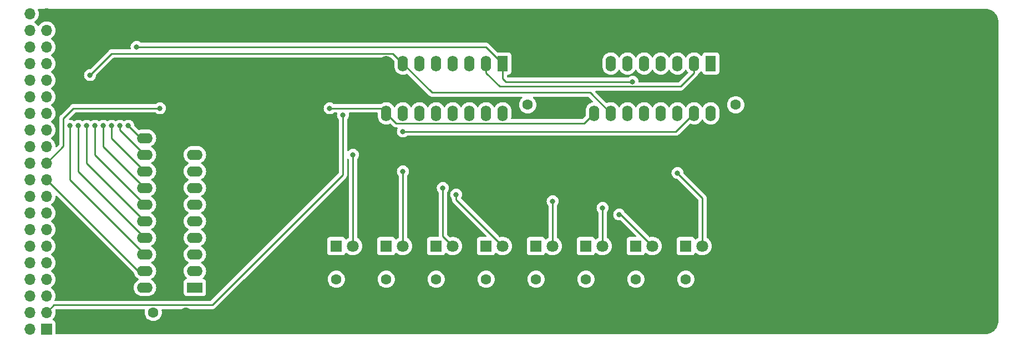
<source format=gbr>
%TF.GenerationSoftware,KiCad,Pcbnew,(6.0.1)*%
%TF.CreationDate,2022-02-21T18:17:07+01:00*%
%TF.ProjectId,ProgrammCounter,50726f67-7261-46d6-9d43-6f756e746572,rev?*%
%TF.SameCoordinates,Original*%
%TF.FileFunction,Copper,L2,Bot*%
%TF.FilePolarity,Positive*%
%FSLAX46Y46*%
G04 Gerber Fmt 4.6, Leading zero omitted, Abs format (unit mm)*
G04 Created by KiCad (PCBNEW (6.0.1)) date 2022-02-21 18:17:07*
%MOMM*%
%LPD*%
G01*
G04 APERTURE LIST*
%TA.AperFunction,ComponentPad*%
%ADD10C,1.600000*%
%TD*%
%TA.AperFunction,ComponentPad*%
%ADD11R,1.800000X1.800000*%
%TD*%
%TA.AperFunction,ComponentPad*%
%ADD12C,1.800000*%
%TD*%
%TA.AperFunction,ComponentPad*%
%ADD13R,1.700000X1.700000*%
%TD*%
%TA.AperFunction,ComponentPad*%
%ADD14O,1.700000X1.700000*%
%TD*%
%TA.AperFunction,ComponentPad*%
%ADD15O,1.600000X1.600000*%
%TD*%
%TA.AperFunction,ComponentPad*%
%ADD16R,2.400000X1.600000*%
%TD*%
%TA.AperFunction,ComponentPad*%
%ADD17O,2.400000X1.600000*%
%TD*%
%TA.AperFunction,ComponentPad*%
%ADD18R,1.600000X2.400000*%
%TD*%
%TA.AperFunction,ComponentPad*%
%ADD19O,1.600000X2.400000*%
%TD*%
%TA.AperFunction,ViaPad*%
%ADD20C,0.800000*%
%TD*%
%TA.AperFunction,Conductor*%
%ADD21C,0.250000*%
%TD*%
G04 APERTURE END LIST*
D10*
%TO.P,C1,1*%
%TO.N,/VCC*%
X22860000Y-46990000D03*
%TO.P,C1,2*%
%TO.N,/GND*%
X27860000Y-46990000D03*
%TD*%
%TO.P,C2,1*%
%TO.N,/VCC*%
X80010000Y-15200000D03*
%TO.P,C2,2*%
%TO.N,/GND*%
X80010000Y-10200000D03*
%TD*%
%TO.P,C3,1*%
%TO.N,/VCC*%
X111760000Y-15200000D03*
%TO.P,C3,2*%
%TO.N,/GND*%
X111760000Y-10200000D03*
%TD*%
D11*
%TO.P,D1,1*%
%TO.N,Net-(D1-Pad1)*%
X50800000Y-36830000D03*
D12*
%TO.P,D1,2*%
%TO.N,Net-(D1-Pad2)*%
X53340000Y-36830000D03*
%TD*%
D11*
%TO.P,D2,1*%
%TO.N,Net-(D2-Pad1)*%
X58420000Y-36830000D03*
D12*
%TO.P,D2,2*%
%TO.N,Net-(D2-Pad2)*%
X60960000Y-36830000D03*
%TD*%
D11*
%TO.P,D3,1*%
%TO.N,Net-(D3-Pad1)*%
X66040000Y-36830000D03*
D12*
%TO.P,D3,2*%
%TO.N,Net-(D3-Pad2)*%
X68580000Y-36830000D03*
%TD*%
D11*
%TO.P,D4,1*%
%TO.N,Net-(D4-Pad1)*%
X73660000Y-36830000D03*
D12*
%TO.P,D4,2*%
%TO.N,Net-(D4-Pad2)*%
X76200000Y-36830000D03*
%TD*%
D11*
%TO.P,D5,1*%
%TO.N,Net-(D5-Pad1)*%
X81280000Y-36830000D03*
D12*
%TO.P,D5,2*%
%TO.N,Net-(D5-Pad2)*%
X83820000Y-36830000D03*
%TD*%
D11*
%TO.P,D6,1*%
%TO.N,Net-(D6-Pad1)*%
X88900000Y-36830000D03*
D12*
%TO.P,D6,2*%
%TO.N,Net-(D6-Pad2)*%
X91440000Y-36830000D03*
%TD*%
D11*
%TO.P,D7,1*%
%TO.N,Net-(D7-Pad1)*%
X96520000Y-36830000D03*
D12*
%TO.P,D7,2*%
%TO.N,Net-(D7-Pad2)*%
X99060000Y-36830000D03*
%TD*%
D11*
%TO.P,D8,1*%
%TO.N,Net-(D8-Pad1)*%
X104140000Y-36830000D03*
D12*
%TO.P,D8,2*%
%TO.N,Net-(D8-Pad2)*%
X106680000Y-36830000D03*
%TD*%
D13*
%TO.P,J1,1*%
%TO.N,/VCC*%
X6580000Y-49530000D03*
D14*
%TO.P,J1,2*%
%TO.N,/BUS_0*%
X4040000Y-49530000D03*
%TO.P,J1,3*%
%TO.N,/CLK*%
X6580000Y-46990000D03*
%TO.P,J1,4*%
%TO.N,/BUS_1*%
X4040000Y-46990000D03*
%TO.P,J1,5*%
%TO.N,Net-(J1-Pad5)*%
X6580000Y-44450000D03*
%TO.P,J1,6*%
%TO.N,/BUS_2*%
X4040000Y-44450000D03*
%TO.P,J1,7*%
%TO.N,Net-(J1-Pad7)*%
X6580000Y-41910000D03*
%TO.P,J1,8*%
%TO.N,/BUS_3*%
X4040000Y-41910000D03*
%TO.P,J1,9*%
%TO.N,Net-(J1-Pad9)*%
X6580000Y-39370000D03*
%TO.P,J1,10*%
%TO.N,/BUS_4*%
X4040000Y-39370000D03*
%TO.P,J1,11*%
%TO.N,Net-(J1-Pad11)*%
X6580000Y-36830000D03*
%TO.P,J1,12*%
%TO.N,/BUS_5*%
X4040000Y-36830000D03*
%TO.P,J1,13*%
%TO.N,Net-(J1-Pad13)*%
X6580000Y-34290000D03*
%TO.P,J1,14*%
%TO.N,/BUS_6*%
X4040000Y-34290000D03*
%TO.P,J1,15*%
%TO.N,Net-(J1-Pad15)*%
X6580000Y-31750000D03*
%TO.P,J1,16*%
%TO.N,/BUS_7*%
X4040000Y-31750000D03*
%TO.P,J1,17*%
%TO.N,/PCUP*%
X6580000Y-29210000D03*
%TO.P,J1,18*%
%TO.N,Net-(J1-Pad18)*%
X4040000Y-29210000D03*
%TO.P,J1,19*%
%TO.N,/~{PCOUT}*%
X6580000Y-26670000D03*
%TO.P,J1,20*%
%TO.N,Net-(J1-Pad20)*%
X4040000Y-26670000D03*
%TO.P,J1,21*%
%TO.N,/~{PCIN}*%
X6580000Y-24130000D03*
%TO.P,J1,22*%
%TO.N,Net-(J1-Pad22)*%
X4040000Y-24130000D03*
%TO.P,J1,23*%
%TO.N,Net-(J1-Pad23)*%
X6580000Y-21590000D03*
%TO.P,J1,24*%
%TO.N,Net-(J1-Pad24)*%
X4040000Y-21590000D03*
%TO.P,J1,25*%
%TO.N,Net-(J1-Pad25)*%
X6580000Y-19050000D03*
%TO.P,J1,26*%
%TO.N,Net-(J1-Pad26)*%
X4040000Y-19050000D03*
%TO.P,J1,27*%
%TO.N,Net-(J1-Pad27)*%
X6580000Y-16510000D03*
%TO.P,J1,28*%
%TO.N,Net-(J1-Pad28)*%
X4040000Y-16510000D03*
%TO.P,J1,29*%
%TO.N,Net-(J1-Pad29)*%
X6580000Y-13970000D03*
%TO.P,J1,30*%
%TO.N,Net-(J1-Pad30)*%
X4040000Y-13970000D03*
%TO.P,J1,31*%
%TO.N,Net-(J1-Pad31)*%
X6580000Y-11430000D03*
%TO.P,J1,32*%
%TO.N,Net-(J1-Pad32)*%
X4040000Y-11430000D03*
%TO.P,J1,33*%
%TO.N,Net-(J1-Pad33)*%
X6580000Y-8890000D03*
%TO.P,J1,34*%
%TO.N,Net-(J1-Pad34)*%
X4040000Y-8890000D03*
%TO.P,J1,35*%
%TO.N,/~{CLR}*%
X6580000Y-6350000D03*
%TO.P,J1,36*%
%TO.N,Net-(J1-Pad36)*%
X4040000Y-6350000D03*
%TO.P,J1,37*%
%TO.N,Net-(J1-Pad37)*%
X6580000Y-3810000D03*
%TO.P,J1,38*%
%TO.N,Net-(J1-Pad38)*%
X4040000Y-3810000D03*
%TO.P,J1,39*%
%TO.N,/GND*%
X6580000Y-1270000D03*
%TO.P,J1,40*%
%TO.N,Net-(J1-Pad40)*%
X4040000Y-1270000D03*
%TD*%
D10*
%TO.P,R1,1*%
%TO.N,Net-(D1-Pad1)*%
X50800000Y-41910000D03*
D15*
%TO.P,R1,2*%
%TO.N,/GND*%
X50800000Y-49530000D03*
%TD*%
D10*
%TO.P,R2,1*%
%TO.N,Net-(D2-Pad1)*%
X58420000Y-41910000D03*
D15*
%TO.P,R2,2*%
%TO.N,/GND*%
X58420000Y-49530000D03*
%TD*%
D10*
%TO.P,R3,1*%
%TO.N,Net-(D3-Pad1)*%
X66040000Y-41910000D03*
D15*
%TO.P,R3,2*%
%TO.N,/GND*%
X66040000Y-49530000D03*
%TD*%
D10*
%TO.P,R4,1*%
%TO.N,Net-(D4-Pad1)*%
X73660000Y-41910000D03*
D15*
%TO.P,R4,2*%
%TO.N,/GND*%
X73660000Y-49530000D03*
%TD*%
D10*
%TO.P,R5,1*%
%TO.N,Net-(D5-Pad1)*%
X81280000Y-41910000D03*
D15*
%TO.P,R5,2*%
%TO.N,/GND*%
X81280000Y-49530000D03*
%TD*%
D10*
%TO.P,R6,1*%
%TO.N,Net-(D6-Pad1)*%
X88900000Y-41910000D03*
D15*
%TO.P,R6,2*%
%TO.N,/GND*%
X88900000Y-49530000D03*
%TD*%
D10*
%TO.P,R7,1*%
%TO.N,Net-(D7-Pad1)*%
X96520000Y-41910000D03*
D15*
%TO.P,R7,2*%
%TO.N,/GND*%
X96520000Y-49530000D03*
%TD*%
D10*
%TO.P,R8,1*%
%TO.N,Net-(D8-Pad1)*%
X104140000Y-41910000D03*
D15*
%TO.P,R8,2*%
%TO.N,/GND*%
X104140000Y-49530000D03*
%TD*%
D16*
%TO.P,U2,1*%
%TO.N,/VCC*%
X29210000Y-43180000D03*
D17*
%TO.P,U2,2*%
%TO.N,Net-(D8-Pad2)*%
X29210000Y-40640000D03*
%TO.P,U2,3*%
%TO.N,Net-(D7-Pad2)*%
X29210000Y-38100000D03*
%TO.P,U2,4*%
%TO.N,Net-(D6-Pad2)*%
X29210000Y-35560000D03*
%TO.P,U2,5*%
%TO.N,Net-(D5-Pad2)*%
X29210000Y-33020000D03*
%TO.P,U2,6*%
%TO.N,Net-(D4-Pad2)*%
X29210000Y-30480000D03*
%TO.P,U2,7*%
%TO.N,Net-(D3-Pad2)*%
X29210000Y-27940000D03*
%TO.P,U2,8*%
%TO.N,Net-(D2-Pad2)*%
X29210000Y-25400000D03*
%TO.P,U2,9*%
%TO.N,Net-(D1-Pad2)*%
X29210000Y-22860000D03*
%TO.P,U2,10*%
%TO.N,/GND*%
X29210000Y-20320000D03*
%TO.P,U2,11*%
%TO.N,/BUS_7*%
X21590000Y-20320000D03*
%TO.P,U2,12*%
%TO.N,/BUS_6*%
X21590000Y-22860000D03*
%TO.P,U2,13*%
%TO.N,/BUS_5*%
X21590000Y-25400000D03*
%TO.P,U2,14*%
%TO.N,/BUS_4*%
X21590000Y-27940000D03*
%TO.P,U2,15*%
%TO.N,/BUS_3*%
X21590000Y-30480000D03*
%TO.P,U2,16*%
%TO.N,/BUS_2*%
X21590000Y-33020000D03*
%TO.P,U2,17*%
%TO.N,/BUS_1*%
X21590000Y-35560000D03*
%TO.P,U2,18*%
%TO.N,/BUS_0*%
X21590000Y-38100000D03*
%TO.P,U2,19*%
%TO.N,/~{PCOUT}*%
X21590000Y-40640000D03*
%TO.P,U2,20*%
%TO.N,/VCC*%
X21590000Y-43180000D03*
%TD*%
D18*
%TO.P,U3,1*%
%TO.N,/~{CLR}*%
X76200000Y-8890000D03*
D19*
%TO.P,U3,2*%
%TO.N,/CLK*%
X73660000Y-8890000D03*
%TO.P,U3,3*%
%TO.N,/BUS_4*%
X71120000Y-8890000D03*
%TO.P,U3,4*%
%TO.N,/BUS_5*%
X68580000Y-8890000D03*
%TO.P,U3,5*%
%TO.N,/BUS_6*%
X66040000Y-8890000D03*
%TO.P,U3,6*%
%TO.N,/BUS_7*%
X63500000Y-8890000D03*
%TO.P,U3,7*%
%TO.N,/PCUP*%
X60960000Y-8890000D03*
%TO.P,U3,8*%
%TO.N,/GND*%
X58420000Y-8890000D03*
%TO.P,U3,9*%
%TO.N,/~{PCIN}*%
X58420000Y-16510000D03*
%TO.P,U3,10*%
%TO.N,Net-(U3-Pad10)*%
X60960000Y-16510000D03*
%TO.P,U3,11*%
%TO.N,Net-(D1-Pad2)*%
X63500000Y-16510000D03*
%TO.P,U3,12*%
%TO.N,Net-(D2-Pad2)*%
X66040000Y-16510000D03*
%TO.P,U3,13*%
%TO.N,Net-(D3-Pad2)*%
X68580000Y-16510000D03*
%TO.P,U3,14*%
%TO.N,Net-(D4-Pad2)*%
X71120000Y-16510000D03*
%TO.P,U3,15*%
%TO.N,Net-(U3-Pad15)*%
X73660000Y-16510000D03*
%TO.P,U3,16*%
%TO.N,/VCC*%
X76200000Y-16510000D03*
%TD*%
D18*
%TO.P,U4,1*%
%TO.N,/~{CLR}*%
X107950000Y-8890000D03*
D19*
%TO.P,U4,2*%
%TO.N,/CLK*%
X105410000Y-8890000D03*
%TO.P,U4,3*%
%TO.N,/BUS_0*%
X102870000Y-8890000D03*
%TO.P,U4,4*%
%TO.N,/BUS_1*%
X100330000Y-8890000D03*
%TO.P,U4,5*%
%TO.N,/BUS_2*%
X97790000Y-8890000D03*
%TO.P,U4,6*%
%TO.N,/BUS_3*%
X95250000Y-8890000D03*
%TO.P,U4,7*%
%TO.N,/PCUP*%
X92710000Y-8890000D03*
%TO.P,U4,8*%
%TO.N,/GND*%
X90170000Y-8890000D03*
%TO.P,U4,9*%
%TO.N,/~{PCIN}*%
X90170000Y-16510000D03*
%TO.P,U4,10*%
%TO.N,/PCUP*%
X92710000Y-16510000D03*
%TO.P,U4,11*%
%TO.N,Net-(D5-Pad2)*%
X95250000Y-16510000D03*
%TO.P,U4,12*%
%TO.N,Net-(D6-Pad2)*%
X97790000Y-16510000D03*
%TO.P,U4,13*%
%TO.N,Net-(D7-Pad2)*%
X100330000Y-16510000D03*
%TO.P,U4,14*%
%TO.N,Net-(D8-Pad2)*%
X102870000Y-16510000D03*
%TO.P,U4,15*%
%TO.N,Net-(U3-Pad10)*%
X105410000Y-16510000D03*
%TO.P,U4,16*%
%TO.N,/VCC*%
X107950000Y-16510000D03*
%TD*%
D20*
%TO.N,Net-(D1-Pad2)*%
X53340000Y-22860000D03*
%TO.N,Net-(D2-Pad2)*%
X60960000Y-25400000D03*
%TO.N,Net-(D3-Pad2)*%
X67056000Y-27940000D03*
%TO.N,Net-(D4-Pad2)*%
X69088000Y-28956000D03*
%TO.N,Net-(D5-Pad2)*%
X83820000Y-29972000D03*
%TO.N,Net-(D6-Pad2)*%
X91440000Y-30988000D03*
%TO.N,Net-(D7-Pad2)*%
X93980000Y-32004000D03*
%TO.N,Net-(D8-Pad2)*%
X102870000Y-25654000D03*
%TO.N,/~{CLR}*%
X96012000Y-11684000D03*
X20320000Y-6350000D03*
%TO.N,/~{PCIN}*%
X49784000Y-15748000D03*
X23876000Y-15748000D03*
%TO.N,/PCUP*%
X13208000Y-10668000D03*
%TO.N,/BUS_7*%
X19050000Y-18415000D03*
%TO.N,/BUS_6*%
X17780000Y-18415000D03*
%TO.N,/BUS_5*%
X16510000Y-18415000D03*
%TO.N,/BUS_4*%
X15240000Y-18415000D03*
%TO.N,/BUS_3*%
X13970000Y-18415000D03*
%TO.N,/BUS_2*%
X12700000Y-18415000D03*
%TO.N,/BUS_1*%
X11430000Y-18415000D03*
%TO.N,/CLK*%
X51816000Y-16764000D03*
%TO.N,/BUS_0*%
X10160000Y-18415000D03*
%TO.N,Net-(U3-Pad10)*%
X60960000Y-19304000D03*
%TD*%
D21*
%TO.N,Net-(D1-Pad2)*%
X53340000Y-36830000D02*
X53340000Y-22860000D01*
%TO.N,Net-(D2-Pad2)*%
X60960000Y-36830000D02*
X60960000Y-25400000D01*
%TO.N,Net-(D3-Pad2)*%
X68580000Y-36830000D02*
X67056000Y-35306000D01*
X67056000Y-35306000D02*
X67056000Y-27940000D01*
%TO.N,Net-(D4-Pad2)*%
X76200000Y-36830000D02*
X69088000Y-29718000D01*
X69088000Y-29718000D02*
X69088000Y-28956000D01*
%TO.N,Net-(D5-Pad2)*%
X83820000Y-36830000D02*
X83820000Y-29972000D01*
%TO.N,Net-(D6-Pad2)*%
X91440000Y-36830000D02*
X91440000Y-30988000D01*
%TO.N,Net-(D7-Pad2)*%
X99060000Y-36830000D02*
X94234000Y-32004000D01*
X94234000Y-32004000D02*
X93980000Y-32004000D01*
%TO.N,Net-(D8-Pad2)*%
X106680000Y-36830000D02*
X106680000Y-29464000D01*
X106680000Y-29464000D02*
X102870000Y-25654000D01*
%TO.N,/~{CLR}*%
X76708000Y-11684000D02*
X96012000Y-11684000D01*
X76200000Y-11176000D02*
X76708000Y-11684000D01*
X76200000Y-8890000D02*
X76200000Y-11176000D01*
X73660000Y-6350000D02*
X76200000Y-8890000D01*
X20320000Y-6350000D02*
X73660000Y-6350000D01*
%TO.N,/~{PCIN}*%
X9144000Y-17272000D02*
X10668000Y-15748000D01*
X57658000Y-15748000D02*
X58420000Y-16510000D01*
X57658000Y-15748000D02*
X49784000Y-15748000D01*
X6580000Y-24130000D02*
X9144000Y-21566000D01*
X88644990Y-18035010D02*
X90170000Y-16510000D01*
X23876000Y-15748000D02*
X10668000Y-15748000D01*
X59945010Y-18035010D02*
X88644990Y-18035010D01*
X58420000Y-16510000D02*
X59945010Y-18035010D01*
X9144000Y-21566000D02*
X9144000Y-17272000D01*
%TO.N,/~{PCOUT}*%
X6580000Y-26670000D02*
X20550000Y-40640000D01*
X20550000Y-40640000D02*
X21590000Y-40640000D01*
%TO.N,/PCUP*%
X13208000Y-10668000D02*
X16511010Y-7364990D01*
X60960000Y-8890000D02*
X65405000Y-13335000D01*
X16511010Y-7364990D02*
X59434990Y-7364990D01*
X92710000Y-16510000D02*
X89535000Y-13335000D01*
X89535000Y-13335000D02*
X65405000Y-13335000D01*
X59434990Y-7364990D02*
X60960000Y-8890000D01*
%TO.N,/BUS_7*%
X21590000Y-20320000D02*
X20955000Y-20320000D01*
X20955000Y-20320000D02*
X19050000Y-18415000D01*
%TO.N,/BUS_6*%
X17780000Y-19050000D02*
X17780000Y-18415000D01*
X21590000Y-22860000D02*
X17780000Y-19050000D01*
%TO.N,/BUS_5*%
X16510000Y-20320000D02*
X16510000Y-18415000D01*
X21590000Y-25400000D02*
X16510000Y-20320000D01*
%TO.N,/BUS_4*%
X15240000Y-21590000D02*
X15240000Y-18415000D01*
X21590000Y-27940000D02*
X15240000Y-21590000D01*
%TO.N,/BUS_3*%
X13970000Y-22860000D02*
X13970000Y-18415000D01*
X21590000Y-30480000D02*
X13970000Y-22860000D01*
%TO.N,/BUS_2*%
X12700000Y-24130000D02*
X12700000Y-18415000D01*
X21590000Y-33020000D02*
X12700000Y-24130000D01*
%TO.N,/BUS_1*%
X11430000Y-25400000D02*
X11430000Y-18415000D01*
X21590000Y-35560000D02*
X11430000Y-25400000D01*
%TO.N,/CLK*%
X6580000Y-46990000D02*
X7705001Y-45864999D01*
X103340998Y-12409002D02*
X105410000Y-10340000D01*
X51816000Y-25908000D02*
X51816000Y-20320000D01*
X51816000Y-20320000D02*
X51816000Y-16764000D01*
X7705001Y-45864999D02*
X31859001Y-45864999D01*
X31859001Y-45864999D02*
X51816000Y-25908000D01*
X75729002Y-12409002D02*
X103340998Y-12409002D01*
X73660000Y-10340000D02*
X75729002Y-12409002D01*
X105410000Y-10340000D02*
X105410000Y-8890000D01*
X73660000Y-8890000D02*
X73660000Y-10340000D01*
%TO.N,/BUS_0*%
X21590000Y-38100000D02*
X10160000Y-26670000D01*
X10160000Y-26670000D02*
X10160000Y-18415000D01*
%TO.N,Net-(U3-Pad10)*%
X60960000Y-19304000D02*
X102616000Y-19304000D01*
X102616000Y-19304000D02*
X105410000Y-16510000D01*
%TD*%
%TA.AperFunction,Conductor*%
%TO.N,/GND*%
G36*
X149830057Y-509500D02*
G01*
X149844858Y-511805D01*
X149844861Y-511805D01*
X149853730Y-513186D01*
X149869999Y-511059D01*
X149894567Y-510266D01*
X150116985Y-524844D01*
X150133326Y-526995D01*
X150377824Y-575629D01*
X150393743Y-579895D01*
X150629790Y-660022D01*
X150645017Y-666329D01*
X150868592Y-776584D01*
X150882865Y-784825D01*
X151090133Y-923316D01*
X151103206Y-933346D01*
X151239100Y-1052522D01*
X151290632Y-1097714D01*
X151302286Y-1109368D01*
X151446108Y-1273365D01*
X151466651Y-1296790D01*
X151476684Y-1309867D01*
X151615175Y-1517135D01*
X151623416Y-1531408D01*
X151733671Y-1754983D01*
X151739978Y-1770210D01*
X151820105Y-2006257D01*
X151824371Y-2022176D01*
X151873005Y-2266673D01*
X151875156Y-2283014D01*
X151889264Y-2498268D01*
X151888239Y-2521304D01*
X151888196Y-2524854D01*
X151886814Y-2533730D01*
X151889274Y-2552539D01*
X151890936Y-2565251D01*
X151892000Y-2581589D01*
X151892000Y-48210672D01*
X151890500Y-48230056D01*
X151886814Y-48253730D01*
X151888941Y-48269999D01*
X151889734Y-48294567D01*
X151875156Y-48516985D01*
X151873005Y-48533326D01*
X151824371Y-48777824D01*
X151820105Y-48793743D01*
X151739978Y-49029790D01*
X151733671Y-49045017D01*
X151623416Y-49268592D01*
X151615175Y-49282865D01*
X151476684Y-49490133D01*
X151466651Y-49503210D01*
X151302286Y-49690632D01*
X151290632Y-49702286D01*
X151103210Y-49866651D01*
X151090133Y-49876684D01*
X150882865Y-50015175D01*
X150868592Y-50023416D01*
X150645017Y-50133671D01*
X150629790Y-50139978D01*
X150393743Y-50220105D01*
X150377824Y-50224371D01*
X150133327Y-50273005D01*
X150116986Y-50275156D01*
X149901732Y-50289264D01*
X149878696Y-50288239D01*
X149875146Y-50288196D01*
X149866270Y-50286814D01*
X149837762Y-50290542D01*
X149834749Y-50290936D01*
X149818411Y-50292000D01*
X8064500Y-50292000D01*
X7996379Y-50271998D01*
X7949886Y-50218342D01*
X7938500Y-50166000D01*
X7938500Y-48631866D01*
X7931745Y-48569684D01*
X7880615Y-48433295D01*
X7793261Y-48316739D01*
X7676705Y-48229385D01*
X7644519Y-48217319D01*
X7558203Y-48184960D01*
X7501439Y-48142318D01*
X7476739Y-48075756D01*
X7491947Y-48006408D01*
X7513493Y-47977727D01*
X7614435Y-47877137D01*
X7618096Y-47873489D01*
X7649498Y-47829789D01*
X7745435Y-47696277D01*
X7748453Y-47692077D01*
X7768628Y-47651257D01*
X7845136Y-47496453D01*
X7845137Y-47496451D01*
X7847430Y-47491811D01*
X7912370Y-47278069D01*
X7941529Y-47056590D01*
X7943156Y-46990000D01*
X7924852Y-46767361D01*
X7896821Y-46655765D01*
X7899625Y-46584823D01*
X7929930Y-46535974D01*
X7930500Y-46535404D01*
X7992812Y-46501378D01*
X8019595Y-46498499D01*
X21472832Y-46498499D01*
X21540953Y-46518501D01*
X21587446Y-46572157D01*
X21597550Y-46642431D01*
X21594539Y-46657110D01*
X21573784Y-46734570D01*
X21566457Y-46761913D01*
X21546502Y-46990000D01*
X21566457Y-47218087D01*
X21567881Y-47223400D01*
X21567881Y-47223402D01*
X21615851Y-47402425D01*
X21625716Y-47439243D01*
X21628039Y-47444224D01*
X21628039Y-47444225D01*
X21720151Y-47641762D01*
X21720154Y-47641767D01*
X21722477Y-47646749D01*
X21750968Y-47687438D01*
X21829078Y-47798990D01*
X21853802Y-47834300D01*
X22015700Y-47996198D01*
X22020208Y-47999355D01*
X22020211Y-47999357D01*
X22065649Y-48031173D01*
X22203251Y-48127523D01*
X22208233Y-48129846D01*
X22208238Y-48129849D01*
X22395820Y-48217319D01*
X22410757Y-48224284D01*
X22416065Y-48225706D01*
X22416067Y-48225707D01*
X22626598Y-48282119D01*
X22626600Y-48282119D01*
X22631913Y-48283543D01*
X22860000Y-48303498D01*
X23088087Y-48283543D01*
X23093400Y-48282119D01*
X23093402Y-48282119D01*
X23303933Y-48225707D01*
X23303935Y-48225706D01*
X23309243Y-48224284D01*
X23324180Y-48217319D01*
X23511762Y-48129849D01*
X23511767Y-48129846D01*
X23516749Y-48127523D01*
X23654351Y-48031173D01*
X23699789Y-47999357D01*
X23699792Y-47999355D01*
X23704300Y-47996198D01*
X23866198Y-47834300D01*
X23890923Y-47798990D01*
X23969032Y-47687438D01*
X23997523Y-47646749D01*
X23999846Y-47641767D01*
X23999849Y-47641762D01*
X24091961Y-47444225D01*
X24091961Y-47444224D01*
X24094284Y-47439243D01*
X24104150Y-47402425D01*
X24152119Y-47223402D01*
X24152119Y-47223400D01*
X24153543Y-47218087D01*
X24173498Y-46990000D01*
X24153543Y-46761913D01*
X24146217Y-46734570D01*
X24125461Y-46657110D01*
X24127151Y-46586134D01*
X24166945Y-46527338D01*
X24232209Y-46499390D01*
X24247168Y-46498499D01*
X31780234Y-46498499D01*
X31791417Y-46499026D01*
X31798910Y-46500701D01*
X31806836Y-46500452D01*
X31806837Y-46500452D01*
X31866987Y-46498561D01*
X31870946Y-46498499D01*
X31898857Y-46498499D01*
X31902792Y-46498002D01*
X31902857Y-46497994D01*
X31914694Y-46497061D01*
X31946952Y-46496047D01*
X31950971Y-46495921D01*
X31958890Y-46495672D01*
X31978344Y-46490020D01*
X31997701Y-46486012D01*
X32009931Y-46484467D01*
X32009932Y-46484467D01*
X32017798Y-46483473D01*
X32025169Y-46480554D01*
X32025171Y-46480554D01*
X32058913Y-46467195D01*
X32070143Y-46463350D01*
X32104984Y-46453228D01*
X32104985Y-46453228D01*
X32112594Y-46451017D01*
X32119413Y-46446984D01*
X32119418Y-46446982D01*
X32130029Y-46440706D01*
X32147777Y-46432011D01*
X32166618Y-46424551D01*
X32202388Y-46398563D01*
X32212308Y-46392047D01*
X32243536Y-46373579D01*
X32243539Y-46373577D01*
X32250363Y-46369541D01*
X32264684Y-46355220D01*
X32279718Y-46342379D01*
X32289695Y-46335130D01*
X32296108Y-46330471D01*
X32324299Y-46296394D01*
X32332289Y-46287615D01*
X36709904Y-41910000D01*
X49486502Y-41910000D01*
X49506457Y-42138087D01*
X49507881Y-42143400D01*
X49507881Y-42143402D01*
X49559408Y-42335700D01*
X49565716Y-42359243D01*
X49568039Y-42364224D01*
X49568039Y-42364225D01*
X49660151Y-42561762D01*
X49660154Y-42561767D01*
X49662477Y-42566749D01*
X49690968Y-42607438D01*
X49773829Y-42725775D01*
X49793802Y-42754300D01*
X49955700Y-42916198D01*
X49960208Y-42919355D01*
X49960211Y-42919357D01*
X50000445Y-42947529D01*
X50143251Y-43047523D01*
X50148233Y-43049846D01*
X50148238Y-43049849D01*
X50267618Y-43105516D01*
X50350757Y-43144284D01*
X50356065Y-43145706D01*
X50356067Y-43145707D01*
X50566598Y-43202119D01*
X50566600Y-43202119D01*
X50571913Y-43203543D01*
X50800000Y-43223498D01*
X51028087Y-43203543D01*
X51033400Y-43202119D01*
X51033402Y-43202119D01*
X51243933Y-43145707D01*
X51243935Y-43145706D01*
X51249243Y-43144284D01*
X51332382Y-43105516D01*
X51451762Y-43049849D01*
X51451767Y-43049846D01*
X51456749Y-43047523D01*
X51599555Y-42947529D01*
X51639789Y-42919357D01*
X51639792Y-42919355D01*
X51644300Y-42916198D01*
X51806198Y-42754300D01*
X51826172Y-42725775D01*
X51909032Y-42607438D01*
X51937523Y-42566749D01*
X51939846Y-42561767D01*
X51939849Y-42561762D01*
X52031961Y-42364225D01*
X52031961Y-42364224D01*
X52034284Y-42359243D01*
X52040593Y-42335700D01*
X52092119Y-42143402D01*
X52092119Y-42143400D01*
X52093543Y-42138087D01*
X52113498Y-41910000D01*
X57106502Y-41910000D01*
X57126457Y-42138087D01*
X57127881Y-42143400D01*
X57127881Y-42143402D01*
X57179408Y-42335700D01*
X57185716Y-42359243D01*
X57188039Y-42364224D01*
X57188039Y-42364225D01*
X57280151Y-42561762D01*
X57280154Y-42561767D01*
X57282477Y-42566749D01*
X57310968Y-42607438D01*
X57393829Y-42725775D01*
X57413802Y-42754300D01*
X57575700Y-42916198D01*
X57580208Y-42919355D01*
X57580211Y-42919357D01*
X57620445Y-42947529D01*
X57763251Y-43047523D01*
X57768233Y-43049846D01*
X57768238Y-43049849D01*
X57887618Y-43105516D01*
X57970757Y-43144284D01*
X57976065Y-43145706D01*
X57976067Y-43145707D01*
X58186598Y-43202119D01*
X58186600Y-43202119D01*
X58191913Y-43203543D01*
X58420000Y-43223498D01*
X58648087Y-43203543D01*
X58653400Y-43202119D01*
X58653402Y-43202119D01*
X58863933Y-43145707D01*
X58863935Y-43145706D01*
X58869243Y-43144284D01*
X58952382Y-43105516D01*
X59071762Y-43049849D01*
X59071767Y-43049846D01*
X59076749Y-43047523D01*
X59219555Y-42947529D01*
X59259789Y-42919357D01*
X59259792Y-42919355D01*
X59264300Y-42916198D01*
X59426198Y-42754300D01*
X59446172Y-42725775D01*
X59529032Y-42607438D01*
X59557523Y-42566749D01*
X59559846Y-42561767D01*
X59559849Y-42561762D01*
X59651961Y-42364225D01*
X59651961Y-42364224D01*
X59654284Y-42359243D01*
X59660593Y-42335700D01*
X59712119Y-42143402D01*
X59712119Y-42143400D01*
X59713543Y-42138087D01*
X59733498Y-41910000D01*
X64726502Y-41910000D01*
X64746457Y-42138087D01*
X64747881Y-42143400D01*
X64747881Y-42143402D01*
X64799408Y-42335700D01*
X64805716Y-42359243D01*
X64808039Y-42364224D01*
X64808039Y-42364225D01*
X64900151Y-42561762D01*
X64900154Y-42561767D01*
X64902477Y-42566749D01*
X64930968Y-42607438D01*
X65013829Y-42725775D01*
X65033802Y-42754300D01*
X65195700Y-42916198D01*
X65200208Y-42919355D01*
X65200211Y-42919357D01*
X65240445Y-42947529D01*
X65383251Y-43047523D01*
X65388233Y-43049846D01*
X65388238Y-43049849D01*
X65507618Y-43105516D01*
X65590757Y-43144284D01*
X65596065Y-43145706D01*
X65596067Y-43145707D01*
X65806598Y-43202119D01*
X65806600Y-43202119D01*
X65811913Y-43203543D01*
X66040000Y-43223498D01*
X66268087Y-43203543D01*
X66273400Y-43202119D01*
X66273402Y-43202119D01*
X66483933Y-43145707D01*
X66483935Y-43145706D01*
X66489243Y-43144284D01*
X66572382Y-43105516D01*
X66691762Y-43049849D01*
X66691767Y-43049846D01*
X66696749Y-43047523D01*
X66839555Y-42947529D01*
X66879789Y-42919357D01*
X66879792Y-42919355D01*
X66884300Y-42916198D01*
X67046198Y-42754300D01*
X67066172Y-42725775D01*
X67149032Y-42607438D01*
X67177523Y-42566749D01*
X67179846Y-42561767D01*
X67179849Y-42561762D01*
X67271961Y-42364225D01*
X67271961Y-42364224D01*
X67274284Y-42359243D01*
X67280593Y-42335700D01*
X67332119Y-42143402D01*
X67332119Y-42143400D01*
X67333543Y-42138087D01*
X67353498Y-41910000D01*
X72346502Y-41910000D01*
X72366457Y-42138087D01*
X72367881Y-42143400D01*
X72367881Y-42143402D01*
X72419408Y-42335700D01*
X72425716Y-42359243D01*
X72428039Y-42364224D01*
X72428039Y-42364225D01*
X72520151Y-42561762D01*
X72520154Y-42561767D01*
X72522477Y-42566749D01*
X72550968Y-42607438D01*
X72633829Y-42725775D01*
X72653802Y-42754300D01*
X72815700Y-42916198D01*
X72820208Y-42919355D01*
X72820211Y-42919357D01*
X72860445Y-42947529D01*
X73003251Y-43047523D01*
X73008233Y-43049846D01*
X73008238Y-43049849D01*
X73127618Y-43105516D01*
X73210757Y-43144284D01*
X73216065Y-43145706D01*
X73216067Y-43145707D01*
X73426598Y-43202119D01*
X73426600Y-43202119D01*
X73431913Y-43203543D01*
X73660000Y-43223498D01*
X73888087Y-43203543D01*
X73893400Y-43202119D01*
X73893402Y-43202119D01*
X74103933Y-43145707D01*
X74103935Y-43145706D01*
X74109243Y-43144284D01*
X74192382Y-43105516D01*
X74311762Y-43049849D01*
X74311767Y-43049846D01*
X74316749Y-43047523D01*
X74459555Y-42947529D01*
X74499789Y-42919357D01*
X74499792Y-42919355D01*
X74504300Y-42916198D01*
X74666198Y-42754300D01*
X74686172Y-42725775D01*
X74769032Y-42607438D01*
X74797523Y-42566749D01*
X74799846Y-42561767D01*
X74799849Y-42561762D01*
X74891961Y-42364225D01*
X74891961Y-42364224D01*
X74894284Y-42359243D01*
X74900593Y-42335700D01*
X74952119Y-42143402D01*
X74952119Y-42143400D01*
X74953543Y-42138087D01*
X74973498Y-41910000D01*
X79966502Y-41910000D01*
X79986457Y-42138087D01*
X79987881Y-42143400D01*
X79987881Y-42143402D01*
X80039408Y-42335700D01*
X80045716Y-42359243D01*
X80048039Y-42364224D01*
X80048039Y-42364225D01*
X80140151Y-42561762D01*
X80140154Y-42561767D01*
X80142477Y-42566749D01*
X80170968Y-42607438D01*
X80253829Y-42725775D01*
X80273802Y-42754300D01*
X80435700Y-42916198D01*
X80440208Y-42919355D01*
X80440211Y-42919357D01*
X80480445Y-42947529D01*
X80623251Y-43047523D01*
X80628233Y-43049846D01*
X80628238Y-43049849D01*
X80747618Y-43105516D01*
X80830757Y-43144284D01*
X80836065Y-43145706D01*
X80836067Y-43145707D01*
X81046598Y-43202119D01*
X81046600Y-43202119D01*
X81051913Y-43203543D01*
X81280000Y-43223498D01*
X81508087Y-43203543D01*
X81513400Y-43202119D01*
X81513402Y-43202119D01*
X81723933Y-43145707D01*
X81723935Y-43145706D01*
X81729243Y-43144284D01*
X81812382Y-43105516D01*
X81931762Y-43049849D01*
X81931767Y-43049846D01*
X81936749Y-43047523D01*
X82079555Y-42947529D01*
X82119789Y-42919357D01*
X82119792Y-42919355D01*
X82124300Y-42916198D01*
X82286198Y-42754300D01*
X82306172Y-42725775D01*
X82389032Y-42607438D01*
X82417523Y-42566749D01*
X82419846Y-42561767D01*
X82419849Y-42561762D01*
X82511961Y-42364225D01*
X82511961Y-42364224D01*
X82514284Y-42359243D01*
X82520593Y-42335700D01*
X82572119Y-42143402D01*
X82572119Y-42143400D01*
X82573543Y-42138087D01*
X82593498Y-41910000D01*
X87586502Y-41910000D01*
X87606457Y-42138087D01*
X87607881Y-42143400D01*
X87607881Y-42143402D01*
X87659408Y-42335700D01*
X87665716Y-42359243D01*
X87668039Y-42364224D01*
X87668039Y-42364225D01*
X87760151Y-42561762D01*
X87760154Y-42561767D01*
X87762477Y-42566749D01*
X87790968Y-42607438D01*
X87873829Y-42725775D01*
X87893802Y-42754300D01*
X88055700Y-42916198D01*
X88060208Y-42919355D01*
X88060211Y-42919357D01*
X88100445Y-42947529D01*
X88243251Y-43047523D01*
X88248233Y-43049846D01*
X88248238Y-43049849D01*
X88367618Y-43105516D01*
X88450757Y-43144284D01*
X88456065Y-43145706D01*
X88456067Y-43145707D01*
X88666598Y-43202119D01*
X88666600Y-43202119D01*
X88671913Y-43203543D01*
X88900000Y-43223498D01*
X89128087Y-43203543D01*
X89133400Y-43202119D01*
X89133402Y-43202119D01*
X89343933Y-43145707D01*
X89343935Y-43145706D01*
X89349243Y-43144284D01*
X89432382Y-43105516D01*
X89551762Y-43049849D01*
X89551767Y-43049846D01*
X89556749Y-43047523D01*
X89699555Y-42947529D01*
X89739789Y-42919357D01*
X89739792Y-42919355D01*
X89744300Y-42916198D01*
X89906198Y-42754300D01*
X89926172Y-42725775D01*
X90009032Y-42607438D01*
X90037523Y-42566749D01*
X90039846Y-42561767D01*
X90039849Y-42561762D01*
X90131961Y-42364225D01*
X90131961Y-42364224D01*
X90134284Y-42359243D01*
X90140593Y-42335700D01*
X90192119Y-42143402D01*
X90192119Y-42143400D01*
X90193543Y-42138087D01*
X90213498Y-41910000D01*
X95206502Y-41910000D01*
X95226457Y-42138087D01*
X95227881Y-42143400D01*
X95227881Y-42143402D01*
X95279408Y-42335700D01*
X95285716Y-42359243D01*
X95288039Y-42364224D01*
X95288039Y-42364225D01*
X95380151Y-42561762D01*
X95380154Y-42561767D01*
X95382477Y-42566749D01*
X95410968Y-42607438D01*
X95493829Y-42725775D01*
X95513802Y-42754300D01*
X95675700Y-42916198D01*
X95680208Y-42919355D01*
X95680211Y-42919357D01*
X95720445Y-42947529D01*
X95863251Y-43047523D01*
X95868233Y-43049846D01*
X95868238Y-43049849D01*
X95987618Y-43105516D01*
X96070757Y-43144284D01*
X96076065Y-43145706D01*
X96076067Y-43145707D01*
X96286598Y-43202119D01*
X96286600Y-43202119D01*
X96291913Y-43203543D01*
X96520000Y-43223498D01*
X96748087Y-43203543D01*
X96753400Y-43202119D01*
X96753402Y-43202119D01*
X96963933Y-43145707D01*
X96963935Y-43145706D01*
X96969243Y-43144284D01*
X97052382Y-43105516D01*
X97171762Y-43049849D01*
X97171767Y-43049846D01*
X97176749Y-43047523D01*
X97319555Y-42947529D01*
X97359789Y-42919357D01*
X97359792Y-42919355D01*
X97364300Y-42916198D01*
X97526198Y-42754300D01*
X97546172Y-42725775D01*
X97629032Y-42607438D01*
X97657523Y-42566749D01*
X97659846Y-42561767D01*
X97659849Y-42561762D01*
X97751961Y-42364225D01*
X97751961Y-42364224D01*
X97754284Y-42359243D01*
X97760593Y-42335700D01*
X97812119Y-42143402D01*
X97812119Y-42143400D01*
X97813543Y-42138087D01*
X97833498Y-41910000D01*
X102826502Y-41910000D01*
X102846457Y-42138087D01*
X102847881Y-42143400D01*
X102847881Y-42143402D01*
X102899408Y-42335700D01*
X102905716Y-42359243D01*
X102908039Y-42364224D01*
X102908039Y-42364225D01*
X103000151Y-42561762D01*
X103000154Y-42561767D01*
X103002477Y-42566749D01*
X103030968Y-42607438D01*
X103113829Y-42725775D01*
X103133802Y-42754300D01*
X103295700Y-42916198D01*
X103300208Y-42919355D01*
X103300211Y-42919357D01*
X103340445Y-42947529D01*
X103483251Y-43047523D01*
X103488233Y-43049846D01*
X103488238Y-43049849D01*
X103607618Y-43105516D01*
X103690757Y-43144284D01*
X103696065Y-43145706D01*
X103696067Y-43145707D01*
X103906598Y-43202119D01*
X103906600Y-43202119D01*
X103911913Y-43203543D01*
X104140000Y-43223498D01*
X104368087Y-43203543D01*
X104373400Y-43202119D01*
X104373402Y-43202119D01*
X104583933Y-43145707D01*
X104583935Y-43145706D01*
X104589243Y-43144284D01*
X104672382Y-43105516D01*
X104791762Y-43049849D01*
X104791767Y-43049846D01*
X104796749Y-43047523D01*
X104939555Y-42947529D01*
X104979789Y-42919357D01*
X104979792Y-42919355D01*
X104984300Y-42916198D01*
X105146198Y-42754300D01*
X105166172Y-42725775D01*
X105249032Y-42607438D01*
X105277523Y-42566749D01*
X105279846Y-42561767D01*
X105279849Y-42561762D01*
X105371961Y-42364225D01*
X105371961Y-42364224D01*
X105374284Y-42359243D01*
X105380593Y-42335700D01*
X105432119Y-42143402D01*
X105432119Y-42143400D01*
X105433543Y-42138087D01*
X105453498Y-41910000D01*
X105433543Y-41681913D01*
X105427540Y-41659510D01*
X105375707Y-41466067D01*
X105375706Y-41466065D01*
X105374284Y-41460757D01*
X105362092Y-41434610D01*
X105279849Y-41258238D01*
X105279846Y-41258233D01*
X105277523Y-41253251D01*
X105204098Y-41148389D01*
X105149357Y-41070211D01*
X105149355Y-41070208D01*
X105146198Y-41065700D01*
X104984300Y-40903802D01*
X104979792Y-40900645D01*
X104979789Y-40900643D01*
X104901611Y-40845902D01*
X104796749Y-40772477D01*
X104791767Y-40770154D01*
X104791762Y-40770151D01*
X104594225Y-40678039D01*
X104594224Y-40678039D01*
X104589243Y-40675716D01*
X104583935Y-40674294D01*
X104583933Y-40674293D01*
X104373402Y-40617881D01*
X104373400Y-40617881D01*
X104368087Y-40616457D01*
X104140000Y-40596502D01*
X103911913Y-40616457D01*
X103906600Y-40617881D01*
X103906598Y-40617881D01*
X103696067Y-40674293D01*
X103696065Y-40674294D01*
X103690757Y-40675716D01*
X103685776Y-40678039D01*
X103685775Y-40678039D01*
X103488238Y-40770151D01*
X103488233Y-40770154D01*
X103483251Y-40772477D01*
X103378389Y-40845902D01*
X103300211Y-40900643D01*
X103300208Y-40900645D01*
X103295700Y-40903802D01*
X103133802Y-41065700D01*
X103130645Y-41070208D01*
X103130643Y-41070211D01*
X103075902Y-41148389D01*
X103002477Y-41253251D01*
X103000154Y-41258233D01*
X103000151Y-41258238D01*
X102917908Y-41434610D01*
X102905716Y-41460757D01*
X102904294Y-41466065D01*
X102904293Y-41466067D01*
X102852460Y-41659510D01*
X102846457Y-41681913D01*
X102826502Y-41910000D01*
X97833498Y-41910000D01*
X97813543Y-41681913D01*
X97807540Y-41659510D01*
X97755707Y-41466067D01*
X97755706Y-41466065D01*
X97754284Y-41460757D01*
X97742092Y-41434610D01*
X97659849Y-41258238D01*
X97659846Y-41258233D01*
X97657523Y-41253251D01*
X97584098Y-41148389D01*
X97529357Y-41070211D01*
X97529355Y-41070208D01*
X97526198Y-41065700D01*
X97364300Y-40903802D01*
X97359792Y-40900645D01*
X97359789Y-40900643D01*
X97281611Y-40845902D01*
X97176749Y-40772477D01*
X97171767Y-40770154D01*
X97171762Y-40770151D01*
X96974225Y-40678039D01*
X96974224Y-40678039D01*
X96969243Y-40675716D01*
X96963935Y-40674294D01*
X96963933Y-40674293D01*
X96753402Y-40617881D01*
X96753400Y-40617881D01*
X96748087Y-40616457D01*
X96520000Y-40596502D01*
X96291913Y-40616457D01*
X96286600Y-40617881D01*
X96286598Y-40617881D01*
X96076067Y-40674293D01*
X96076065Y-40674294D01*
X96070757Y-40675716D01*
X96065776Y-40678039D01*
X96065775Y-40678039D01*
X95868238Y-40770151D01*
X95868233Y-40770154D01*
X95863251Y-40772477D01*
X95758389Y-40845902D01*
X95680211Y-40900643D01*
X95680208Y-40900645D01*
X95675700Y-40903802D01*
X95513802Y-41065700D01*
X95510645Y-41070208D01*
X95510643Y-41070211D01*
X95455902Y-41148389D01*
X95382477Y-41253251D01*
X95380154Y-41258233D01*
X95380151Y-41258238D01*
X95297908Y-41434610D01*
X95285716Y-41460757D01*
X95284294Y-41466065D01*
X95284293Y-41466067D01*
X95232460Y-41659510D01*
X95226457Y-41681913D01*
X95206502Y-41910000D01*
X90213498Y-41910000D01*
X90193543Y-41681913D01*
X90187540Y-41659510D01*
X90135707Y-41466067D01*
X90135706Y-41466065D01*
X90134284Y-41460757D01*
X90122092Y-41434610D01*
X90039849Y-41258238D01*
X90039846Y-41258233D01*
X90037523Y-41253251D01*
X89964098Y-41148389D01*
X89909357Y-41070211D01*
X89909355Y-41070208D01*
X89906198Y-41065700D01*
X89744300Y-40903802D01*
X89739792Y-40900645D01*
X89739789Y-40900643D01*
X89661611Y-40845902D01*
X89556749Y-40772477D01*
X89551767Y-40770154D01*
X89551762Y-40770151D01*
X89354225Y-40678039D01*
X89354224Y-40678039D01*
X89349243Y-40675716D01*
X89343935Y-40674294D01*
X89343933Y-40674293D01*
X89133402Y-40617881D01*
X89133400Y-40617881D01*
X89128087Y-40616457D01*
X88900000Y-40596502D01*
X88671913Y-40616457D01*
X88666600Y-40617881D01*
X88666598Y-40617881D01*
X88456067Y-40674293D01*
X88456065Y-40674294D01*
X88450757Y-40675716D01*
X88445776Y-40678039D01*
X88445775Y-40678039D01*
X88248238Y-40770151D01*
X88248233Y-40770154D01*
X88243251Y-40772477D01*
X88138389Y-40845902D01*
X88060211Y-40900643D01*
X88060208Y-40900645D01*
X88055700Y-40903802D01*
X87893802Y-41065700D01*
X87890645Y-41070208D01*
X87890643Y-41070211D01*
X87835902Y-41148389D01*
X87762477Y-41253251D01*
X87760154Y-41258233D01*
X87760151Y-41258238D01*
X87677908Y-41434610D01*
X87665716Y-41460757D01*
X87664294Y-41466065D01*
X87664293Y-41466067D01*
X87612460Y-41659510D01*
X87606457Y-41681913D01*
X87586502Y-41910000D01*
X82593498Y-41910000D01*
X82573543Y-41681913D01*
X82567540Y-41659510D01*
X82515707Y-41466067D01*
X82515706Y-41466065D01*
X82514284Y-41460757D01*
X82502092Y-41434610D01*
X82419849Y-41258238D01*
X82419846Y-41258233D01*
X82417523Y-41253251D01*
X82344098Y-41148389D01*
X82289357Y-41070211D01*
X82289355Y-41070208D01*
X82286198Y-41065700D01*
X82124300Y-40903802D01*
X82119792Y-40900645D01*
X82119789Y-40900643D01*
X82041611Y-40845902D01*
X81936749Y-40772477D01*
X81931767Y-40770154D01*
X81931762Y-40770151D01*
X81734225Y-40678039D01*
X81734224Y-40678039D01*
X81729243Y-40675716D01*
X81723935Y-40674294D01*
X81723933Y-40674293D01*
X81513402Y-40617881D01*
X81513400Y-40617881D01*
X81508087Y-40616457D01*
X81280000Y-40596502D01*
X81051913Y-40616457D01*
X81046600Y-40617881D01*
X81046598Y-40617881D01*
X80836067Y-40674293D01*
X80836065Y-40674294D01*
X80830757Y-40675716D01*
X80825776Y-40678039D01*
X80825775Y-40678039D01*
X80628238Y-40770151D01*
X80628233Y-40770154D01*
X80623251Y-40772477D01*
X80518389Y-40845902D01*
X80440211Y-40900643D01*
X80440208Y-40900645D01*
X80435700Y-40903802D01*
X80273802Y-41065700D01*
X80270645Y-41070208D01*
X80270643Y-41070211D01*
X80215902Y-41148389D01*
X80142477Y-41253251D01*
X80140154Y-41258233D01*
X80140151Y-41258238D01*
X80057908Y-41434610D01*
X80045716Y-41460757D01*
X80044294Y-41466065D01*
X80044293Y-41466067D01*
X79992460Y-41659510D01*
X79986457Y-41681913D01*
X79966502Y-41910000D01*
X74973498Y-41910000D01*
X74953543Y-41681913D01*
X74947540Y-41659510D01*
X74895707Y-41466067D01*
X74895706Y-41466065D01*
X74894284Y-41460757D01*
X74882092Y-41434610D01*
X74799849Y-41258238D01*
X74799846Y-41258233D01*
X74797523Y-41253251D01*
X74724098Y-41148389D01*
X74669357Y-41070211D01*
X74669355Y-41070208D01*
X74666198Y-41065700D01*
X74504300Y-40903802D01*
X74499792Y-40900645D01*
X74499789Y-40900643D01*
X74421611Y-40845902D01*
X74316749Y-40772477D01*
X74311767Y-40770154D01*
X74311762Y-40770151D01*
X74114225Y-40678039D01*
X74114224Y-40678039D01*
X74109243Y-40675716D01*
X74103935Y-40674294D01*
X74103933Y-40674293D01*
X73893402Y-40617881D01*
X73893400Y-40617881D01*
X73888087Y-40616457D01*
X73660000Y-40596502D01*
X73431913Y-40616457D01*
X73426600Y-40617881D01*
X73426598Y-40617881D01*
X73216067Y-40674293D01*
X73216065Y-40674294D01*
X73210757Y-40675716D01*
X73205776Y-40678039D01*
X73205775Y-40678039D01*
X73008238Y-40770151D01*
X73008233Y-40770154D01*
X73003251Y-40772477D01*
X72898389Y-40845902D01*
X72820211Y-40900643D01*
X72820208Y-40900645D01*
X72815700Y-40903802D01*
X72653802Y-41065700D01*
X72650645Y-41070208D01*
X72650643Y-41070211D01*
X72595902Y-41148389D01*
X72522477Y-41253251D01*
X72520154Y-41258233D01*
X72520151Y-41258238D01*
X72437908Y-41434610D01*
X72425716Y-41460757D01*
X72424294Y-41466065D01*
X72424293Y-41466067D01*
X72372460Y-41659510D01*
X72366457Y-41681913D01*
X72346502Y-41910000D01*
X67353498Y-41910000D01*
X67333543Y-41681913D01*
X67327540Y-41659510D01*
X67275707Y-41466067D01*
X67275706Y-41466065D01*
X67274284Y-41460757D01*
X67262092Y-41434610D01*
X67179849Y-41258238D01*
X67179846Y-41258233D01*
X67177523Y-41253251D01*
X67104098Y-41148389D01*
X67049357Y-41070211D01*
X67049355Y-41070208D01*
X67046198Y-41065700D01*
X66884300Y-40903802D01*
X66879792Y-40900645D01*
X66879789Y-40900643D01*
X66801611Y-40845902D01*
X66696749Y-40772477D01*
X66691767Y-40770154D01*
X66691762Y-40770151D01*
X66494225Y-40678039D01*
X66494224Y-40678039D01*
X66489243Y-40675716D01*
X66483935Y-40674294D01*
X66483933Y-40674293D01*
X66273402Y-40617881D01*
X66273400Y-40617881D01*
X66268087Y-40616457D01*
X66040000Y-40596502D01*
X65811913Y-40616457D01*
X65806600Y-40617881D01*
X65806598Y-40617881D01*
X65596067Y-40674293D01*
X65596065Y-40674294D01*
X65590757Y-40675716D01*
X65585776Y-40678039D01*
X65585775Y-40678039D01*
X65388238Y-40770151D01*
X65388233Y-40770154D01*
X65383251Y-40772477D01*
X65278389Y-40845902D01*
X65200211Y-40900643D01*
X65200208Y-40900645D01*
X65195700Y-40903802D01*
X65033802Y-41065700D01*
X65030645Y-41070208D01*
X65030643Y-41070211D01*
X64975902Y-41148389D01*
X64902477Y-41253251D01*
X64900154Y-41258233D01*
X64900151Y-41258238D01*
X64817908Y-41434610D01*
X64805716Y-41460757D01*
X64804294Y-41466065D01*
X64804293Y-41466067D01*
X64752460Y-41659510D01*
X64746457Y-41681913D01*
X64726502Y-41910000D01*
X59733498Y-41910000D01*
X59713543Y-41681913D01*
X59707540Y-41659510D01*
X59655707Y-41466067D01*
X59655706Y-41466065D01*
X59654284Y-41460757D01*
X59642092Y-41434610D01*
X59559849Y-41258238D01*
X59559846Y-41258233D01*
X59557523Y-41253251D01*
X59484098Y-41148389D01*
X59429357Y-41070211D01*
X59429355Y-41070208D01*
X59426198Y-41065700D01*
X59264300Y-40903802D01*
X59259792Y-40900645D01*
X59259789Y-40900643D01*
X59181611Y-40845902D01*
X59076749Y-40772477D01*
X59071767Y-40770154D01*
X59071762Y-40770151D01*
X58874225Y-40678039D01*
X58874224Y-40678039D01*
X58869243Y-40675716D01*
X58863935Y-40674294D01*
X58863933Y-40674293D01*
X58653402Y-40617881D01*
X58653400Y-40617881D01*
X58648087Y-40616457D01*
X58420000Y-40596502D01*
X58191913Y-40616457D01*
X58186600Y-40617881D01*
X58186598Y-40617881D01*
X57976067Y-40674293D01*
X57976065Y-40674294D01*
X57970757Y-40675716D01*
X57965776Y-40678039D01*
X57965775Y-40678039D01*
X57768238Y-40770151D01*
X57768233Y-40770154D01*
X57763251Y-40772477D01*
X57658389Y-40845902D01*
X57580211Y-40900643D01*
X57580208Y-40900645D01*
X57575700Y-40903802D01*
X57413802Y-41065700D01*
X57410645Y-41070208D01*
X57410643Y-41070211D01*
X57355902Y-41148389D01*
X57282477Y-41253251D01*
X57280154Y-41258233D01*
X57280151Y-41258238D01*
X57197908Y-41434610D01*
X57185716Y-41460757D01*
X57184294Y-41466065D01*
X57184293Y-41466067D01*
X57132460Y-41659510D01*
X57126457Y-41681913D01*
X57106502Y-41910000D01*
X52113498Y-41910000D01*
X52093543Y-41681913D01*
X52087540Y-41659510D01*
X52035707Y-41466067D01*
X52035706Y-41466065D01*
X52034284Y-41460757D01*
X52022092Y-41434610D01*
X51939849Y-41258238D01*
X51939846Y-41258233D01*
X51937523Y-41253251D01*
X51864098Y-41148389D01*
X51809357Y-41070211D01*
X51809355Y-41070208D01*
X51806198Y-41065700D01*
X51644300Y-40903802D01*
X51639792Y-40900645D01*
X51639789Y-40900643D01*
X51561611Y-40845902D01*
X51456749Y-40772477D01*
X51451767Y-40770154D01*
X51451762Y-40770151D01*
X51254225Y-40678039D01*
X51254224Y-40678039D01*
X51249243Y-40675716D01*
X51243935Y-40674294D01*
X51243933Y-40674293D01*
X51033402Y-40617881D01*
X51033400Y-40617881D01*
X51028087Y-40616457D01*
X50800000Y-40596502D01*
X50571913Y-40616457D01*
X50566600Y-40617881D01*
X50566598Y-40617881D01*
X50356067Y-40674293D01*
X50356065Y-40674294D01*
X50350757Y-40675716D01*
X50345776Y-40678039D01*
X50345775Y-40678039D01*
X50148238Y-40770151D01*
X50148233Y-40770154D01*
X50143251Y-40772477D01*
X50038389Y-40845902D01*
X49960211Y-40900643D01*
X49960208Y-40900645D01*
X49955700Y-40903802D01*
X49793802Y-41065700D01*
X49790645Y-41070208D01*
X49790643Y-41070211D01*
X49735902Y-41148389D01*
X49662477Y-41253251D01*
X49660154Y-41258233D01*
X49660151Y-41258238D01*
X49577908Y-41434610D01*
X49565716Y-41460757D01*
X49564294Y-41466065D01*
X49564293Y-41466067D01*
X49512460Y-41659510D01*
X49506457Y-41681913D01*
X49486502Y-41910000D01*
X36709904Y-41910000D01*
X52208247Y-26411657D01*
X52216537Y-26404113D01*
X52223018Y-26400000D01*
X52269659Y-26350332D01*
X52272413Y-26347491D01*
X52292135Y-26327769D01*
X52294612Y-26324576D01*
X52302317Y-26315555D01*
X52327159Y-26289100D01*
X52332586Y-26283321D01*
X52336407Y-26276371D01*
X52342346Y-26265568D01*
X52353202Y-26249041D01*
X52360757Y-26239302D01*
X52360758Y-26239300D01*
X52365614Y-26233040D01*
X52383174Y-26192460D01*
X52388391Y-26181812D01*
X52405875Y-26150009D01*
X52405876Y-26150007D01*
X52409695Y-26143060D01*
X52414733Y-26123437D01*
X52421137Y-26104734D01*
X52426033Y-26093420D01*
X52426033Y-26093419D01*
X52429181Y-26086145D01*
X52430420Y-26078322D01*
X52430423Y-26078312D01*
X52436099Y-26042476D01*
X52438505Y-26030856D01*
X52447528Y-25995711D01*
X52447528Y-25995710D01*
X52449500Y-25988030D01*
X52449500Y-25967776D01*
X52451051Y-25948065D01*
X52452980Y-25935886D01*
X52454220Y-25928057D01*
X52450059Y-25884038D01*
X52449500Y-25872181D01*
X52449500Y-23556971D01*
X52469502Y-23488850D01*
X52523158Y-23442357D01*
X52593432Y-23432253D01*
X52658012Y-23461747D01*
X52669128Y-23472652D01*
X52674137Y-23478215D01*
X52704853Y-23542220D01*
X52706500Y-23562524D01*
X52706500Y-35495319D01*
X52686498Y-35563440D01*
X52638679Y-35607083D01*
X52591463Y-35631662D01*
X52586872Y-35634052D01*
X52582734Y-35637159D01*
X52521287Y-35683295D01*
X52401655Y-35773117D01*
X52392586Y-35782607D01*
X52384170Y-35791414D01*
X52322646Y-35826844D01*
X52251733Y-35823387D01*
X52193947Y-35782141D01*
X52175094Y-35748592D01*
X52153768Y-35691705D01*
X52153767Y-35691703D01*
X52150615Y-35683295D01*
X52063261Y-35566739D01*
X51946705Y-35479385D01*
X51810316Y-35428255D01*
X51748134Y-35421500D01*
X49851866Y-35421500D01*
X49789684Y-35428255D01*
X49653295Y-35479385D01*
X49536739Y-35566739D01*
X49449385Y-35683295D01*
X49398255Y-35819684D01*
X49391500Y-35881866D01*
X49391500Y-37778134D01*
X49398255Y-37840316D01*
X49449385Y-37976705D01*
X49536739Y-38093261D01*
X49653295Y-38180615D01*
X49789684Y-38231745D01*
X49851866Y-38238500D01*
X51748134Y-38238500D01*
X51810316Y-38231745D01*
X51946705Y-38180615D01*
X52063261Y-38093261D01*
X52150615Y-37976705D01*
X52175180Y-37911178D01*
X52217822Y-37854414D01*
X52284383Y-37829714D01*
X52353732Y-37844921D01*
X52373647Y-37858464D01*
X52438724Y-37912492D01*
X52529349Y-37987730D01*
X52729322Y-38104584D01*
X52945694Y-38187209D01*
X52950760Y-38188240D01*
X52950761Y-38188240D01*
X53003846Y-38199040D01*
X53172656Y-38233385D01*
X53302089Y-38238131D01*
X53398949Y-38241683D01*
X53398953Y-38241683D01*
X53404113Y-38241872D01*
X53409233Y-38241216D01*
X53409235Y-38241216D01*
X53483166Y-38231745D01*
X53633847Y-38212442D01*
X53638795Y-38210957D01*
X53638802Y-38210956D01*
X53850747Y-38147369D01*
X53855690Y-38145886D01*
X53860324Y-38143616D01*
X54059049Y-38046262D01*
X54059052Y-38046260D01*
X54063684Y-38043991D01*
X54252243Y-37909494D01*
X54384062Y-37778134D01*
X57011500Y-37778134D01*
X57018255Y-37840316D01*
X57069385Y-37976705D01*
X57156739Y-38093261D01*
X57273295Y-38180615D01*
X57409684Y-38231745D01*
X57471866Y-38238500D01*
X59368134Y-38238500D01*
X59430316Y-38231745D01*
X59566705Y-38180615D01*
X59683261Y-38093261D01*
X59770615Y-37976705D01*
X59795180Y-37911178D01*
X59837822Y-37854414D01*
X59904383Y-37829714D01*
X59973732Y-37844921D01*
X59993647Y-37858464D01*
X60058724Y-37912492D01*
X60149349Y-37987730D01*
X60349322Y-38104584D01*
X60565694Y-38187209D01*
X60570760Y-38188240D01*
X60570761Y-38188240D01*
X60623846Y-38199040D01*
X60792656Y-38233385D01*
X60922089Y-38238131D01*
X61018949Y-38241683D01*
X61018953Y-38241683D01*
X61024113Y-38241872D01*
X61029233Y-38241216D01*
X61029235Y-38241216D01*
X61103166Y-38231745D01*
X61253847Y-38212442D01*
X61258795Y-38210957D01*
X61258802Y-38210956D01*
X61470747Y-38147369D01*
X61475690Y-38145886D01*
X61480324Y-38143616D01*
X61679049Y-38046262D01*
X61679052Y-38046260D01*
X61683684Y-38043991D01*
X61872243Y-37909494D01*
X62004062Y-37778134D01*
X64631500Y-37778134D01*
X64638255Y-37840316D01*
X64689385Y-37976705D01*
X64776739Y-38093261D01*
X64893295Y-38180615D01*
X65029684Y-38231745D01*
X65091866Y-38238500D01*
X66988134Y-38238500D01*
X67050316Y-38231745D01*
X67186705Y-38180615D01*
X67303261Y-38093261D01*
X67390615Y-37976705D01*
X67415180Y-37911178D01*
X67457822Y-37854414D01*
X67524383Y-37829714D01*
X67593732Y-37844921D01*
X67613647Y-37858464D01*
X67678724Y-37912492D01*
X67769349Y-37987730D01*
X67969322Y-38104584D01*
X68185694Y-38187209D01*
X68190760Y-38188240D01*
X68190761Y-38188240D01*
X68243846Y-38199040D01*
X68412656Y-38233385D01*
X68542089Y-38238131D01*
X68638949Y-38241683D01*
X68638953Y-38241683D01*
X68644113Y-38241872D01*
X68649233Y-38241216D01*
X68649235Y-38241216D01*
X68723166Y-38231745D01*
X68873847Y-38212442D01*
X68878795Y-38210957D01*
X68878802Y-38210956D01*
X69090747Y-38147369D01*
X69095690Y-38145886D01*
X69100324Y-38143616D01*
X69299049Y-38046262D01*
X69299052Y-38046260D01*
X69303684Y-38043991D01*
X69492243Y-37909494D01*
X69656303Y-37746005D01*
X69791458Y-37557917D01*
X69843066Y-37453497D01*
X69891784Y-37354922D01*
X69891785Y-37354920D01*
X69894078Y-37350280D01*
X69961408Y-37128671D01*
X69991640Y-36899041D01*
X69993327Y-36830000D01*
X69987032Y-36753434D01*
X69974773Y-36604318D01*
X69974772Y-36604312D01*
X69974349Y-36599167D01*
X69923247Y-36395720D01*
X69919184Y-36379544D01*
X69919183Y-36379540D01*
X69917925Y-36374533D01*
X69915866Y-36369797D01*
X69827630Y-36166868D01*
X69827628Y-36166865D01*
X69825570Y-36162131D01*
X69699764Y-35967665D01*
X69543887Y-35796358D01*
X69539836Y-35793159D01*
X69539832Y-35793155D01*
X69366177Y-35656011D01*
X69366172Y-35656008D01*
X69362123Y-35652810D01*
X69357607Y-35650317D01*
X69357604Y-35650315D01*
X69163879Y-35543373D01*
X69163875Y-35543371D01*
X69159355Y-35540876D01*
X69154486Y-35539152D01*
X69154482Y-35539150D01*
X68945903Y-35465288D01*
X68945899Y-35465287D01*
X68941028Y-35463562D01*
X68935935Y-35462655D01*
X68935932Y-35462654D01*
X68718095Y-35423851D01*
X68718089Y-35423850D01*
X68713006Y-35422945D01*
X68640096Y-35422054D01*
X68486581Y-35420179D01*
X68486579Y-35420179D01*
X68481411Y-35420116D01*
X68252464Y-35455150D01*
X68211885Y-35468413D01*
X68140922Y-35470563D01*
X68083647Y-35437742D01*
X67726405Y-35080500D01*
X67692379Y-35018188D01*
X67689500Y-34991405D01*
X67689500Y-28956000D01*
X68174496Y-28956000D01*
X68175186Y-28962565D01*
X68191293Y-29115810D01*
X68194458Y-29145928D01*
X68253473Y-29327556D01*
X68256776Y-29333278D01*
X68256777Y-29333279D01*
X68260745Y-29340151D01*
X68348960Y-29492944D01*
X68353378Y-29497851D01*
X68353379Y-29497852D01*
X68420485Y-29572381D01*
X68451203Y-29636388D01*
X68451932Y-29657921D01*
X68452298Y-29657909D01*
X68454438Y-29725986D01*
X68454500Y-29729945D01*
X68454500Y-29757856D01*
X68454997Y-29761790D01*
X68454997Y-29761791D01*
X68455005Y-29761856D01*
X68455938Y-29773693D01*
X68457327Y-29817889D01*
X68462978Y-29837339D01*
X68466987Y-29856700D01*
X68469526Y-29876797D01*
X68472445Y-29884168D01*
X68472445Y-29884170D01*
X68485804Y-29917912D01*
X68489649Y-29929142D01*
X68501982Y-29971593D01*
X68506015Y-29978412D01*
X68506017Y-29978417D01*
X68512293Y-29989028D01*
X68520988Y-30006776D01*
X68528448Y-30025617D01*
X68533110Y-30032033D01*
X68533110Y-30032034D01*
X68554436Y-30061387D01*
X68560952Y-30071307D01*
X68574071Y-30093489D01*
X68583458Y-30109362D01*
X68597779Y-30123683D01*
X68610619Y-30138716D01*
X68622528Y-30155107D01*
X68638362Y-30168206D01*
X68656605Y-30183298D01*
X68665384Y-30191288D01*
X73680500Y-35206405D01*
X73714526Y-35268717D01*
X73709461Y-35339532D01*
X73666914Y-35396368D01*
X73600394Y-35421179D01*
X73591405Y-35421500D01*
X72711866Y-35421500D01*
X72649684Y-35428255D01*
X72513295Y-35479385D01*
X72396739Y-35566739D01*
X72309385Y-35683295D01*
X72258255Y-35819684D01*
X72251500Y-35881866D01*
X72251500Y-37778134D01*
X72258255Y-37840316D01*
X72309385Y-37976705D01*
X72396739Y-38093261D01*
X72513295Y-38180615D01*
X72649684Y-38231745D01*
X72711866Y-38238500D01*
X74608134Y-38238500D01*
X74670316Y-38231745D01*
X74806705Y-38180615D01*
X74923261Y-38093261D01*
X75010615Y-37976705D01*
X75035180Y-37911178D01*
X75077822Y-37854414D01*
X75144383Y-37829714D01*
X75213732Y-37844921D01*
X75233647Y-37858464D01*
X75298724Y-37912492D01*
X75389349Y-37987730D01*
X75589322Y-38104584D01*
X75805694Y-38187209D01*
X75810760Y-38188240D01*
X75810761Y-38188240D01*
X75863846Y-38199040D01*
X76032656Y-38233385D01*
X76162089Y-38238131D01*
X76258949Y-38241683D01*
X76258953Y-38241683D01*
X76264113Y-38241872D01*
X76269233Y-38241216D01*
X76269235Y-38241216D01*
X76343166Y-38231745D01*
X76493847Y-38212442D01*
X76498795Y-38210957D01*
X76498802Y-38210956D01*
X76710747Y-38147369D01*
X76715690Y-38145886D01*
X76720324Y-38143616D01*
X76919049Y-38046262D01*
X76919052Y-38046260D01*
X76923684Y-38043991D01*
X77112243Y-37909494D01*
X77244062Y-37778134D01*
X79871500Y-37778134D01*
X79878255Y-37840316D01*
X79929385Y-37976705D01*
X80016739Y-38093261D01*
X80133295Y-38180615D01*
X80269684Y-38231745D01*
X80331866Y-38238500D01*
X82228134Y-38238500D01*
X82290316Y-38231745D01*
X82426705Y-38180615D01*
X82543261Y-38093261D01*
X82630615Y-37976705D01*
X82655180Y-37911178D01*
X82697822Y-37854414D01*
X82764383Y-37829714D01*
X82833732Y-37844921D01*
X82853647Y-37858464D01*
X82918724Y-37912492D01*
X83009349Y-37987730D01*
X83209322Y-38104584D01*
X83425694Y-38187209D01*
X83430760Y-38188240D01*
X83430761Y-38188240D01*
X83483846Y-38199040D01*
X83652656Y-38233385D01*
X83782089Y-38238131D01*
X83878949Y-38241683D01*
X83878953Y-38241683D01*
X83884113Y-38241872D01*
X83889233Y-38241216D01*
X83889235Y-38241216D01*
X83963166Y-38231745D01*
X84113847Y-38212442D01*
X84118795Y-38210957D01*
X84118802Y-38210956D01*
X84330747Y-38147369D01*
X84335690Y-38145886D01*
X84340324Y-38143616D01*
X84539049Y-38046262D01*
X84539052Y-38046260D01*
X84543684Y-38043991D01*
X84732243Y-37909494D01*
X84864062Y-37778134D01*
X87491500Y-37778134D01*
X87498255Y-37840316D01*
X87549385Y-37976705D01*
X87636739Y-38093261D01*
X87753295Y-38180615D01*
X87889684Y-38231745D01*
X87951866Y-38238500D01*
X89848134Y-38238500D01*
X89910316Y-38231745D01*
X90046705Y-38180615D01*
X90163261Y-38093261D01*
X90250615Y-37976705D01*
X90275180Y-37911178D01*
X90317822Y-37854414D01*
X90384383Y-37829714D01*
X90453732Y-37844921D01*
X90473647Y-37858464D01*
X90538724Y-37912492D01*
X90629349Y-37987730D01*
X90829322Y-38104584D01*
X91045694Y-38187209D01*
X91050760Y-38188240D01*
X91050761Y-38188240D01*
X91103846Y-38199040D01*
X91272656Y-38233385D01*
X91402089Y-38238131D01*
X91498949Y-38241683D01*
X91498953Y-38241683D01*
X91504113Y-38241872D01*
X91509233Y-38241216D01*
X91509235Y-38241216D01*
X91583166Y-38231745D01*
X91733847Y-38212442D01*
X91738795Y-38210957D01*
X91738802Y-38210956D01*
X91950747Y-38147369D01*
X91955690Y-38145886D01*
X91960324Y-38143616D01*
X92159049Y-38046262D01*
X92159052Y-38046260D01*
X92163684Y-38043991D01*
X92352243Y-37909494D01*
X92516303Y-37746005D01*
X92651458Y-37557917D01*
X92703066Y-37453497D01*
X92751784Y-37354922D01*
X92751785Y-37354920D01*
X92754078Y-37350280D01*
X92821408Y-37128671D01*
X92851640Y-36899041D01*
X92853327Y-36830000D01*
X92847032Y-36753434D01*
X92834773Y-36604318D01*
X92834772Y-36604312D01*
X92834349Y-36599167D01*
X92783247Y-36395720D01*
X92779184Y-36379544D01*
X92779183Y-36379540D01*
X92777925Y-36374533D01*
X92775866Y-36369797D01*
X92687630Y-36166868D01*
X92687628Y-36166865D01*
X92685570Y-36162131D01*
X92559764Y-35967665D01*
X92403887Y-35796358D01*
X92399836Y-35793159D01*
X92399832Y-35793155D01*
X92226178Y-35656012D01*
X92226175Y-35656010D01*
X92222123Y-35652810D01*
X92138607Y-35606707D01*
X92088636Y-35556274D01*
X92073500Y-35496398D01*
X92073500Y-32004000D01*
X93066496Y-32004000D01*
X93067186Y-32010565D01*
X93084133Y-32171803D01*
X93086458Y-32193928D01*
X93145473Y-32375556D01*
X93148776Y-32381278D01*
X93148777Y-32381279D01*
X93165277Y-32409857D01*
X93240960Y-32540944D01*
X93245378Y-32545851D01*
X93245379Y-32545852D01*
X93320509Y-32629292D01*
X93368747Y-32682866D01*
X93467843Y-32754864D01*
X93512803Y-32787529D01*
X93523248Y-32795118D01*
X93529276Y-32797802D01*
X93529278Y-32797803D01*
X93689734Y-32869242D01*
X93697712Y-32872794D01*
X93791112Y-32892647D01*
X93878056Y-32911128D01*
X93878061Y-32911128D01*
X93884513Y-32912500D01*
X94075487Y-32912500D01*
X94089799Y-32909458D01*
X94149686Y-32896729D01*
X94220476Y-32902131D01*
X94264977Y-32930881D01*
X96540501Y-35206405D01*
X96574527Y-35268717D01*
X96569462Y-35339532D01*
X96526915Y-35396368D01*
X96460395Y-35421179D01*
X96451406Y-35421500D01*
X95571866Y-35421500D01*
X95509684Y-35428255D01*
X95373295Y-35479385D01*
X95256739Y-35566739D01*
X95169385Y-35683295D01*
X95118255Y-35819684D01*
X95111500Y-35881866D01*
X95111500Y-37778134D01*
X95118255Y-37840316D01*
X95169385Y-37976705D01*
X95256739Y-38093261D01*
X95373295Y-38180615D01*
X95509684Y-38231745D01*
X95571866Y-38238500D01*
X97468134Y-38238500D01*
X97530316Y-38231745D01*
X97666705Y-38180615D01*
X97783261Y-38093261D01*
X97870615Y-37976705D01*
X97895180Y-37911178D01*
X97937822Y-37854414D01*
X98004383Y-37829714D01*
X98073732Y-37844921D01*
X98093647Y-37858464D01*
X98158724Y-37912492D01*
X98249349Y-37987730D01*
X98449322Y-38104584D01*
X98665694Y-38187209D01*
X98670760Y-38188240D01*
X98670761Y-38188240D01*
X98723846Y-38199040D01*
X98892656Y-38233385D01*
X99022089Y-38238131D01*
X99118949Y-38241683D01*
X99118953Y-38241683D01*
X99124113Y-38241872D01*
X99129233Y-38241216D01*
X99129235Y-38241216D01*
X99203166Y-38231745D01*
X99353847Y-38212442D01*
X99358795Y-38210957D01*
X99358802Y-38210956D01*
X99570747Y-38147369D01*
X99575690Y-38145886D01*
X99580324Y-38143616D01*
X99779049Y-38046262D01*
X99779052Y-38046260D01*
X99783684Y-38043991D01*
X99972243Y-37909494D01*
X100136303Y-37746005D01*
X100271458Y-37557917D01*
X100323066Y-37453497D01*
X100371784Y-37354922D01*
X100371785Y-37354920D01*
X100374078Y-37350280D01*
X100441408Y-37128671D01*
X100471640Y-36899041D01*
X100473327Y-36830000D01*
X100467032Y-36753434D01*
X100454773Y-36604318D01*
X100454772Y-36604312D01*
X100454349Y-36599167D01*
X100403247Y-36395720D01*
X100399184Y-36379544D01*
X100399183Y-36379540D01*
X100397925Y-36374533D01*
X100395866Y-36369797D01*
X100307630Y-36166868D01*
X100307628Y-36166865D01*
X100305570Y-36162131D01*
X100179764Y-35967665D01*
X100023887Y-35796358D01*
X100019836Y-35793159D01*
X100019832Y-35793155D01*
X99846177Y-35656011D01*
X99846172Y-35656008D01*
X99842123Y-35652810D01*
X99837607Y-35650317D01*
X99837604Y-35650315D01*
X99643879Y-35543373D01*
X99643875Y-35543371D01*
X99639355Y-35540876D01*
X99634486Y-35539152D01*
X99634482Y-35539150D01*
X99425903Y-35465288D01*
X99425899Y-35465287D01*
X99421028Y-35463562D01*
X99415935Y-35462655D01*
X99415932Y-35462654D01*
X99198095Y-35423851D01*
X99198089Y-35423850D01*
X99193006Y-35422945D01*
X99120096Y-35422054D01*
X98966581Y-35420179D01*
X98966579Y-35420179D01*
X98961411Y-35420116D01*
X98846219Y-35437743D01*
X98737573Y-35454368D01*
X98737571Y-35454369D01*
X98732464Y-35455150D01*
X98727549Y-35456757D01*
X98727547Y-35456757D01*
X98691889Y-35468412D01*
X98620925Y-35470565D01*
X98563647Y-35437743D01*
X96715523Y-33589618D01*
X94862956Y-31737051D01*
X94832218Y-31686892D01*
X94826802Y-31670221D01*
X94814527Y-31632444D01*
X94799383Y-31606213D01*
X94732049Y-31489588D01*
X94719040Y-31467056D01*
X94591253Y-31325134D01*
X94436752Y-31212882D01*
X94430724Y-31210198D01*
X94430722Y-31210197D01*
X94268319Y-31137891D01*
X94268318Y-31137891D01*
X94262288Y-31135206D01*
X94168887Y-31115353D01*
X94081944Y-31096872D01*
X94081939Y-31096872D01*
X94075487Y-31095500D01*
X93884513Y-31095500D01*
X93878061Y-31096872D01*
X93878056Y-31096872D01*
X93791113Y-31115353D01*
X93697712Y-31135206D01*
X93691682Y-31137891D01*
X93691681Y-31137891D01*
X93529278Y-31210197D01*
X93529276Y-31210198D01*
X93523248Y-31212882D01*
X93368747Y-31325134D01*
X93240960Y-31467056D01*
X93227951Y-31489588D01*
X93160618Y-31606213D01*
X93145473Y-31632444D01*
X93086458Y-31814072D01*
X93085768Y-31820633D01*
X93085768Y-31820635D01*
X93072722Y-31944767D01*
X93066496Y-32004000D01*
X92073500Y-32004000D01*
X92073500Y-31690524D01*
X92093502Y-31622403D01*
X92105858Y-31606221D01*
X92179040Y-31524944D01*
X92274527Y-31359556D01*
X92333542Y-31177928D01*
X92338177Y-31133834D01*
X92352814Y-30994565D01*
X92353504Y-30988000D01*
X92347852Y-30934225D01*
X92334232Y-30804635D01*
X92334232Y-30804633D01*
X92333542Y-30798072D01*
X92274527Y-30616444D01*
X92259383Y-30590213D01*
X92209160Y-30503226D01*
X92179040Y-30451056D01*
X92147639Y-30416181D01*
X92055675Y-30314045D01*
X92055674Y-30314044D01*
X92051253Y-30309134D01*
X91896752Y-30196882D01*
X91890724Y-30194198D01*
X91890722Y-30194197D01*
X91728319Y-30121891D01*
X91728318Y-30121891D01*
X91722288Y-30119206D01*
X91601300Y-30093489D01*
X91541944Y-30080872D01*
X91541939Y-30080872D01*
X91535487Y-30079500D01*
X91344513Y-30079500D01*
X91338061Y-30080872D01*
X91338056Y-30080872D01*
X91278700Y-30093489D01*
X91157712Y-30119206D01*
X91151682Y-30121891D01*
X91151681Y-30121891D01*
X90989278Y-30194197D01*
X90989276Y-30194198D01*
X90983248Y-30196882D01*
X90828747Y-30309134D01*
X90824326Y-30314044D01*
X90824325Y-30314045D01*
X90732362Y-30416181D01*
X90700960Y-30451056D01*
X90670840Y-30503226D01*
X90620618Y-30590213D01*
X90605473Y-30616444D01*
X90546458Y-30798072D01*
X90545768Y-30804633D01*
X90545768Y-30804635D01*
X90532148Y-30934225D01*
X90526496Y-30988000D01*
X90527186Y-30994565D01*
X90541824Y-31133834D01*
X90546458Y-31177928D01*
X90605473Y-31359556D01*
X90700960Y-31524944D01*
X90774137Y-31606215D01*
X90804853Y-31670221D01*
X90806500Y-31690524D01*
X90806500Y-35495319D01*
X90786498Y-35563440D01*
X90738679Y-35607083D01*
X90691463Y-35631662D01*
X90686872Y-35634052D01*
X90682734Y-35637159D01*
X90621287Y-35683295D01*
X90501655Y-35773117D01*
X90492586Y-35782607D01*
X90484170Y-35791414D01*
X90422646Y-35826844D01*
X90351733Y-35823387D01*
X90293947Y-35782141D01*
X90275094Y-35748592D01*
X90253768Y-35691705D01*
X90253767Y-35691703D01*
X90250615Y-35683295D01*
X90163261Y-35566739D01*
X90046705Y-35479385D01*
X89910316Y-35428255D01*
X89848134Y-35421500D01*
X87951866Y-35421500D01*
X87889684Y-35428255D01*
X87753295Y-35479385D01*
X87636739Y-35566739D01*
X87549385Y-35683295D01*
X87498255Y-35819684D01*
X87491500Y-35881866D01*
X87491500Y-37778134D01*
X84864062Y-37778134D01*
X84896303Y-37746005D01*
X85031458Y-37557917D01*
X85083066Y-37453497D01*
X85131784Y-37354922D01*
X85131785Y-37354920D01*
X85134078Y-37350280D01*
X85201408Y-37128671D01*
X85231640Y-36899041D01*
X85233327Y-36830000D01*
X85227032Y-36753434D01*
X85214773Y-36604318D01*
X85214772Y-36604312D01*
X85214349Y-36599167D01*
X85163247Y-36395720D01*
X85159184Y-36379544D01*
X85159183Y-36379540D01*
X85157925Y-36374533D01*
X85155866Y-36369797D01*
X85067630Y-36166868D01*
X85067628Y-36166865D01*
X85065570Y-36162131D01*
X84939764Y-35967665D01*
X84783887Y-35796358D01*
X84779836Y-35793159D01*
X84779832Y-35793155D01*
X84606178Y-35656012D01*
X84606175Y-35656010D01*
X84602123Y-35652810D01*
X84518607Y-35606707D01*
X84468636Y-35556274D01*
X84453500Y-35496398D01*
X84453500Y-30674524D01*
X84473502Y-30606403D01*
X84485858Y-30590221D01*
X84559040Y-30508944D01*
X84654527Y-30343556D01*
X84713542Y-30161928D01*
X84716825Y-30130697D01*
X84732814Y-29978565D01*
X84733504Y-29972000D01*
X84732661Y-29963983D01*
X84714232Y-29788635D01*
X84714232Y-29788633D01*
X84713542Y-29782072D01*
X84654527Y-29600444D01*
X84620917Y-29542229D01*
X84562341Y-29440774D01*
X84559040Y-29435056D01*
X84459221Y-29324195D01*
X84435675Y-29298045D01*
X84435674Y-29298044D01*
X84431253Y-29293134D01*
X84315454Y-29209001D01*
X84282094Y-29184763D01*
X84282093Y-29184762D01*
X84276752Y-29180882D01*
X84270724Y-29178198D01*
X84270722Y-29178197D01*
X84108319Y-29105891D01*
X84108318Y-29105891D01*
X84102288Y-29103206D01*
X83981460Y-29077523D01*
X83921944Y-29064872D01*
X83921939Y-29064872D01*
X83915487Y-29063500D01*
X83724513Y-29063500D01*
X83718061Y-29064872D01*
X83718056Y-29064872D01*
X83658540Y-29077523D01*
X83537712Y-29103206D01*
X83531682Y-29105891D01*
X83531681Y-29105891D01*
X83369278Y-29178197D01*
X83369276Y-29178198D01*
X83363248Y-29180882D01*
X83357907Y-29184762D01*
X83357906Y-29184763D01*
X83324546Y-29209001D01*
X83208747Y-29293134D01*
X83204326Y-29298044D01*
X83204325Y-29298045D01*
X83180780Y-29324195D01*
X83080960Y-29435056D01*
X83077659Y-29440774D01*
X83019084Y-29542229D01*
X82985473Y-29600444D01*
X82926458Y-29782072D01*
X82925768Y-29788633D01*
X82925768Y-29788635D01*
X82907339Y-29963983D01*
X82906496Y-29972000D01*
X82907186Y-29978565D01*
X82923176Y-30130697D01*
X82926458Y-30161928D01*
X82985473Y-30343556D01*
X83080960Y-30508944D01*
X83154137Y-30590215D01*
X83184853Y-30654221D01*
X83186500Y-30674524D01*
X83186500Y-35495319D01*
X83166498Y-35563440D01*
X83118679Y-35607083D01*
X83071463Y-35631662D01*
X83066872Y-35634052D01*
X83062734Y-35637159D01*
X83001287Y-35683295D01*
X82881655Y-35773117D01*
X82872586Y-35782607D01*
X82864170Y-35791414D01*
X82802646Y-35826844D01*
X82731733Y-35823387D01*
X82673947Y-35782141D01*
X82655094Y-35748592D01*
X82633768Y-35691705D01*
X82633767Y-35691703D01*
X82630615Y-35683295D01*
X82543261Y-35566739D01*
X82426705Y-35479385D01*
X82290316Y-35428255D01*
X82228134Y-35421500D01*
X80331866Y-35421500D01*
X80269684Y-35428255D01*
X80133295Y-35479385D01*
X80016739Y-35566739D01*
X79929385Y-35683295D01*
X79878255Y-35819684D01*
X79871500Y-35881866D01*
X79871500Y-37778134D01*
X77244062Y-37778134D01*
X77276303Y-37746005D01*
X77411458Y-37557917D01*
X77463066Y-37453497D01*
X77511784Y-37354922D01*
X77511785Y-37354920D01*
X77514078Y-37350280D01*
X77581408Y-37128671D01*
X77611640Y-36899041D01*
X77613327Y-36830000D01*
X77607032Y-36753434D01*
X77594773Y-36604318D01*
X77594772Y-36604312D01*
X77594349Y-36599167D01*
X77543247Y-36395720D01*
X77539184Y-36379544D01*
X77539183Y-36379540D01*
X77537925Y-36374533D01*
X77535866Y-36369797D01*
X77447630Y-36166868D01*
X77447628Y-36166865D01*
X77445570Y-36162131D01*
X77319764Y-35967665D01*
X77163887Y-35796358D01*
X77159836Y-35793159D01*
X77159832Y-35793155D01*
X76986177Y-35656011D01*
X76986172Y-35656008D01*
X76982123Y-35652810D01*
X76977607Y-35650317D01*
X76977604Y-35650315D01*
X76783879Y-35543373D01*
X76783875Y-35543371D01*
X76779355Y-35540876D01*
X76774486Y-35539152D01*
X76774482Y-35539150D01*
X76565903Y-35465288D01*
X76565899Y-35465287D01*
X76561028Y-35463562D01*
X76555935Y-35462655D01*
X76555932Y-35462654D01*
X76338095Y-35423851D01*
X76338089Y-35423850D01*
X76333006Y-35422945D01*
X76260096Y-35422054D01*
X76106581Y-35420179D01*
X76106579Y-35420179D01*
X76101411Y-35420116D01*
X75986219Y-35437743D01*
X75877573Y-35454368D01*
X75877571Y-35454369D01*
X75872464Y-35455150D01*
X75867549Y-35456757D01*
X75867547Y-35456757D01*
X75831889Y-35468412D01*
X75760925Y-35470565D01*
X75703647Y-35437743D01*
X69870446Y-29604541D01*
X69836420Y-29542229D01*
X69841485Y-29471414D01*
X69850422Y-29452446D01*
X69919223Y-29333279D01*
X69919224Y-29333278D01*
X69922527Y-29327556D01*
X69981542Y-29145928D01*
X69984708Y-29115810D01*
X70000814Y-28962565D01*
X70001504Y-28956000D01*
X69994048Y-28885060D01*
X69982232Y-28772635D01*
X69982232Y-28772633D01*
X69981542Y-28766072D01*
X69922527Y-28584444D01*
X69907383Y-28558213D01*
X69830341Y-28424774D01*
X69827040Y-28419056D01*
X69790323Y-28378277D01*
X69703675Y-28282045D01*
X69703674Y-28282044D01*
X69699253Y-28277134D01*
X69544752Y-28164882D01*
X69538724Y-28162198D01*
X69538722Y-28162197D01*
X69376319Y-28089891D01*
X69376318Y-28089891D01*
X69370288Y-28087206D01*
X69276887Y-28067353D01*
X69189944Y-28048872D01*
X69189939Y-28048872D01*
X69183487Y-28047500D01*
X68992513Y-28047500D01*
X68986061Y-28048872D01*
X68986056Y-28048872D01*
X68899113Y-28067353D01*
X68805712Y-28087206D01*
X68799682Y-28089891D01*
X68799681Y-28089891D01*
X68637278Y-28162197D01*
X68637276Y-28162198D01*
X68631248Y-28164882D01*
X68476747Y-28277134D01*
X68472326Y-28282044D01*
X68472325Y-28282045D01*
X68385678Y-28378277D01*
X68348960Y-28419056D01*
X68345659Y-28424774D01*
X68268618Y-28558213D01*
X68253473Y-28584444D01*
X68194458Y-28766072D01*
X68193768Y-28772633D01*
X68193768Y-28772635D01*
X68181952Y-28885060D01*
X68174496Y-28956000D01*
X67689500Y-28956000D01*
X67689500Y-28642524D01*
X67709502Y-28574403D01*
X67721858Y-28558221D01*
X67795040Y-28476944D01*
X67867097Y-28352138D01*
X67887223Y-28317279D01*
X67887224Y-28317278D01*
X67890527Y-28311556D01*
X67949542Y-28129928D01*
X67954177Y-28085834D01*
X67968814Y-27946565D01*
X67969504Y-27940000D01*
X67949542Y-27750072D01*
X67890527Y-27568444D01*
X67795040Y-27403056D01*
X67767147Y-27372077D01*
X67671675Y-27266045D01*
X67671674Y-27266044D01*
X67667253Y-27261134D01*
X67544311Y-27171811D01*
X67518094Y-27152763D01*
X67518093Y-27152762D01*
X67512752Y-27148882D01*
X67506724Y-27146198D01*
X67506722Y-27146197D01*
X67344319Y-27073891D01*
X67344318Y-27073891D01*
X67338288Y-27071206D01*
X67244887Y-27051353D01*
X67157944Y-27032872D01*
X67157939Y-27032872D01*
X67151487Y-27031500D01*
X66960513Y-27031500D01*
X66954061Y-27032872D01*
X66954056Y-27032872D01*
X66867112Y-27051353D01*
X66773712Y-27071206D01*
X66767682Y-27073891D01*
X66767681Y-27073891D01*
X66605278Y-27146197D01*
X66605276Y-27146198D01*
X66599248Y-27148882D01*
X66593907Y-27152762D01*
X66593906Y-27152763D01*
X66567689Y-27171811D01*
X66444747Y-27261134D01*
X66440326Y-27266044D01*
X66440325Y-27266045D01*
X66344854Y-27372077D01*
X66316960Y-27403056D01*
X66221473Y-27568444D01*
X66162458Y-27750072D01*
X66142496Y-27940000D01*
X66143186Y-27946565D01*
X66157824Y-28085834D01*
X66162458Y-28129928D01*
X66221473Y-28311556D01*
X66224776Y-28317278D01*
X66224777Y-28317279D01*
X66244903Y-28352138D01*
X66316960Y-28476944D01*
X66390137Y-28558215D01*
X66420853Y-28622221D01*
X66422500Y-28642524D01*
X66422500Y-35227233D01*
X66421973Y-35238416D01*
X66420298Y-35245909D01*
X66420547Y-35253835D01*
X66420547Y-35253837D01*
X66421732Y-35291542D01*
X66403879Y-35360258D01*
X66351710Y-35408413D01*
X66295794Y-35421500D01*
X65091866Y-35421500D01*
X65029684Y-35428255D01*
X64893295Y-35479385D01*
X64776739Y-35566739D01*
X64689385Y-35683295D01*
X64638255Y-35819684D01*
X64631500Y-35881866D01*
X64631500Y-37778134D01*
X62004062Y-37778134D01*
X62036303Y-37746005D01*
X62171458Y-37557917D01*
X62223066Y-37453497D01*
X62271784Y-37354922D01*
X62271785Y-37354920D01*
X62274078Y-37350280D01*
X62341408Y-37128671D01*
X62371640Y-36899041D01*
X62373327Y-36830000D01*
X62367032Y-36753434D01*
X62354773Y-36604318D01*
X62354772Y-36604312D01*
X62354349Y-36599167D01*
X62303247Y-36395720D01*
X62299184Y-36379544D01*
X62299183Y-36379540D01*
X62297925Y-36374533D01*
X62295866Y-36369797D01*
X62207630Y-36166868D01*
X62207628Y-36166865D01*
X62205570Y-36162131D01*
X62079764Y-35967665D01*
X61923887Y-35796358D01*
X61919836Y-35793159D01*
X61919832Y-35793155D01*
X61746178Y-35656012D01*
X61746175Y-35656010D01*
X61742123Y-35652810D01*
X61658607Y-35606707D01*
X61608636Y-35556274D01*
X61593500Y-35496398D01*
X61593500Y-26102524D01*
X61613502Y-26034403D01*
X61625858Y-26018221D01*
X61699040Y-25936944D01*
X61771097Y-25812138D01*
X61791223Y-25777279D01*
X61791224Y-25777278D01*
X61794527Y-25771556D01*
X61832724Y-25654000D01*
X101956496Y-25654000D01*
X101957186Y-25660565D01*
X101975463Y-25834457D01*
X101976458Y-25843928D01*
X102035473Y-26025556D01*
X102038776Y-26031278D01*
X102038777Y-26031279D01*
X102045242Y-26042476D01*
X102130960Y-26190944D01*
X102135378Y-26195851D01*
X102135379Y-26195852D01*
X102219340Y-26289100D01*
X102258747Y-26332866D01*
X102413248Y-26445118D01*
X102419276Y-26447802D01*
X102419278Y-26447803D01*
X102581681Y-26520109D01*
X102587712Y-26522794D01*
X102667949Y-26539849D01*
X102768056Y-26561128D01*
X102768061Y-26561128D01*
X102774513Y-26562500D01*
X102830406Y-26562500D01*
X102898527Y-26582502D01*
X102919501Y-26599405D01*
X106009595Y-29689499D01*
X106043621Y-29751811D01*
X106046500Y-29778594D01*
X106046500Y-35495319D01*
X106026498Y-35563440D01*
X105978679Y-35607083D01*
X105931463Y-35631662D01*
X105926872Y-35634052D01*
X105922734Y-35637159D01*
X105861287Y-35683295D01*
X105741655Y-35773117D01*
X105732586Y-35782607D01*
X105724170Y-35791414D01*
X105662646Y-35826844D01*
X105591733Y-35823387D01*
X105533947Y-35782141D01*
X105515094Y-35748592D01*
X105493768Y-35691705D01*
X105493767Y-35691703D01*
X105490615Y-35683295D01*
X105403261Y-35566739D01*
X105286705Y-35479385D01*
X105150316Y-35428255D01*
X105088134Y-35421500D01*
X103191866Y-35421500D01*
X103129684Y-35428255D01*
X102993295Y-35479385D01*
X102876739Y-35566739D01*
X102789385Y-35683295D01*
X102738255Y-35819684D01*
X102731500Y-35881866D01*
X102731500Y-37778134D01*
X102738255Y-37840316D01*
X102789385Y-37976705D01*
X102876739Y-38093261D01*
X102993295Y-38180615D01*
X103129684Y-38231745D01*
X103191866Y-38238500D01*
X105088134Y-38238500D01*
X105150316Y-38231745D01*
X105286705Y-38180615D01*
X105403261Y-38093261D01*
X105490615Y-37976705D01*
X105515180Y-37911178D01*
X105557822Y-37854414D01*
X105624383Y-37829714D01*
X105693732Y-37844921D01*
X105713647Y-37858464D01*
X105778724Y-37912492D01*
X105869349Y-37987730D01*
X106069322Y-38104584D01*
X106285694Y-38187209D01*
X106290760Y-38188240D01*
X106290761Y-38188240D01*
X106343846Y-38199040D01*
X106512656Y-38233385D01*
X106642089Y-38238131D01*
X106738949Y-38241683D01*
X106738953Y-38241683D01*
X106744113Y-38241872D01*
X106749233Y-38241216D01*
X106749235Y-38241216D01*
X106823166Y-38231745D01*
X106973847Y-38212442D01*
X106978795Y-38210957D01*
X106978802Y-38210956D01*
X107190747Y-38147369D01*
X107195690Y-38145886D01*
X107200324Y-38143616D01*
X107399049Y-38046262D01*
X107399052Y-38046260D01*
X107403684Y-38043991D01*
X107592243Y-37909494D01*
X107756303Y-37746005D01*
X107891458Y-37557917D01*
X107943066Y-37453497D01*
X107991784Y-37354922D01*
X107991785Y-37354920D01*
X107994078Y-37350280D01*
X108061408Y-37128671D01*
X108091640Y-36899041D01*
X108093327Y-36830000D01*
X108087032Y-36753434D01*
X108074773Y-36604318D01*
X108074772Y-36604312D01*
X108074349Y-36599167D01*
X108023247Y-36395720D01*
X108019184Y-36379544D01*
X108019183Y-36379540D01*
X108017925Y-36374533D01*
X108015866Y-36369797D01*
X107927630Y-36166868D01*
X107927628Y-36166865D01*
X107925570Y-36162131D01*
X107799764Y-35967665D01*
X107643887Y-35796358D01*
X107639836Y-35793159D01*
X107639832Y-35793155D01*
X107466178Y-35656012D01*
X107466175Y-35656010D01*
X107462123Y-35652810D01*
X107378607Y-35606707D01*
X107328636Y-35556274D01*
X107313500Y-35496398D01*
X107313500Y-29542768D01*
X107314027Y-29531585D01*
X107315702Y-29524092D01*
X107313562Y-29456001D01*
X107313500Y-29452044D01*
X107313500Y-29424144D01*
X107312996Y-29420153D01*
X107312063Y-29408311D01*
X107311631Y-29394547D01*
X107310674Y-29364111D01*
X107305021Y-29344652D01*
X107301012Y-29325293D01*
X107300504Y-29321271D01*
X107298474Y-29305203D01*
X107295558Y-29297837D01*
X107295556Y-29297831D01*
X107282200Y-29264098D01*
X107278355Y-29252868D01*
X107268230Y-29218017D01*
X107268230Y-29218016D01*
X107266019Y-29210407D01*
X107255705Y-29192966D01*
X107247008Y-29175213D01*
X107242472Y-29163758D01*
X107239552Y-29156383D01*
X107213563Y-29120612D01*
X107207047Y-29110692D01*
X107202620Y-29103206D01*
X107184542Y-29072638D01*
X107170221Y-29058317D01*
X107157380Y-29043283D01*
X107150131Y-29033306D01*
X107145472Y-29026893D01*
X107111395Y-28998702D01*
X107102616Y-28990712D01*
X103817122Y-25705217D01*
X103783096Y-25642905D01*
X103780907Y-25629292D01*
X103780205Y-25622607D01*
X103771291Y-25537800D01*
X103764232Y-25470635D01*
X103764232Y-25470633D01*
X103763542Y-25464072D01*
X103704527Y-25282444D01*
X103609040Y-25117056D01*
X103595485Y-25102001D01*
X103485675Y-24980045D01*
X103485674Y-24980044D01*
X103481253Y-24975134D01*
X103326752Y-24862882D01*
X103320724Y-24860198D01*
X103320722Y-24860197D01*
X103158319Y-24787891D01*
X103158318Y-24787891D01*
X103152288Y-24785206D01*
X103058888Y-24765353D01*
X102971944Y-24746872D01*
X102971939Y-24746872D01*
X102965487Y-24745500D01*
X102774513Y-24745500D01*
X102768061Y-24746872D01*
X102768056Y-24746872D01*
X102681112Y-24765353D01*
X102587712Y-24785206D01*
X102581682Y-24787891D01*
X102581681Y-24787891D01*
X102419278Y-24860197D01*
X102419276Y-24860198D01*
X102413248Y-24862882D01*
X102258747Y-24975134D01*
X102254326Y-24980044D01*
X102254325Y-24980045D01*
X102144516Y-25102001D01*
X102130960Y-25117056D01*
X102035473Y-25282444D01*
X101976458Y-25464072D01*
X101975768Y-25470633D01*
X101975768Y-25470635D01*
X101968709Y-25537800D01*
X101956496Y-25654000D01*
X61832724Y-25654000D01*
X61853542Y-25589928D01*
X61859620Y-25532104D01*
X61872814Y-25406565D01*
X61873504Y-25400000D01*
X61867188Y-25339909D01*
X61854232Y-25216635D01*
X61854232Y-25216633D01*
X61853542Y-25210072D01*
X61794527Y-25028444D01*
X61699040Y-24863056D01*
X61671147Y-24832077D01*
X61575675Y-24726045D01*
X61575674Y-24726044D01*
X61571253Y-24721134D01*
X61448311Y-24631811D01*
X61422094Y-24612763D01*
X61422093Y-24612762D01*
X61416752Y-24608882D01*
X61410724Y-24606198D01*
X61410722Y-24606197D01*
X61248319Y-24533891D01*
X61248318Y-24533891D01*
X61242288Y-24531206D01*
X61148887Y-24511353D01*
X61061944Y-24492872D01*
X61061939Y-24492872D01*
X61055487Y-24491500D01*
X60864513Y-24491500D01*
X60858061Y-24492872D01*
X60858056Y-24492872D01*
X60771113Y-24511353D01*
X60677712Y-24531206D01*
X60671682Y-24533891D01*
X60671681Y-24533891D01*
X60509278Y-24606197D01*
X60509276Y-24606198D01*
X60503248Y-24608882D01*
X60497907Y-24612762D01*
X60497906Y-24612763D01*
X60471689Y-24631811D01*
X60348747Y-24721134D01*
X60344326Y-24726044D01*
X60344325Y-24726045D01*
X60248854Y-24832077D01*
X60220960Y-24863056D01*
X60125473Y-25028444D01*
X60066458Y-25210072D01*
X60065768Y-25216633D01*
X60065768Y-25216635D01*
X60052812Y-25339909D01*
X60046496Y-25400000D01*
X60047186Y-25406565D01*
X60060381Y-25532104D01*
X60066458Y-25589928D01*
X60125473Y-25771556D01*
X60128776Y-25777278D01*
X60128777Y-25777279D01*
X60148903Y-25812138D01*
X60220960Y-25936944D01*
X60294137Y-26018215D01*
X60324853Y-26082221D01*
X60326500Y-26102524D01*
X60326500Y-35495319D01*
X60306498Y-35563440D01*
X60258679Y-35607083D01*
X60211463Y-35631662D01*
X60206872Y-35634052D01*
X60202734Y-35637159D01*
X60141287Y-35683295D01*
X60021655Y-35773117D01*
X60012586Y-35782607D01*
X60004170Y-35791414D01*
X59942646Y-35826844D01*
X59871733Y-35823387D01*
X59813947Y-35782141D01*
X59795094Y-35748592D01*
X59773768Y-35691705D01*
X59773767Y-35691703D01*
X59770615Y-35683295D01*
X59683261Y-35566739D01*
X59566705Y-35479385D01*
X59430316Y-35428255D01*
X59368134Y-35421500D01*
X57471866Y-35421500D01*
X57409684Y-35428255D01*
X57273295Y-35479385D01*
X57156739Y-35566739D01*
X57069385Y-35683295D01*
X57018255Y-35819684D01*
X57011500Y-35881866D01*
X57011500Y-37778134D01*
X54384062Y-37778134D01*
X54416303Y-37746005D01*
X54551458Y-37557917D01*
X54603066Y-37453497D01*
X54651784Y-37354922D01*
X54651785Y-37354920D01*
X54654078Y-37350280D01*
X54721408Y-37128671D01*
X54751640Y-36899041D01*
X54753327Y-36830000D01*
X54747032Y-36753434D01*
X54734773Y-36604318D01*
X54734772Y-36604312D01*
X54734349Y-36599167D01*
X54683247Y-36395720D01*
X54679184Y-36379544D01*
X54679183Y-36379540D01*
X54677925Y-36374533D01*
X54675866Y-36369797D01*
X54587630Y-36166868D01*
X54587628Y-36166865D01*
X54585570Y-36162131D01*
X54459764Y-35967665D01*
X54303887Y-35796358D01*
X54299836Y-35793159D01*
X54299832Y-35793155D01*
X54126178Y-35656012D01*
X54126175Y-35656010D01*
X54122123Y-35652810D01*
X54038607Y-35606707D01*
X53988636Y-35556274D01*
X53973500Y-35496398D01*
X53973500Y-23562524D01*
X53993502Y-23494403D01*
X54005858Y-23478221D01*
X54079040Y-23396944D01*
X54151097Y-23272138D01*
X54171223Y-23237279D01*
X54171224Y-23237278D01*
X54174527Y-23231556D01*
X54233542Y-23049928D01*
X54239620Y-22992104D01*
X54252814Y-22866565D01*
X54253504Y-22860000D01*
X54247188Y-22799909D01*
X54234232Y-22676635D01*
X54234232Y-22676633D01*
X54233542Y-22670072D01*
X54174527Y-22488444D01*
X54079040Y-22323056D01*
X54051147Y-22292077D01*
X53955675Y-22186045D01*
X53955674Y-22186044D01*
X53951253Y-22181134D01*
X53828311Y-22091811D01*
X53802094Y-22072763D01*
X53802093Y-22072762D01*
X53796752Y-22068882D01*
X53790724Y-22066198D01*
X53790722Y-22066197D01*
X53628319Y-21993891D01*
X53628318Y-21993891D01*
X53622288Y-21991206D01*
X53528887Y-21971353D01*
X53441944Y-21952872D01*
X53441939Y-21952872D01*
X53435487Y-21951500D01*
X53244513Y-21951500D01*
X53238061Y-21952872D01*
X53238056Y-21952872D01*
X53151112Y-21971353D01*
X53057712Y-21991206D01*
X53051682Y-21993891D01*
X53051681Y-21993891D01*
X52889278Y-22066197D01*
X52889276Y-22066198D01*
X52883248Y-22068882D01*
X52877907Y-22072762D01*
X52877906Y-22072763D01*
X52851689Y-22091811D01*
X52728747Y-22181134D01*
X52724326Y-22186044D01*
X52724325Y-22186045D01*
X52669136Y-22247339D01*
X52608690Y-22284579D01*
X52537707Y-22283227D01*
X52478722Y-22243714D01*
X52450464Y-22178583D01*
X52449500Y-22163029D01*
X52449500Y-17466524D01*
X52469502Y-17398403D01*
X52481858Y-17382221D01*
X52555040Y-17300944D01*
X52630723Y-17169857D01*
X52647223Y-17141279D01*
X52647224Y-17141278D01*
X52650527Y-17135556D01*
X52709542Y-16953928D01*
X52710275Y-16946959D01*
X52728814Y-16770565D01*
X52729504Y-16764000D01*
X52723278Y-16704767D01*
X52710232Y-16580635D01*
X52710232Y-16580633D01*
X52709542Y-16574072D01*
X52707503Y-16567797D01*
X52707502Y-16567792D01*
X52700563Y-16546438D01*
X52698534Y-16475471D01*
X52735195Y-16414672D01*
X52798907Y-16383346D01*
X52820395Y-16381500D01*
X56985500Y-16381500D01*
X57053621Y-16401502D01*
X57100114Y-16455158D01*
X57111500Y-16507500D01*
X57111500Y-16967127D01*
X57111738Y-16969844D01*
X57111738Y-16969851D01*
X57114173Y-16997680D01*
X57126457Y-17138087D01*
X57127881Y-17143400D01*
X57127881Y-17143402D01*
X57173885Y-17315088D01*
X57185716Y-17359243D01*
X57188039Y-17364224D01*
X57188039Y-17364225D01*
X57280151Y-17561762D01*
X57280154Y-17561767D01*
X57282477Y-17566749D01*
X57322482Y-17623882D01*
X57404521Y-17741045D01*
X57413802Y-17754300D01*
X57575700Y-17916198D01*
X57580208Y-17919355D01*
X57580211Y-17919357D01*
X57658389Y-17974098D01*
X57763251Y-18047523D01*
X57768233Y-18049846D01*
X57768238Y-18049849D01*
X57892814Y-18107939D01*
X57970757Y-18144284D01*
X57976065Y-18145706D01*
X57976067Y-18145707D01*
X58186598Y-18202119D01*
X58186600Y-18202119D01*
X58191913Y-18203543D01*
X58420000Y-18223498D01*
X58648087Y-18203543D01*
X58653400Y-18202119D01*
X58653402Y-18202119D01*
X58863933Y-18145707D01*
X58863935Y-18145706D01*
X58869243Y-18144284D01*
X58986472Y-18089620D01*
X59056662Y-18078959D01*
X59121474Y-18107939D01*
X59128815Y-18114720D01*
X59441358Y-18427263D01*
X59448898Y-18435549D01*
X59453010Y-18442028D01*
X59458787Y-18447453D01*
X59502661Y-18488653D01*
X59505503Y-18491408D01*
X59525240Y-18511145D01*
X59528437Y-18513625D01*
X59537457Y-18521328D01*
X59569689Y-18551596D01*
X59576635Y-18555415D01*
X59576638Y-18555417D01*
X59587444Y-18561358D01*
X59603963Y-18572209D01*
X59619969Y-18584624D01*
X59627238Y-18587769D01*
X59627242Y-18587772D01*
X59660547Y-18602184D01*
X59671197Y-18607401D01*
X59709950Y-18628705D01*
X59728996Y-18633595D01*
X59729572Y-18633743D01*
X59748277Y-18640147D01*
X59766865Y-18648191D01*
X59774688Y-18649430D01*
X59774698Y-18649433D01*
X59810534Y-18655109D01*
X59822154Y-18657515D01*
X59853969Y-18665683D01*
X59864980Y-18668510D01*
X59885234Y-18668510D01*
X59904944Y-18670061D01*
X59924953Y-18673230D01*
X59932845Y-18672484D01*
X59968971Y-18669069D01*
X59980829Y-18668510D01*
X60059617Y-18668510D01*
X60127738Y-18688512D01*
X60174231Y-18742168D01*
X60184335Y-18812442D01*
X60168736Y-18857510D01*
X60125473Y-18932444D01*
X60066458Y-19114072D01*
X60065768Y-19120633D01*
X60065768Y-19120635D01*
X60052722Y-19244767D01*
X60046496Y-19304000D01*
X60047186Y-19310565D01*
X60064133Y-19471803D01*
X60066458Y-19493928D01*
X60125473Y-19675556D01*
X60128776Y-19681278D01*
X60128777Y-19681279D01*
X60145277Y-19709857D01*
X60220960Y-19840944D01*
X60225378Y-19845851D01*
X60225379Y-19845852D01*
X60307452Y-19937003D01*
X60348747Y-19982866D01*
X60416633Y-20032188D01*
X60492803Y-20087529D01*
X60503248Y-20095118D01*
X60509276Y-20097802D01*
X60509278Y-20097803D01*
X60669734Y-20169242D01*
X60677712Y-20172794D01*
X60771113Y-20192647D01*
X60858056Y-20211128D01*
X60858061Y-20211128D01*
X60864513Y-20212500D01*
X61055487Y-20212500D01*
X61061939Y-20211128D01*
X61061944Y-20211128D01*
X61148888Y-20192647D01*
X61242288Y-20172794D01*
X61250266Y-20169242D01*
X61410722Y-20097803D01*
X61410724Y-20097802D01*
X61416752Y-20095118D01*
X61427198Y-20087529D01*
X61549671Y-19998546D01*
X61571253Y-19982866D01*
X61575668Y-19977963D01*
X61580580Y-19973540D01*
X61581705Y-19974789D01*
X61635014Y-19941949D01*
X61668200Y-19937500D01*
X102537233Y-19937500D01*
X102548416Y-19938027D01*
X102555909Y-19939702D01*
X102563835Y-19939453D01*
X102563836Y-19939453D01*
X102623986Y-19937562D01*
X102627945Y-19937500D01*
X102655856Y-19937500D01*
X102659791Y-19937003D01*
X102659856Y-19936995D01*
X102671693Y-19936062D01*
X102703951Y-19935048D01*
X102707970Y-19934922D01*
X102715889Y-19934673D01*
X102735343Y-19929021D01*
X102754700Y-19925013D01*
X102766930Y-19923468D01*
X102766931Y-19923468D01*
X102774797Y-19922474D01*
X102782168Y-19919555D01*
X102782170Y-19919555D01*
X102815912Y-19906196D01*
X102827142Y-19902351D01*
X102861983Y-19892229D01*
X102861984Y-19892229D01*
X102869593Y-19890018D01*
X102876412Y-19885985D01*
X102876417Y-19885983D01*
X102887028Y-19879707D01*
X102904776Y-19871012D01*
X102923617Y-19863552D01*
X102959387Y-19837564D01*
X102969307Y-19831048D01*
X103000535Y-19812580D01*
X103000538Y-19812578D01*
X103007362Y-19808542D01*
X103021683Y-19794221D01*
X103036717Y-19781380D01*
X103046694Y-19774131D01*
X103053107Y-19769472D01*
X103081298Y-19735395D01*
X103089288Y-19726616D01*
X104701184Y-18114720D01*
X104763496Y-18080694D01*
X104834311Y-18085759D01*
X104843528Y-18089620D01*
X104955768Y-18141958D01*
X104955772Y-18141959D01*
X104960757Y-18144284D01*
X105071335Y-18173914D01*
X105176598Y-18202119D01*
X105176600Y-18202119D01*
X105181913Y-18203543D01*
X105410000Y-18223498D01*
X105638087Y-18203543D01*
X105643400Y-18202119D01*
X105643402Y-18202119D01*
X105853933Y-18145707D01*
X105853935Y-18145706D01*
X105859243Y-18144284D01*
X105937186Y-18107939D01*
X106061762Y-18049849D01*
X106061767Y-18049846D01*
X106066749Y-18047523D01*
X106171611Y-17974098D01*
X106249789Y-17919357D01*
X106249792Y-17919355D01*
X106254300Y-17916198D01*
X106416198Y-17754300D01*
X106425480Y-17741045D01*
X106507518Y-17623882D01*
X106547523Y-17566749D01*
X106549846Y-17561767D01*
X106549849Y-17561762D01*
X106565805Y-17527543D01*
X106612722Y-17474258D01*
X106680999Y-17454797D01*
X106748959Y-17475339D01*
X106794195Y-17527543D01*
X106810151Y-17561762D01*
X106810154Y-17561767D01*
X106812477Y-17566749D01*
X106852482Y-17623882D01*
X106934521Y-17741045D01*
X106943802Y-17754300D01*
X107105700Y-17916198D01*
X107110208Y-17919355D01*
X107110211Y-17919357D01*
X107188389Y-17974098D01*
X107293251Y-18047523D01*
X107298233Y-18049846D01*
X107298238Y-18049849D01*
X107422814Y-18107939D01*
X107500757Y-18144284D01*
X107506065Y-18145706D01*
X107506067Y-18145707D01*
X107716598Y-18202119D01*
X107716600Y-18202119D01*
X107721913Y-18203543D01*
X107950000Y-18223498D01*
X108178087Y-18203543D01*
X108183400Y-18202119D01*
X108183402Y-18202119D01*
X108393933Y-18145707D01*
X108393935Y-18145706D01*
X108399243Y-18144284D01*
X108477186Y-18107939D01*
X108601762Y-18049849D01*
X108601767Y-18049846D01*
X108606749Y-18047523D01*
X108711611Y-17974098D01*
X108789789Y-17919357D01*
X108789792Y-17919355D01*
X108794300Y-17916198D01*
X108956198Y-17754300D01*
X108965480Y-17741045D01*
X109047518Y-17623882D01*
X109087523Y-17566749D01*
X109089846Y-17561767D01*
X109089849Y-17561762D01*
X109181961Y-17364225D01*
X109181961Y-17364224D01*
X109184284Y-17359243D01*
X109196116Y-17315088D01*
X109242119Y-17143402D01*
X109242119Y-17143400D01*
X109243543Y-17138087D01*
X109255827Y-16997680D01*
X109258262Y-16969851D01*
X109258262Y-16969844D01*
X109258500Y-16967127D01*
X109258500Y-16052873D01*
X109257356Y-16039789D01*
X109248993Y-15944206D01*
X109243543Y-15881913D01*
X109230045Y-15831538D01*
X109185707Y-15666067D01*
X109185706Y-15666065D01*
X109184284Y-15660757D01*
X109115408Y-15513051D01*
X109089849Y-15458238D01*
X109089846Y-15458233D01*
X109087523Y-15453251D01*
X108956198Y-15265700D01*
X108890498Y-15200000D01*
X110446502Y-15200000D01*
X110466457Y-15428087D01*
X110467881Y-15433400D01*
X110467881Y-15433402D01*
X110501287Y-15558072D01*
X110525716Y-15649243D01*
X110528039Y-15654224D01*
X110528039Y-15654225D01*
X110620151Y-15851762D01*
X110620154Y-15851767D01*
X110622477Y-15856749D01*
X110753802Y-16044300D01*
X110915700Y-16206198D01*
X110920208Y-16209355D01*
X110920211Y-16209357D01*
X110977667Y-16249588D01*
X111103251Y-16337523D01*
X111108233Y-16339846D01*
X111108238Y-16339849D01*
X111303176Y-16430749D01*
X111310757Y-16434284D01*
X111316065Y-16435706D01*
X111316067Y-16435707D01*
X111526598Y-16492119D01*
X111526600Y-16492119D01*
X111531913Y-16493543D01*
X111760000Y-16513498D01*
X111988087Y-16493543D01*
X111993400Y-16492119D01*
X111993402Y-16492119D01*
X112203933Y-16435707D01*
X112203935Y-16435706D01*
X112209243Y-16434284D01*
X112216824Y-16430749D01*
X112411762Y-16339849D01*
X112411767Y-16339846D01*
X112416749Y-16337523D01*
X112542333Y-16249588D01*
X112599789Y-16209357D01*
X112599792Y-16209355D01*
X112604300Y-16206198D01*
X112766198Y-16044300D01*
X112897523Y-15856749D01*
X112899846Y-15851767D01*
X112899849Y-15851762D01*
X112991961Y-15654225D01*
X112991961Y-15654224D01*
X112994284Y-15649243D01*
X113018714Y-15558072D01*
X113052119Y-15433402D01*
X113052119Y-15433400D01*
X113053543Y-15428087D01*
X113073498Y-15200000D01*
X113053543Y-14971913D01*
X113052119Y-14966598D01*
X112995707Y-14756067D01*
X112995706Y-14756065D01*
X112994284Y-14750757D01*
X112955432Y-14667438D01*
X112899849Y-14548238D01*
X112899846Y-14548233D01*
X112897523Y-14543251D01*
X112766198Y-14355700D01*
X112604300Y-14193802D01*
X112599792Y-14190645D01*
X112599789Y-14190643D01*
X112488092Y-14112432D01*
X112416749Y-14062477D01*
X112411767Y-14060154D01*
X112411762Y-14060151D01*
X112214225Y-13968039D01*
X112214224Y-13968039D01*
X112209243Y-13965716D01*
X112203935Y-13964294D01*
X112203933Y-13964293D01*
X111993402Y-13907881D01*
X111993400Y-13907881D01*
X111988087Y-13906457D01*
X111760000Y-13886502D01*
X111531913Y-13906457D01*
X111526600Y-13907881D01*
X111526598Y-13907881D01*
X111316067Y-13964293D01*
X111316065Y-13964294D01*
X111310757Y-13965716D01*
X111305776Y-13968039D01*
X111305775Y-13968039D01*
X111108238Y-14060151D01*
X111108233Y-14060154D01*
X111103251Y-14062477D01*
X111031908Y-14112432D01*
X110920211Y-14190643D01*
X110920208Y-14190645D01*
X110915700Y-14193802D01*
X110753802Y-14355700D01*
X110622477Y-14543251D01*
X110620154Y-14548233D01*
X110620151Y-14548238D01*
X110564568Y-14667438D01*
X110525716Y-14750757D01*
X110524294Y-14756065D01*
X110524293Y-14756067D01*
X110467881Y-14966598D01*
X110466457Y-14971913D01*
X110446502Y-15200000D01*
X108890498Y-15200000D01*
X108794300Y-15103802D01*
X108789792Y-15100645D01*
X108789789Y-15100643D01*
X108656808Y-15007529D01*
X108606749Y-14972477D01*
X108601767Y-14970154D01*
X108601762Y-14970151D01*
X108404225Y-14878039D01*
X108404224Y-14878039D01*
X108399243Y-14875716D01*
X108393935Y-14874294D01*
X108393933Y-14874293D01*
X108183402Y-14817881D01*
X108183400Y-14817881D01*
X108178087Y-14816457D01*
X107950000Y-14796502D01*
X107721913Y-14816457D01*
X107716600Y-14817881D01*
X107716598Y-14817881D01*
X107506067Y-14874293D01*
X107506065Y-14874294D01*
X107500757Y-14875716D01*
X107495776Y-14878039D01*
X107495775Y-14878039D01*
X107298238Y-14970151D01*
X107298233Y-14970154D01*
X107293251Y-14972477D01*
X107243192Y-15007529D01*
X107110211Y-15100643D01*
X107110208Y-15100645D01*
X107105700Y-15103802D01*
X106943802Y-15265700D01*
X106812477Y-15453251D01*
X106810154Y-15458233D01*
X106810151Y-15458238D01*
X106794195Y-15492457D01*
X106747278Y-15545742D01*
X106679001Y-15565203D01*
X106611041Y-15544661D01*
X106565805Y-15492457D01*
X106549849Y-15458238D01*
X106549846Y-15458233D01*
X106547523Y-15453251D01*
X106416198Y-15265700D01*
X106254300Y-15103802D01*
X106249792Y-15100645D01*
X106249789Y-15100643D01*
X106116808Y-15007529D01*
X106066749Y-14972477D01*
X106061767Y-14970154D01*
X106061762Y-14970151D01*
X105864225Y-14878039D01*
X105864224Y-14878039D01*
X105859243Y-14875716D01*
X105853935Y-14874294D01*
X105853933Y-14874293D01*
X105643402Y-14817881D01*
X105643400Y-14817881D01*
X105638087Y-14816457D01*
X105410000Y-14796502D01*
X105181913Y-14816457D01*
X105176600Y-14817881D01*
X105176598Y-14817881D01*
X104966067Y-14874293D01*
X104966065Y-14874294D01*
X104960757Y-14875716D01*
X104955776Y-14878039D01*
X104955775Y-14878039D01*
X104758238Y-14970151D01*
X104758233Y-14970154D01*
X104753251Y-14972477D01*
X104703192Y-15007529D01*
X104570211Y-15100643D01*
X104570208Y-15100645D01*
X104565700Y-15103802D01*
X104403802Y-15265700D01*
X104272477Y-15453251D01*
X104270154Y-15458233D01*
X104270151Y-15458238D01*
X104254195Y-15492457D01*
X104207278Y-15545742D01*
X104139001Y-15565203D01*
X104071041Y-15544661D01*
X104025805Y-15492457D01*
X104009849Y-15458238D01*
X104009846Y-15458233D01*
X104007523Y-15453251D01*
X103876198Y-15265700D01*
X103714300Y-15103802D01*
X103709792Y-15100645D01*
X103709789Y-15100643D01*
X103576808Y-15007529D01*
X103526749Y-14972477D01*
X103521767Y-14970154D01*
X103521762Y-14970151D01*
X103324225Y-14878039D01*
X103324224Y-14878039D01*
X103319243Y-14875716D01*
X103313935Y-14874294D01*
X103313933Y-14874293D01*
X103103402Y-14817881D01*
X103103400Y-14817881D01*
X103098087Y-14816457D01*
X102870000Y-14796502D01*
X102641913Y-14816457D01*
X102636600Y-14817881D01*
X102636598Y-14817881D01*
X102426067Y-14874293D01*
X102426065Y-14874294D01*
X102420757Y-14875716D01*
X102415776Y-14878039D01*
X102415775Y-14878039D01*
X102218238Y-14970151D01*
X102218233Y-14970154D01*
X102213251Y-14972477D01*
X102163192Y-15007529D01*
X102030211Y-15100643D01*
X102030208Y-15100645D01*
X102025700Y-15103802D01*
X101863802Y-15265700D01*
X101732477Y-15453251D01*
X101730154Y-15458233D01*
X101730151Y-15458238D01*
X101714195Y-15492457D01*
X101667278Y-15545742D01*
X101599001Y-15565203D01*
X101531041Y-15544661D01*
X101485805Y-15492457D01*
X101469849Y-15458238D01*
X101469846Y-15458233D01*
X101467523Y-15453251D01*
X101336198Y-15265700D01*
X101174300Y-15103802D01*
X101169792Y-15100645D01*
X101169789Y-15100643D01*
X101036808Y-15007529D01*
X100986749Y-14972477D01*
X100981767Y-14970154D01*
X100981762Y-14970151D01*
X100784225Y-14878039D01*
X100784224Y-14878039D01*
X100779243Y-14875716D01*
X100773935Y-14874294D01*
X100773933Y-14874293D01*
X100563402Y-14817881D01*
X100563400Y-14817881D01*
X100558087Y-14816457D01*
X100330000Y-14796502D01*
X100101913Y-14816457D01*
X100096600Y-14817881D01*
X100096598Y-14817881D01*
X99886067Y-14874293D01*
X99886065Y-14874294D01*
X99880757Y-14875716D01*
X99875776Y-14878039D01*
X99875775Y-14878039D01*
X99678238Y-14970151D01*
X99678233Y-14970154D01*
X99673251Y-14972477D01*
X99623192Y-15007529D01*
X99490211Y-15100643D01*
X99490208Y-15100645D01*
X99485700Y-15103802D01*
X99323802Y-15265700D01*
X99192477Y-15453251D01*
X99190154Y-15458233D01*
X99190151Y-15458238D01*
X99174195Y-15492457D01*
X99127278Y-15545742D01*
X99059001Y-15565203D01*
X98991041Y-15544661D01*
X98945805Y-15492457D01*
X98929849Y-15458238D01*
X98929846Y-15458233D01*
X98927523Y-15453251D01*
X98796198Y-15265700D01*
X98634300Y-15103802D01*
X98629792Y-15100645D01*
X98629789Y-15100643D01*
X98496808Y-15007529D01*
X98446749Y-14972477D01*
X98441767Y-14970154D01*
X98441762Y-14970151D01*
X98244225Y-14878039D01*
X98244224Y-14878039D01*
X98239243Y-14875716D01*
X98233935Y-14874294D01*
X98233933Y-14874293D01*
X98023402Y-14817881D01*
X98023400Y-14817881D01*
X98018087Y-14816457D01*
X97790000Y-14796502D01*
X97561913Y-14816457D01*
X97556600Y-14817881D01*
X97556598Y-14817881D01*
X97346067Y-14874293D01*
X97346065Y-14874294D01*
X97340757Y-14875716D01*
X97335776Y-14878039D01*
X97335775Y-14878039D01*
X97138238Y-14970151D01*
X97138233Y-14970154D01*
X97133251Y-14972477D01*
X97083192Y-15007529D01*
X96950211Y-15100643D01*
X96950208Y-15100645D01*
X96945700Y-15103802D01*
X96783802Y-15265700D01*
X96652477Y-15453251D01*
X96650154Y-15458233D01*
X96650151Y-15458238D01*
X96634195Y-15492457D01*
X96587278Y-15545742D01*
X96519001Y-15565203D01*
X96451041Y-15544661D01*
X96405805Y-15492457D01*
X96389849Y-15458238D01*
X96389846Y-15458233D01*
X96387523Y-15453251D01*
X96256198Y-15265700D01*
X96094300Y-15103802D01*
X96089792Y-15100645D01*
X96089789Y-15100643D01*
X95956808Y-15007529D01*
X95906749Y-14972477D01*
X95901767Y-14970154D01*
X95901762Y-14970151D01*
X95704225Y-14878039D01*
X95704224Y-14878039D01*
X95699243Y-14875716D01*
X95693935Y-14874294D01*
X95693933Y-14874293D01*
X95483402Y-14817881D01*
X95483400Y-14817881D01*
X95478087Y-14816457D01*
X95250000Y-14796502D01*
X95021913Y-14816457D01*
X95016600Y-14817881D01*
X95016598Y-14817881D01*
X94806067Y-14874293D01*
X94806065Y-14874294D01*
X94800757Y-14875716D01*
X94795776Y-14878039D01*
X94795775Y-14878039D01*
X94598238Y-14970151D01*
X94598233Y-14970154D01*
X94593251Y-14972477D01*
X94543192Y-15007529D01*
X94410211Y-15100643D01*
X94410208Y-15100645D01*
X94405700Y-15103802D01*
X94243802Y-15265700D01*
X94112477Y-15453251D01*
X94110154Y-15458233D01*
X94110151Y-15458238D01*
X94094195Y-15492457D01*
X94047278Y-15545742D01*
X93979001Y-15565203D01*
X93911041Y-15544661D01*
X93865805Y-15492457D01*
X93849849Y-15458238D01*
X93849846Y-15458233D01*
X93847523Y-15453251D01*
X93716198Y-15265700D01*
X93554300Y-15103802D01*
X93549792Y-15100645D01*
X93549789Y-15100643D01*
X93416808Y-15007529D01*
X93366749Y-14972477D01*
X93361767Y-14970154D01*
X93361762Y-14970151D01*
X93164225Y-14878039D01*
X93164224Y-14878039D01*
X93159243Y-14875716D01*
X93153935Y-14874294D01*
X93153933Y-14874293D01*
X92943402Y-14817881D01*
X92943400Y-14817881D01*
X92938087Y-14816457D01*
X92710000Y-14796502D01*
X92481913Y-14816457D01*
X92476600Y-14817881D01*
X92476598Y-14817881D01*
X92266067Y-14874293D01*
X92266065Y-14874294D01*
X92260757Y-14875716D01*
X92255776Y-14878039D01*
X92255775Y-14878039D01*
X92237338Y-14886636D01*
X92143528Y-14930380D01*
X92073338Y-14941041D01*
X92008526Y-14912061D01*
X92001185Y-14905280D01*
X90353502Y-13257597D01*
X90319476Y-13195285D01*
X90324541Y-13124470D01*
X90367088Y-13067634D01*
X90433608Y-13042823D01*
X90442597Y-13042502D01*
X103262231Y-13042502D01*
X103273414Y-13043029D01*
X103280907Y-13044704D01*
X103288833Y-13044455D01*
X103288834Y-13044455D01*
X103348984Y-13042564D01*
X103352943Y-13042502D01*
X103380854Y-13042502D01*
X103384789Y-13042005D01*
X103384854Y-13041997D01*
X103396691Y-13041064D01*
X103428949Y-13040050D01*
X103432968Y-13039924D01*
X103440887Y-13039675D01*
X103460341Y-13034023D01*
X103479698Y-13030015D01*
X103491928Y-13028470D01*
X103491929Y-13028470D01*
X103499795Y-13027476D01*
X103507166Y-13024557D01*
X103507168Y-13024557D01*
X103540910Y-13011198D01*
X103552140Y-13007353D01*
X103586981Y-12997231D01*
X103586982Y-12997231D01*
X103594591Y-12995020D01*
X103601410Y-12990987D01*
X103601415Y-12990985D01*
X103612026Y-12984709D01*
X103629774Y-12976014D01*
X103648615Y-12968554D01*
X103684385Y-12942566D01*
X103694305Y-12936050D01*
X103725533Y-12917582D01*
X103725536Y-12917580D01*
X103732360Y-12913544D01*
X103746681Y-12899223D01*
X103761715Y-12886382D01*
X103771692Y-12879133D01*
X103778105Y-12874474D01*
X103806296Y-12840397D01*
X103814286Y-12831618D01*
X105802247Y-10843657D01*
X105810537Y-10836113D01*
X105817018Y-10832000D01*
X105832789Y-10815206D01*
X105863658Y-10782333D01*
X105866413Y-10779491D01*
X105886135Y-10759769D01*
X105888619Y-10756567D01*
X105896317Y-10747555D01*
X105921161Y-10721098D01*
X105926586Y-10715321D01*
X105936347Y-10697566D01*
X105947198Y-10681047D01*
X105959614Y-10665041D01*
X105977174Y-10624463D01*
X105982391Y-10613813D01*
X106003695Y-10575060D01*
X106008733Y-10555437D01*
X106015137Y-10536734D01*
X106020033Y-10525420D01*
X106020033Y-10525419D01*
X106023181Y-10518145D01*
X106024422Y-10510313D01*
X106025525Y-10503352D01*
X106055939Y-10439200D01*
X106077702Y-10419854D01*
X106249789Y-10299357D01*
X106249792Y-10299355D01*
X106254300Y-10296198D01*
X106416198Y-10134300D01*
X106419357Y-10129789D01*
X106422892Y-10125576D01*
X106424026Y-10126527D01*
X106474071Y-10086529D01*
X106544690Y-10079224D01*
X106608049Y-10111258D01*
X106644030Y-10172462D01*
X106647082Y-10189517D01*
X106648255Y-10200316D01*
X106699385Y-10336705D01*
X106786739Y-10453261D01*
X106903295Y-10540615D01*
X107039684Y-10591745D01*
X107101866Y-10598500D01*
X108798134Y-10598500D01*
X108860316Y-10591745D01*
X108996705Y-10540615D01*
X109113261Y-10453261D01*
X109200615Y-10336705D01*
X109251745Y-10200316D01*
X109258500Y-10138134D01*
X109258500Y-7641866D01*
X109251745Y-7579684D01*
X109200615Y-7443295D01*
X109113261Y-7326739D01*
X108996705Y-7239385D01*
X108860316Y-7188255D01*
X108798134Y-7181500D01*
X107101866Y-7181500D01*
X107039684Y-7188255D01*
X106903295Y-7239385D01*
X106786739Y-7326739D01*
X106699385Y-7443295D01*
X106648255Y-7579684D01*
X106647083Y-7590474D01*
X106646197Y-7592606D01*
X106645575Y-7595222D01*
X106645152Y-7595121D01*
X106619845Y-7656035D01*
X106561483Y-7696463D01*
X106490529Y-7698922D01*
X106429510Y-7662629D01*
X106422511Y-7653969D01*
X106419354Y-7650207D01*
X106416198Y-7645700D01*
X106254300Y-7483802D01*
X106249792Y-7480645D01*
X106249789Y-7480643D01*
X106116808Y-7387529D01*
X106066749Y-7352477D01*
X106061767Y-7350154D01*
X106061762Y-7350151D01*
X105864225Y-7258039D01*
X105864224Y-7258039D01*
X105859243Y-7255716D01*
X105853935Y-7254294D01*
X105853933Y-7254293D01*
X105643402Y-7197881D01*
X105643400Y-7197881D01*
X105638087Y-7196457D01*
X105410000Y-7176502D01*
X105181913Y-7196457D01*
X105176600Y-7197881D01*
X105176598Y-7197881D01*
X104966067Y-7254293D01*
X104966065Y-7254294D01*
X104960757Y-7255716D01*
X104955776Y-7258039D01*
X104955775Y-7258039D01*
X104758238Y-7350151D01*
X104758233Y-7350154D01*
X104753251Y-7352477D01*
X104703192Y-7387529D01*
X104570211Y-7480643D01*
X104570208Y-7480645D01*
X104565700Y-7483802D01*
X104403802Y-7645700D01*
X104272477Y-7833251D01*
X104270154Y-7838233D01*
X104270151Y-7838238D01*
X104254195Y-7872457D01*
X104207278Y-7925742D01*
X104139001Y-7945203D01*
X104071041Y-7924661D01*
X104025805Y-7872457D01*
X104009849Y-7838238D01*
X104009846Y-7838233D01*
X104007523Y-7833251D01*
X103876198Y-7645700D01*
X103714300Y-7483802D01*
X103709792Y-7480645D01*
X103709789Y-7480643D01*
X103576808Y-7387529D01*
X103526749Y-7352477D01*
X103521767Y-7350154D01*
X103521762Y-7350151D01*
X103324225Y-7258039D01*
X103324224Y-7258039D01*
X103319243Y-7255716D01*
X103313935Y-7254294D01*
X103313933Y-7254293D01*
X103103402Y-7197881D01*
X103103400Y-7197881D01*
X103098087Y-7196457D01*
X102870000Y-7176502D01*
X102641913Y-7196457D01*
X102636600Y-7197881D01*
X102636598Y-7197881D01*
X102426067Y-7254293D01*
X102426065Y-7254294D01*
X102420757Y-7255716D01*
X102415776Y-7258039D01*
X102415775Y-7258039D01*
X102218238Y-7350151D01*
X102218233Y-7350154D01*
X102213251Y-7352477D01*
X102163192Y-7387529D01*
X102030211Y-7480643D01*
X102030208Y-7480645D01*
X102025700Y-7483802D01*
X101863802Y-7645700D01*
X101732477Y-7833251D01*
X101730154Y-7838233D01*
X101730151Y-7838238D01*
X101714195Y-7872457D01*
X101667278Y-7925742D01*
X101599001Y-7945203D01*
X101531041Y-7924661D01*
X101485805Y-7872457D01*
X101469849Y-7838238D01*
X101469846Y-7838233D01*
X101467523Y-7833251D01*
X101336198Y-7645700D01*
X101174300Y-7483802D01*
X101169792Y-7480645D01*
X101169789Y-7480643D01*
X101036808Y-7387529D01*
X100986749Y-7352477D01*
X100981767Y-7350154D01*
X100981762Y-7350151D01*
X100784225Y-7258039D01*
X100784224Y-7258039D01*
X100779243Y-7255716D01*
X100773935Y-7254294D01*
X100773933Y-7254293D01*
X100563402Y-7197881D01*
X100563400Y-7197881D01*
X100558087Y-7196457D01*
X100330000Y-7176502D01*
X100101913Y-7196457D01*
X100096600Y-7197881D01*
X100096598Y-7197881D01*
X99886067Y-7254293D01*
X99886065Y-7254294D01*
X99880757Y-7255716D01*
X99875776Y-7258039D01*
X99875775Y-7258039D01*
X99678238Y-7350151D01*
X99678233Y-7350154D01*
X99673251Y-7352477D01*
X99623192Y-7387529D01*
X99490211Y-7480643D01*
X99490208Y-7480645D01*
X99485700Y-7483802D01*
X99323802Y-7645700D01*
X99192477Y-7833251D01*
X99190154Y-7838233D01*
X99190151Y-7838238D01*
X99174195Y-7872457D01*
X99127278Y-7925742D01*
X99059001Y-7945203D01*
X98991041Y-7924661D01*
X98945805Y-7872457D01*
X98929849Y-7838238D01*
X98929846Y-7838233D01*
X98927523Y-7833251D01*
X98796198Y-7645700D01*
X98634300Y-7483802D01*
X98629792Y-7480645D01*
X98629789Y-7480643D01*
X98496808Y-7387529D01*
X98446749Y-7352477D01*
X98441767Y-7350154D01*
X98441762Y-7350151D01*
X98244225Y-7258039D01*
X98244224Y-7258039D01*
X98239243Y-7255716D01*
X98233935Y-7254294D01*
X98233933Y-7254293D01*
X98023402Y-7197881D01*
X98023400Y-7197881D01*
X98018087Y-7196457D01*
X97790000Y-7176502D01*
X97561913Y-7196457D01*
X97556600Y-7197881D01*
X97556598Y-7197881D01*
X97346067Y-7254293D01*
X97346065Y-7254294D01*
X97340757Y-7255716D01*
X97335776Y-7258039D01*
X97335775Y-7258039D01*
X97138238Y-7350151D01*
X97138233Y-7350154D01*
X97133251Y-7352477D01*
X97083192Y-7387529D01*
X96950211Y-7480643D01*
X96950208Y-7480645D01*
X96945700Y-7483802D01*
X96783802Y-7645700D01*
X96652477Y-7833251D01*
X96650154Y-7838233D01*
X96650151Y-7838238D01*
X96634195Y-7872457D01*
X96587278Y-7925742D01*
X96519001Y-7945203D01*
X96451041Y-7924661D01*
X96405805Y-7872457D01*
X96389849Y-7838238D01*
X96389846Y-7838233D01*
X96387523Y-7833251D01*
X96256198Y-7645700D01*
X96094300Y-7483802D01*
X96089792Y-7480645D01*
X96089789Y-7480643D01*
X95956808Y-7387529D01*
X95906749Y-7352477D01*
X95901767Y-7350154D01*
X95901762Y-7350151D01*
X95704225Y-7258039D01*
X95704224Y-7258039D01*
X95699243Y-7255716D01*
X95693935Y-7254294D01*
X95693933Y-7254293D01*
X95483402Y-7197881D01*
X95483400Y-7197881D01*
X95478087Y-7196457D01*
X95250000Y-7176502D01*
X95021913Y-7196457D01*
X95016600Y-7197881D01*
X95016598Y-7197881D01*
X94806067Y-7254293D01*
X94806065Y-7254294D01*
X94800757Y-7255716D01*
X94795776Y-7258039D01*
X94795775Y-7258039D01*
X94598238Y-7350151D01*
X94598233Y-7350154D01*
X94593251Y-7352477D01*
X94543192Y-7387529D01*
X94410211Y-7480643D01*
X94410208Y-7480645D01*
X94405700Y-7483802D01*
X94243802Y-7645700D01*
X94112477Y-7833251D01*
X94110154Y-7838233D01*
X94110151Y-7838238D01*
X94094195Y-7872457D01*
X94047278Y-7925742D01*
X93979001Y-7945203D01*
X93911041Y-7924661D01*
X93865805Y-7872457D01*
X93849849Y-7838238D01*
X93849846Y-7838233D01*
X93847523Y-7833251D01*
X93716198Y-7645700D01*
X93554300Y-7483802D01*
X93549792Y-7480645D01*
X93549789Y-7480643D01*
X93416808Y-7387529D01*
X93366749Y-7352477D01*
X93361767Y-7350154D01*
X93361762Y-7350151D01*
X93164225Y-7258039D01*
X93164224Y-7258039D01*
X93159243Y-7255716D01*
X93153935Y-7254294D01*
X93153933Y-7254293D01*
X92943402Y-7197881D01*
X92943400Y-7197881D01*
X92938087Y-7196457D01*
X92710000Y-7176502D01*
X92481913Y-7196457D01*
X92476600Y-7197881D01*
X92476598Y-7197881D01*
X92266067Y-7254293D01*
X92266065Y-7254294D01*
X92260757Y-7255716D01*
X92255776Y-7258039D01*
X92255775Y-7258039D01*
X92058238Y-7350151D01*
X92058233Y-7350154D01*
X92053251Y-7352477D01*
X92003192Y-7387529D01*
X91870211Y-7480643D01*
X91870208Y-7480645D01*
X91865700Y-7483802D01*
X91703802Y-7645700D01*
X91572477Y-7833251D01*
X91570154Y-7838233D01*
X91570151Y-7838238D01*
X91544592Y-7893051D01*
X91475716Y-8040757D01*
X91474294Y-8046065D01*
X91474293Y-8046067D01*
X91429955Y-8211538D01*
X91416457Y-8261913D01*
X91401500Y-8432873D01*
X91401500Y-9347127D01*
X91416457Y-9518087D01*
X91417881Y-9523400D01*
X91417881Y-9523402D01*
X91463885Y-9695088D01*
X91475716Y-9739243D01*
X91478039Y-9744224D01*
X91478039Y-9744225D01*
X91570151Y-9941762D01*
X91570154Y-9941767D01*
X91572477Y-9946749D01*
X91614408Y-10006632D01*
X91651013Y-10058909D01*
X91703802Y-10134300D01*
X91865700Y-10296198D01*
X91870208Y-10299355D01*
X91870211Y-10299357D01*
X91911542Y-10328297D01*
X92053251Y-10427523D01*
X92058233Y-10429846D01*
X92058238Y-10429849D01*
X92255769Y-10521958D01*
X92260757Y-10524284D01*
X92266065Y-10525706D01*
X92266067Y-10525707D01*
X92476598Y-10582119D01*
X92476600Y-10582119D01*
X92481913Y-10583543D01*
X92710000Y-10603498D01*
X92938087Y-10583543D01*
X92943400Y-10582119D01*
X92943402Y-10582119D01*
X93153933Y-10525707D01*
X93153935Y-10525706D01*
X93159243Y-10524284D01*
X93164231Y-10521958D01*
X93361762Y-10429849D01*
X93361767Y-10429846D01*
X93366749Y-10427523D01*
X93508458Y-10328297D01*
X93549789Y-10299357D01*
X93549792Y-10299355D01*
X93554300Y-10296198D01*
X93716198Y-10134300D01*
X93768988Y-10058909D01*
X93805592Y-10006632D01*
X93847523Y-9946749D01*
X93849846Y-9941767D01*
X93849849Y-9941762D01*
X93865805Y-9907543D01*
X93912722Y-9854258D01*
X93980999Y-9834797D01*
X94048959Y-9855339D01*
X94094195Y-9907543D01*
X94110151Y-9941762D01*
X94110154Y-9941767D01*
X94112477Y-9946749D01*
X94154408Y-10006632D01*
X94191013Y-10058909D01*
X94243802Y-10134300D01*
X94405700Y-10296198D01*
X94410208Y-10299355D01*
X94410211Y-10299357D01*
X94451542Y-10328297D01*
X94593251Y-10427523D01*
X94598233Y-10429846D01*
X94598238Y-10429849D01*
X94795769Y-10521958D01*
X94800757Y-10524284D01*
X94806065Y-10525706D01*
X94806067Y-10525707D01*
X95016598Y-10582119D01*
X95016600Y-10582119D01*
X95021913Y-10583543D01*
X95250000Y-10603498D01*
X95478087Y-10583543D01*
X95483400Y-10582119D01*
X95483402Y-10582119D01*
X95693933Y-10525707D01*
X95693935Y-10525706D01*
X95699243Y-10524284D01*
X95704231Y-10521958D01*
X95901762Y-10429849D01*
X95901767Y-10429846D01*
X95906749Y-10427523D01*
X96048458Y-10328297D01*
X96089789Y-10299357D01*
X96089792Y-10299355D01*
X96094300Y-10296198D01*
X96256198Y-10134300D01*
X96308988Y-10058909D01*
X96345592Y-10006632D01*
X96387523Y-9946749D01*
X96389846Y-9941767D01*
X96389849Y-9941762D01*
X96405805Y-9907543D01*
X96452722Y-9854258D01*
X96520999Y-9834797D01*
X96588959Y-9855339D01*
X96634195Y-9907543D01*
X96650151Y-9941762D01*
X96650154Y-9941767D01*
X96652477Y-9946749D01*
X96694408Y-10006632D01*
X96731013Y-10058909D01*
X96783802Y-10134300D01*
X96945700Y-10296198D01*
X96950208Y-10299355D01*
X96950211Y-10299357D01*
X96991542Y-10328297D01*
X97133251Y-10427523D01*
X97138233Y-10429846D01*
X97138238Y-10429849D01*
X97335769Y-10521958D01*
X97340757Y-10524284D01*
X97346065Y-10525706D01*
X97346067Y-10525707D01*
X97556598Y-10582119D01*
X97556600Y-10582119D01*
X97561913Y-10583543D01*
X97790000Y-10603498D01*
X98018087Y-10583543D01*
X98023400Y-10582119D01*
X98023402Y-10582119D01*
X98233933Y-10525707D01*
X98233935Y-10525706D01*
X98239243Y-10524284D01*
X98244231Y-10521958D01*
X98441762Y-10429849D01*
X98441767Y-10429846D01*
X98446749Y-10427523D01*
X98588458Y-10328297D01*
X98629789Y-10299357D01*
X98629792Y-10299355D01*
X98634300Y-10296198D01*
X98796198Y-10134300D01*
X98848988Y-10058909D01*
X98885592Y-10006632D01*
X98927523Y-9946749D01*
X98929846Y-9941767D01*
X98929849Y-9941762D01*
X98945805Y-9907543D01*
X98992722Y-9854258D01*
X99060999Y-9834797D01*
X99128959Y-9855339D01*
X99174195Y-9907543D01*
X99190151Y-9941762D01*
X99190154Y-9941767D01*
X99192477Y-9946749D01*
X99234408Y-10006632D01*
X99271013Y-10058909D01*
X99323802Y-10134300D01*
X99485700Y-10296198D01*
X99490208Y-10299355D01*
X99490211Y-10299357D01*
X99531542Y-10328297D01*
X99673251Y-10427523D01*
X99678233Y-10429846D01*
X99678238Y-10429849D01*
X99875769Y-10521958D01*
X99880757Y-10524284D01*
X99886065Y-10525706D01*
X99886067Y-10525707D01*
X100096598Y-10582119D01*
X100096600Y-10582119D01*
X100101913Y-10583543D01*
X100330000Y-10603498D01*
X100558087Y-10583543D01*
X100563400Y-10582119D01*
X100563402Y-10582119D01*
X100773933Y-10525707D01*
X100773935Y-10525706D01*
X100779243Y-10524284D01*
X100784231Y-10521958D01*
X100981762Y-10429849D01*
X100981767Y-10429846D01*
X100986749Y-10427523D01*
X101128458Y-10328297D01*
X101169789Y-10299357D01*
X101169792Y-10299355D01*
X101174300Y-10296198D01*
X101336198Y-10134300D01*
X101388988Y-10058909D01*
X101425592Y-10006632D01*
X101467523Y-9946749D01*
X101469846Y-9941767D01*
X101469849Y-9941762D01*
X101485805Y-9907543D01*
X101532722Y-9854258D01*
X101600999Y-9834797D01*
X101668959Y-9855339D01*
X101714195Y-9907543D01*
X101730151Y-9941762D01*
X101730154Y-9941767D01*
X101732477Y-9946749D01*
X101774408Y-10006632D01*
X101811013Y-10058909D01*
X101863802Y-10134300D01*
X102025700Y-10296198D01*
X102030208Y-10299355D01*
X102030211Y-10299357D01*
X102071542Y-10328297D01*
X102213251Y-10427523D01*
X102218233Y-10429846D01*
X102218238Y-10429849D01*
X102415769Y-10521958D01*
X102420757Y-10524284D01*
X102426065Y-10525706D01*
X102426067Y-10525707D01*
X102636598Y-10582119D01*
X102636600Y-10582119D01*
X102641913Y-10583543D01*
X102870000Y-10603498D01*
X103098087Y-10583543D01*
X103103400Y-10582119D01*
X103103402Y-10582119D01*
X103313933Y-10525707D01*
X103313935Y-10525706D01*
X103319243Y-10524284D01*
X103324231Y-10521958D01*
X103521762Y-10429849D01*
X103521767Y-10429846D01*
X103526749Y-10427523D01*
X103668458Y-10328297D01*
X103709789Y-10299357D01*
X103709792Y-10299355D01*
X103714300Y-10296198D01*
X103876198Y-10134300D01*
X103928988Y-10058909D01*
X103965592Y-10006632D01*
X104007523Y-9946749D01*
X104009846Y-9941767D01*
X104009849Y-9941762D01*
X104025805Y-9907543D01*
X104072722Y-9854258D01*
X104140999Y-9834797D01*
X104208959Y-9855339D01*
X104254195Y-9907543D01*
X104270151Y-9941762D01*
X104270154Y-9941767D01*
X104272477Y-9946749D01*
X104314408Y-10006632D01*
X104351013Y-10058909D01*
X104403802Y-10134300D01*
X104472704Y-10203202D01*
X104506730Y-10265514D01*
X104501665Y-10336329D01*
X104472704Y-10381392D01*
X103748037Y-11106058D01*
X103115498Y-11738597D01*
X103053186Y-11772623D01*
X103026403Y-11775502D01*
X97048572Y-11775502D01*
X96980451Y-11755500D01*
X96933958Y-11701844D01*
X96923262Y-11662672D01*
X96906232Y-11500635D01*
X96906232Y-11500633D01*
X96905542Y-11494072D01*
X96846527Y-11312444D01*
X96751040Y-11147056D01*
X96623253Y-11005134D01*
X96468752Y-10892882D01*
X96462724Y-10890198D01*
X96462722Y-10890197D01*
X96300319Y-10817891D01*
X96300318Y-10817891D01*
X96294288Y-10815206D01*
X96200888Y-10795353D01*
X96113944Y-10776872D01*
X96113939Y-10776872D01*
X96107487Y-10775500D01*
X95916513Y-10775500D01*
X95910061Y-10776872D01*
X95910056Y-10776872D01*
X95823112Y-10795353D01*
X95729712Y-10815206D01*
X95723682Y-10817891D01*
X95723681Y-10817891D01*
X95561278Y-10890197D01*
X95561276Y-10890198D01*
X95555248Y-10892882D01*
X95400747Y-11005134D01*
X95396332Y-11010037D01*
X95391420Y-11014460D01*
X95390295Y-11013211D01*
X95336986Y-11046051D01*
X95303800Y-11050500D01*
X77022595Y-11050500D01*
X76954474Y-11030498D01*
X76933500Y-11013595D01*
X76870405Y-10950500D01*
X76836379Y-10888188D01*
X76833500Y-10861405D01*
X76833500Y-10724500D01*
X76853502Y-10656379D01*
X76907158Y-10609886D01*
X76959500Y-10598500D01*
X77048134Y-10598500D01*
X77110316Y-10591745D01*
X77246705Y-10540615D01*
X77363261Y-10453261D01*
X77450615Y-10336705D01*
X77501745Y-10200316D01*
X77508500Y-10138134D01*
X77508500Y-7641866D01*
X77501745Y-7579684D01*
X77450615Y-7443295D01*
X77363261Y-7326739D01*
X77246705Y-7239385D01*
X77110316Y-7188255D01*
X77048134Y-7181500D01*
X75439595Y-7181500D01*
X75371474Y-7161498D01*
X75350500Y-7144595D01*
X74163652Y-5957747D01*
X74156112Y-5949461D01*
X74152000Y-5942982D01*
X74102348Y-5896356D01*
X74099507Y-5893602D01*
X74079770Y-5873865D01*
X74076573Y-5871385D01*
X74067551Y-5863680D01*
X74035321Y-5833414D01*
X74028375Y-5829595D01*
X74028372Y-5829593D01*
X74017566Y-5823652D01*
X74001047Y-5812801D01*
X73995048Y-5808148D01*
X73985041Y-5800386D01*
X73977772Y-5797241D01*
X73977768Y-5797238D01*
X73944463Y-5782826D01*
X73933813Y-5777609D01*
X73895060Y-5756305D01*
X73875437Y-5751267D01*
X73856734Y-5744863D01*
X73845420Y-5739967D01*
X73845419Y-5739967D01*
X73838145Y-5736819D01*
X73830322Y-5735580D01*
X73830312Y-5735577D01*
X73794476Y-5729901D01*
X73782856Y-5727495D01*
X73747711Y-5718472D01*
X73747710Y-5718472D01*
X73740030Y-5716500D01*
X73719776Y-5716500D01*
X73700065Y-5714949D01*
X73687886Y-5713020D01*
X73680057Y-5711780D01*
X73672165Y-5712526D01*
X73636039Y-5715941D01*
X73624181Y-5716500D01*
X21028200Y-5716500D01*
X20960079Y-5696498D01*
X20940853Y-5680157D01*
X20940580Y-5680460D01*
X20935668Y-5676037D01*
X20931253Y-5671134D01*
X20776752Y-5558882D01*
X20770724Y-5556198D01*
X20770722Y-5556197D01*
X20608319Y-5483891D01*
X20608318Y-5483891D01*
X20602288Y-5481206D01*
X20508888Y-5461353D01*
X20421944Y-5442872D01*
X20421939Y-5442872D01*
X20415487Y-5441500D01*
X20224513Y-5441500D01*
X20218061Y-5442872D01*
X20218056Y-5442872D01*
X20131113Y-5461353D01*
X20037712Y-5481206D01*
X20031682Y-5483891D01*
X20031681Y-5483891D01*
X19869278Y-5556197D01*
X19869276Y-5556198D01*
X19863248Y-5558882D01*
X19708747Y-5671134D01*
X19704326Y-5676044D01*
X19704325Y-5676045D01*
X19595203Y-5797238D01*
X19580960Y-5813056D01*
X19485473Y-5978444D01*
X19426458Y-6160072D01*
X19406496Y-6350000D01*
X19407186Y-6356565D01*
X19413844Y-6419908D01*
X19426458Y-6539928D01*
X19435110Y-6566555D01*
X19437136Y-6637523D01*
X19400473Y-6698320D01*
X19336760Y-6729645D01*
X19315276Y-6731490D01*
X16589778Y-6731490D01*
X16578595Y-6730963D01*
X16571102Y-6729288D01*
X16563176Y-6729537D01*
X16563175Y-6729537D01*
X16503012Y-6731428D01*
X16499054Y-6731490D01*
X16471154Y-6731490D01*
X16467164Y-6731994D01*
X16455330Y-6732926D01*
X16411121Y-6734316D01*
X16403505Y-6736529D01*
X16403503Y-6736529D01*
X16391662Y-6739969D01*
X16372303Y-6743978D01*
X16370993Y-6744144D01*
X16352213Y-6746516D01*
X16344847Y-6749432D01*
X16344841Y-6749434D01*
X16311108Y-6762790D01*
X16299878Y-6766635D01*
X16265027Y-6776760D01*
X16257417Y-6778971D01*
X16250594Y-6783006D01*
X16239976Y-6789285D01*
X16222223Y-6797982D01*
X16214578Y-6801009D01*
X16203393Y-6805438D01*
X16196978Y-6810099D01*
X16167622Y-6831427D01*
X16157705Y-6837941D01*
X16119648Y-6860448D01*
X16105327Y-6874769D01*
X16090294Y-6887609D01*
X16073903Y-6899518D01*
X16068852Y-6905624D01*
X16045712Y-6933595D01*
X16037722Y-6942374D01*
X13257500Y-9722595D01*
X13195188Y-9756621D01*
X13168405Y-9759500D01*
X13112513Y-9759500D01*
X13106061Y-9760872D01*
X13106056Y-9760872D01*
X13046700Y-9773489D01*
X12925712Y-9799206D01*
X12919682Y-9801891D01*
X12919681Y-9801891D01*
X12757278Y-9874197D01*
X12757276Y-9874198D01*
X12751248Y-9876882D01*
X12596747Y-9989134D01*
X12592326Y-9994044D01*
X12592325Y-9994045D01*
X12583968Y-10003327D01*
X12468960Y-10131056D01*
X12373473Y-10296444D01*
X12314458Y-10478072D01*
X12313768Y-10484633D01*
X12313768Y-10484635D01*
X12305341Y-10564811D01*
X12294496Y-10668000D01*
X12295186Y-10674565D01*
X12309824Y-10813834D01*
X12314458Y-10857928D01*
X12373473Y-11039556D01*
X12376776Y-11045278D01*
X12376777Y-11045279D01*
X12410686Y-11104010D01*
X12468960Y-11204944D01*
X12473378Y-11209851D01*
X12473379Y-11209852D01*
X12560600Y-11306721D01*
X12596747Y-11346866D01*
X12751248Y-11459118D01*
X12757276Y-11461802D01*
X12757278Y-11461803D01*
X12842864Y-11499908D01*
X12925712Y-11536794D01*
X13019112Y-11556647D01*
X13106056Y-11575128D01*
X13106061Y-11575128D01*
X13112513Y-11576500D01*
X13303487Y-11576500D01*
X13309939Y-11575128D01*
X13309944Y-11575128D01*
X13396888Y-11556647D01*
X13490288Y-11536794D01*
X13573136Y-11499908D01*
X13658722Y-11461803D01*
X13658724Y-11461802D01*
X13664752Y-11459118D01*
X13819253Y-11346866D01*
X13855400Y-11306721D01*
X13942621Y-11209852D01*
X13942622Y-11209851D01*
X13947040Y-11204944D01*
X14005314Y-11104010D01*
X14039223Y-11045279D01*
X14039224Y-11045278D01*
X14042527Y-11039556D01*
X14101542Y-10857928D01*
X14106177Y-10813834D01*
X14112633Y-10752401D01*
X14118907Y-10692706D01*
X14145920Y-10627050D01*
X14155122Y-10616782D01*
X16736509Y-8035395D01*
X16798821Y-8001369D01*
X16825604Y-7998490D01*
X59120396Y-7998490D01*
X59188517Y-8018492D01*
X59209491Y-8035395D01*
X59614595Y-8440499D01*
X59648621Y-8502811D01*
X59651500Y-8529594D01*
X59651500Y-9347127D01*
X59666457Y-9518087D01*
X59667881Y-9523400D01*
X59667881Y-9523402D01*
X59713885Y-9695088D01*
X59725716Y-9739243D01*
X59728039Y-9744224D01*
X59728039Y-9744225D01*
X59820151Y-9941762D01*
X59820154Y-9941767D01*
X59822477Y-9946749D01*
X59864408Y-10006632D01*
X59901013Y-10058909D01*
X59953802Y-10134300D01*
X60115700Y-10296198D01*
X60120208Y-10299355D01*
X60120211Y-10299357D01*
X60161542Y-10328297D01*
X60303251Y-10427523D01*
X60308233Y-10429846D01*
X60308238Y-10429849D01*
X60505769Y-10521958D01*
X60510757Y-10524284D01*
X60516065Y-10525706D01*
X60516067Y-10525707D01*
X60726598Y-10582119D01*
X60726600Y-10582119D01*
X60731913Y-10583543D01*
X60960000Y-10603498D01*
X61188087Y-10583543D01*
X61193400Y-10582119D01*
X61193402Y-10582119D01*
X61403921Y-10525710D01*
X61409243Y-10524284D01*
X61414228Y-10521959D01*
X61414232Y-10521958D01*
X61526472Y-10469620D01*
X61596663Y-10458959D01*
X61661476Y-10487939D01*
X61668816Y-10494720D01*
X64901343Y-13727247D01*
X64908887Y-13735537D01*
X64913000Y-13742018D01*
X64918777Y-13747443D01*
X64962667Y-13788658D01*
X64965509Y-13791413D01*
X64985230Y-13811134D01*
X64988425Y-13813612D01*
X64997447Y-13821318D01*
X65029679Y-13851586D01*
X65036628Y-13855406D01*
X65047432Y-13861346D01*
X65063956Y-13872199D01*
X65079959Y-13884613D01*
X65120543Y-13902176D01*
X65131173Y-13907383D01*
X65169940Y-13928695D01*
X65177617Y-13930666D01*
X65177622Y-13930668D01*
X65189558Y-13933732D01*
X65208266Y-13940137D01*
X65226855Y-13948181D01*
X65234683Y-13949421D01*
X65234690Y-13949423D01*
X65270524Y-13955099D01*
X65282144Y-13957505D01*
X65317289Y-13966528D01*
X65324970Y-13968500D01*
X65345224Y-13968500D01*
X65364934Y-13970051D01*
X65384943Y-13973220D01*
X65392835Y-13972474D01*
X65428961Y-13969059D01*
X65440819Y-13968500D01*
X79088768Y-13968500D01*
X79156889Y-13988502D01*
X79203382Y-14042158D01*
X79213486Y-14112432D01*
X79183992Y-14177012D01*
X79169981Y-14190804D01*
X79165700Y-14193802D01*
X79003802Y-14355700D01*
X78872477Y-14543251D01*
X78870154Y-14548233D01*
X78870151Y-14548238D01*
X78814568Y-14667438D01*
X78775716Y-14750757D01*
X78774294Y-14756065D01*
X78774293Y-14756067D01*
X78717881Y-14966598D01*
X78716457Y-14971913D01*
X78696502Y-15200000D01*
X78716457Y-15428087D01*
X78717881Y-15433400D01*
X78717881Y-15433402D01*
X78751287Y-15558072D01*
X78775716Y-15649243D01*
X78778039Y-15654224D01*
X78778039Y-15654225D01*
X78870151Y-15851762D01*
X78870154Y-15851767D01*
X78872477Y-15856749D01*
X79003802Y-16044300D01*
X79165700Y-16206198D01*
X79170208Y-16209355D01*
X79170211Y-16209357D01*
X79227667Y-16249588D01*
X79353251Y-16337523D01*
X79358233Y-16339846D01*
X79358238Y-16339849D01*
X79553176Y-16430749D01*
X79560757Y-16434284D01*
X79566065Y-16435706D01*
X79566067Y-16435707D01*
X79776598Y-16492119D01*
X79776600Y-16492119D01*
X79781913Y-16493543D01*
X80010000Y-16513498D01*
X80238087Y-16493543D01*
X80243400Y-16492119D01*
X80243402Y-16492119D01*
X80453933Y-16435707D01*
X80453935Y-16435706D01*
X80459243Y-16434284D01*
X80466824Y-16430749D01*
X80661762Y-16339849D01*
X80661767Y-16339846D01*
X80666749Y-16337523D01*
X80792333Y-16249588D01*
X80849789Y-16209357D01*
X80849792Y-16209355D01*
X80854300Y-16206198D01*
X81016198Y-16044300D01*
X81147523Y-15856749D01*
X81149846Y-15851767D01*
X81149849Y-15851762D01*
X81241961Y-15654225D01*
X81241961Y-15654224D01*
X81244284Y-15649243D01*
X81268714Y-15558072D01*
X81302119Y-15433402D01*
X81302119Y-15433400D01*
X81303543Y-15428087D01*
X81323498Y-15200000D01*
X81303543Y-14971913D01*
X81302119Y-14966598D01*
X81245707Y-14756067D01*
X81245706Y-14756065D01*
X81244284Y-14750757D01*
X81205432Y-14667438D01*
X81149849Y-14548238D01*
X81149846Y-14548233D01*
X81147523Y-14543251D01*
X81016198Y-14355700D01*
X80854300Y-14193802D01*
X80850159Y-14190903D01*
X80810912Y-14131906D01*
X80809790Y-14060918D01*
X80847224Y-14000592D01*
X80911330Y-13970082D01*
X80931232Y-13968500D01*
X89220406Y-13968500D01*
X89288527Y-13988502D01*
X89309501Y-14005405D01*
X89928484Y-14624388D01*
X89962510Y-14686700D01*
X89957445Y-14757515D01*
X89914898Y-14814351D01*
X89872001Y-14835190D01*
X89720757Y-14875716D01*
X89715776Y-14878039D01*
X89715775Y-14878039D01*
X89518238Y-14970151D01*
X89518233Y-14970154D01*
X89513251Y-14972477D01*
X89463192Y-15007529D01*
X89330211Y-15100643D01*
X89330208Y-15100645D01*
X89325700Y-15103802D01*
X89163802Y-15265700D01*
X89032477Y-15453251D01*
X89030154Y-15458233D01*
X89030151Y-15458238D01*
X89004592Y-15513051D01*
X88935716Y-15660757D01*
X88934294Y-15666065D01*
X88934293Y-15666067D01*
X88889955Y-15831538D01*
X88876457Y-15881913D01*
X88871007Y-15944206D01*
X88862645Y-16039789D01*
X88861500Y-16052873D01*
X88861500Y-16870405D01*
X88841498Y-16938526D01*
X88824595Y-16959500D01*
X88419490Y-17364605D01*
X88357178Y-17398631D01*
X88330395Y-17401510D01*
X77587166Y-17401510D01*
X77519045Y-17381508D01*
X77472552Y-17327852D01*
X77462448Y-17257578D01*
X77465459Y-17242899D01*
X77492119Y-17143402D01*
X77492119Y-17143400D01*
X77493543Y-17138087D01*
X77505827Y-16997680D01*
X77508262Y-16969851D01*
X77508262Y-16969844D01*
X77508500Y-16967127D01*
X77508500Y-16052873D01*
X77507356Y-16039789D01*
X77498993Y-15944206D01*
X77493543Y-15881913D01*
X77480045Y-15831538D01*
X77435707Y-15666067D01*
X77435706Y-15666065D01*
X77434284Y-15660757D01*
X77365408Y-15513051D01*
X77339849Y-15458238D01*
X77339846Y-15458233D01*
X77337523Y-15453251D01*
X77206198Y-15265700D01*
X77044300Y-15103802D01*
X77039792Y-15100645D01*
X77039789Y-15100643D01*
X76906808Y-15007529D01*
X76856749Y-14972477D01*
X76851767Y-14970154D01*
X76851762Y-14970151D01*
X76654225Y-14878039D01*
X76654224Y-14878039D01*
X76649243Y-14875716D01*
X76643935Y-14874294D01*
X76643933Y-14874293D01*
X76433402Y-14817881D01*
X76433400Y-14817881D01*
X76428087Y-14816457D01*
X76200000Y-14796502D01*
X75971913Y-14816457D01*
X75966600Y-14817881D01*
X75966598Y-14817881D01*
X75756067Y-14874293D01*
X75756065Y-14874294D01*
X75750757Y-14875716D01*
X75745776Y-14878039D01*
X75745775Y-14878039D01*
X75548238Y-14970151D01*
X75548233Y-14970154D01*
X75543251Y-14972477D01*
X75493192Y-15007529D01*
X75360211Y-15100643D01*
X75360208Y-15100645D01*
X75355700Y-15103802D01*
X75193802Y-15265700D01*
X75062477Y-15453251D01*
X75060154Y-15458233D01*
X75060151Y-15458238D01*
X75044195Y-15492457D01*
X74997278Y-15545742D01*
X74929001Y-15565203D01*
X74861041Y-15544661D01*
X74815805Y-15492457D01*
X74799849Y-15458238D01*
X74799846Y-15458233D01*
X74797523Y-15453251D01*
X74666198Y-15265700D01*
X74504300Y-15103802D01*
X74499792Y-15100645D01*
X74499789Y-15100643D01*
X74366808Y-15007529D01*
X74316749Y-14972477D01*
X74311767Y-14970154D01*
X74311762Y-14970151D01*
X74114225Y-14878039D01*
X74114224Y-14878039D01*
X74109243Y-14875716D01*
X74103935Y-14874294D01*
X74103933Y-14874293D01*
X73893402Y-14817881D01*
X73893400Y-14817881D01*
X73888087Y-14816457D01*
X73660000Y-14796502D01*
X73431913Y-14816457D01*
X73426600Y-14817881D01*
X73426598Y-14817881D01*
X73216067Y-14874293D01*
X73216065Y-14874294D01*
X73210757Y-14875716D01*
X73205776Y-14878039D01*
X73205775Y-14878039D01*
X73008238Y-14970151D01*
X73008233Y-14970154D01*
X73003251Y-14972477D01*
X72953192Y-15007529D01*
X72820211Y-15100643D01*
X72820208Y-15100645D01*
X72815700Y-15103802D01*
X72653802Y-15265700D01*
X72522477Y-15453251D01*
X72520154Y-15458233D01*
X72520151Y-15458238D01*
X72504195Y-15492457D01*
X72457278Y-15545742D01*
X72389001Y-15565203D01*
X72321041Y-15544661D01*
X72275805Y-15492457D01*
X72259849Y-15458238D01*
X72259846Y-15458233D01*
X72257523Y-15453251D01*
X72126198Y-15265700D01*
X71964300Y-15103802D01*
X71959792Y-15100645D01*
X71959789Y-15100643D01*
X71826808Y-15007529D01*
X71776749Y-14972477D01*
X71771767Y-14970154D01*
X71771762Y-14970151D01*
X71574225Y-14878039D01*
X71574224Y-14878039D01*
X71569243Y-14875716D01*
X71563935Y-14874294D01*
X71563933Y-14874293D01*
X71353402Y-14817881D01*
X71353400Y-14817881D01*
X71348087Y-14816457D01*
X71120000Y-14796502D01*
X70891913Y-14816457D01*
X70886600Y-14817881D01*
X70886598Y-14817881D01*
X70676067Y-14874293D01*
X70676065Y-14874294D01*
X70670757Y-14875716D01*
X70665776Y-14878039D01*
X70665775Y-14878039D01*
X70468238Y-14970151D01*
X70468233Y-14970154D01*
X70463251Y-14972477D01*
X70413192Y-15007529D01*
X70280211Y-15100643D01*
X70280208Y-15100645D01*
X70275700Y-15103802D01*
X70113802Y-15265700D01*
X69982477Y-15453251D01*
X69980154Y-15458233D01*
X69980151Y-15458238D01*
X69964195Y-15492457D01*
X69917278Y-15545742D01*
X69849001Y-15565203D01*
X69781041Y-15544661D01*
X69735805Y-15492457D01*
X69719849Y-15458238D01*
X69719846Y-15458233D01*
X69717523Y-15453251D01*
X69586198Y-15265700D01*
X69424300Y-15103802D01*
X69419792Y-15100645D01*
X69419789Y-15100643D01*
X69286808Y-15007529D01*
X69236749Y-14972477D01*
X69231767Y-14970154D01*
X69231762Y-14970151D01*
X69034225Y-14878039D01*
X69034224Y-14878039D01*
X69029243Y-14875716D01*
X69023935Y-14874294D01*
X69023933Y-14874293D01*
X68813402Y-14817881D01*
X68813400Y-14817881D01*
X68808087Y-14816457D01*
X68580000Y-14796502D01*
X68351913Y-14816457D01*
X68346600Y-14817881D01*
X68346598Y-14817881D01*
X68136067Y-14874293D01*
X68136065Y-14874294D01*
X68130757Y-14875716D01*
X68125776Y-14878039D01*
X68125775Y-14878039D01*
X67928238Y-14970151D01*
X67928233Y-14970154D01*
X67923251Y-14972477D01*
X67873192Y-15007529D01*
X67740211Y-15100643D01*
X67740208Y-15100645D01*
X67735700Y-15103802D01*
X67573802Y-15265700D01*
X67442477Y-15453251D01*
X67440154Y-15458233D01*
X67440151Y-15458238D01*
X67424195Y-15492457D01*
X67377278Y-15545742D01*
X67309001Y-15565203D01*
X67241041Y-15544661D01*
X67195805Y-15492457D01*
X67179849Y-15458238D01*
X67179846Y-15458233D01*
X67177523Y-15453251D01*
X67046198Y-15265700D01*
X66884300Y-15103802D01*
X66879792Y-15100645D01*
X66879789Y-15100643D01*
X66746808Y-15007529D01*
X66696749Y-14972477D01*
X66691767Y-14970154D01*
X66691762Y-14970151D01*
X66494225Y-14878039D01*
X66494224Y-14878039D01*
X66489243Y-14875716D01*
X66483935Y-14874294D01*
X66483933Y-14874293D01*
X66273402Y-14817881D01*
X66273400Y-14817881D01*
X66268087Y-14816457D01*
X66040000Y-14796502D01*
X65811913Y-14816457D01*
X65806600Y-14817881D01*
X65806598Y-14817881D01*
X65596067Y-14874293D01*
X65596065Y-14874294D01*
X65590757Y-14875716D01*
X65585776Y-14878039D01*
X65585775Y-14878039D01*
X65388238Y-14970151D01*
X65388233Y-14970154D01*
X65383251Y-14972477D01*
X65333192Y-15007529D01*
X65200211Y-15100643D01*
X65200208Y-15100645D01*
X65195700Y-15103802D01*
X65033802Y-15265700D01*
X64902477Y-15453251D01*
X64900154Y-15458233D01*
X64900151Y-15458238D01*
X64884195Y-15492457D01*
X64837278Y-15545742D01*
X64769001Y-15565203D01*
X64701041Y-15544661D01*
X64655805Y-15492457D01*
X64639849Y-15458238D01*
X64639846Y-15458233D01*
X64637523Y-15453251D01*
X64506198Y-15265700D01*
X64344300Y-15103802D01*
X64339792Y-15100645D01*
X64339789Y-15100643D01*
X64206808Y-15007529D01*
X64156749Y-14972477D01*
X64151767Y-14970154D01*
X64151762Y-14970151D01*
X63954225Y-14878039D01*
X63954224Y-14878039D01*
X63949243Y-14875716D01*
X63943935Y-14874294D01*
X63943933Y-14874293D01*
X63733402Y-14817881D01*
X63733400Y-14817881D01*
X63728087Y-14816457D01*
X63500000Y-14796502D01*
X63271913Y-14816457D01*
X63266600Y-14817881D01*
X63266598Y-14817881D01*
X63056067Y-14874293D01*
X63056065Y-14874294D01*
X63050757Y-14875716D01*
X63045776Y-14878039D01*
X63045775Y-14878039D01*
X62848238Y-14970151D01*
X62848233Y-14970154D01*
X62843251Y-14972477D01*
X62793192Y-15007529D01*
X62660211Y-15100643D01*
X62660208Y-15100645D01*
X62655700Y-15103802D01*
X62493802Y-15265700D01*
X62362477Y-15453251D01*
X62360154Y-15458233D01*
X62360151Y-15458238D01*
X62344195Y-15492457D01*
X62297278Y-15545742D01*
X62229001Y-15565203D01*
X62161041Y-15544661D01*
X62115805Y-15492457D01*
X62099849Y-15458238D01*
X62099846Y-15458233D01*
X62097523Y-15453251D01*
X61966198Y-15265700D01*
X61804300Y-15103802D01*
X61799792Y-15100645D01*
X61799789Y-15100643D01*
X61666808Y-15007529D01*
X61616749Y-14972477D01*
X61611767Y-14970154D01*
X61611762Y-14970151D01*
X61414225Y-14878039D01*
X61414224Y-14878039D01*
X61409243Y-14875716D01*
X61403935Y-14874294D01*
X61403933Y-14874293D01*
X61193402Y-14817881D01*
X61193400Y-14817881D01*
X61188087Y-14816457D01*
X60960000Y-14796502D01*
X60731913Y-14816457D01*
X60726600Y-14817881D01*
X60726598Y-14817881D01*
X60516067Y-14874293D01*
X60516065Y-14874294D01*
X60510757Y-14875716D01*
X60505776Y-14878039D01*
X60505775Y-14878039D01*
X60308238Y-14970151D01*
X60308233Y-14970154D01*
X60303251Y-14972477D01*
X60253192Y-15007529D01*
X60120211Y-15100643D01*
X60120208Y-15100645D01*
X60115700Y-15103802D01*
X59953802Y-15265700D01*
X59822477Y-15453251D01*
X59820154Y-15458233D01*
X59820151Y-15458238D01*
X59804195Y-15492457D01*
X59757278Y-15545742D01*
X59689001Y-15565203D01*
X59621041Y-15544661D01*
X59575805Y-15492457D01*
X59559849Y-15458238D01*
X59559846Y-15458233D01*
X59557523Y-15453251D01*
X59426198Y-15265700D01*
X59264300Y-15103802D01*
X59259792Y-15100645D01*
X59259789Y-15100643D01*
X59126808Y-15007529D01*
X59076749Y-14972477D01*
X59071767Y-14970154D01*
X59071762Y-14970151D01*
X58874225Y-14878039D01*
X58874224Y-14878039D01*
X58869243Y-14875716D01*
X58863935Y-14874294D01*
X58863933Y-14874293D01*
X58653402Y-14817881D01*
X58653400Y-14817881D01*
X58648087Y-14816457D01*
X58420000Y-14796502D01*
X58191913Y-14816457D01*
X58186600Y-14817881D01*
X58186598Y-14817881D01*
X57976067Y-14874293D01*
X57976065Y-14874294D01*
X57970757Y-14875716D01*
X57965776Y-14878039D01*
X57965775Y-14878039D01*
X57768238Y-14970151D01*
X57768233Y-14970154D01*
X57763251Y-14972477D01*
X57613676Y-15077211D01*
X57592965Y-15091713D01*
X57520694Y-15114500D01*
X50492200Y-15114500D01*
X50424079Y-15094498D01*
X50404853Y-15078157D01*
X50404580Y-15078460D01*
X50399668Y-15074037D01*
X50395253Y-15069134D01*
X50262217Y-14972477D01*
X50246094Y-14960763D01*
X50246093Y-14960762D01*
X50240752Y-14956882D01*
X50234724Y-14954198D01*
X50234722Y-14954197D01*
X50072319Y-14881891D01*
X50072318Y-14881891D01*
X50066288Y-14879206D01*
X49945300Y-14853489D01*
X49885944Y-14840872D01*
X49885939Y-14840872D01*
X49879487Y-14839500D01*
X49688513Y-14839500D01*
X49682061Y-14840872D01*
X49682056Y-14840872D01*
X49622700Y-14853489D01*
X49501712Y-14879206D01*
X49495682Y-14881891D01*
X49495681Y-14881891D01*
X49333278Y-14954197D01*
X49333276Y-14954198D01*
X49327248Y-14956882D01*
X49321907Y-14960762D01*
X49321906Y-14960763D01*
X49305783Y-14972477D01*
X49172747Y-15069134D01*
X49168326Y-15074044D01*
X49168325Y-15074045D01*
X49059845Y-15194525D01*
X49044960Y-15211056D01*
X48949473Y-15376444D01*
X48890458Y-15558072D01*
X48889768Y-15564633D01*
X48889768Y-15564635D01*
X48881434Y-15643933D01*
X48870496Y-15748000D01*
X48871186Y-15754565D01*
X48885147Y-15887393D01*
X48890458Y-15937928D01*
X48949473Y-16119556D01*
X49044960Y-16284944D01*
X49049378Y-16289851D01*
X49049379Y-16289852D01*
X49135905Y-16385949D01*
X49172747Y-16426866D01*
X49327248Y-16539118D01*
X49333276Y-16541802D01*
X49333278Y-16541803D01*
X49418864Y-16579908D01*
X49501712Y-16616794D01*
X49595113Y-16636647D01*
X49682056Y-16655128D01*
X49682061Y-16655128D01*
X49688513Y-16656500D01*
X49879487Y-16656500D01*
X49885939Y-16655128D01*
X49885944Y-16655128D01*
X49972887Y-16636647D01*
X50066288Y-16616794D01*
X50149136Y-16579908D01*
X50234722Y-16541803D01*
X50234724Y-16541802D01*
X50240752Y-16539118D01*
X50280830Y-16510000D01*
X50388240Y-16431961D01*
X50395253Y-16426866D01*
X50399668Y-16421963D01*
X50404580Y-16417540D01*
X50405705Y-16418789D01*
X50459014Y-16385949D01*
X50492200Y-16381500D01*
X50811605Y-16381500D01*
X50879726Y-16401502D01*
X50926219Y-16455158D01*
X50936323Y-16525432D01*
X50931437Y-16546438D01*
X50924498Y-16567792D01*
X50924497Y-16567797D01*
X50922458Y-16574072D01*
X50921768Y-16580633D01*
X50921768Y-16580635D01*
X50908722Y-16704767D01*
X50902496Y-16764000D01*
X50903186Y-16770565D01*
X50921726Y-16946959D01*
X50922458Y-16953928D01*
X50981473Y-17135556D01*
X50984776Y-17141278D01*
X50984777Y-17141279D01*
X51001277Y-17169857D01*
X51076960Y-17300944D01*
X51150137Y-17382215D01*
X51180853Y-17446221D01*
X51182500Y-17466524D01*
X51182500Y-25593406D01*
X51162498Y-25661527D01*
X51145595Y-25682501D01*
X31633501Y-45194594D01*
X31571189Y-45228620D01*
X31544406Y-45231499D01*
X7912021Y-45231499D01*
X7843900Y-45211497D01*
X7797407Y-45157841D01*
X7787303Y-45087567D01*
X7799064Y-45049672D01*
X7845136Y-44956452D01*
X7847430Y-44951811D01*
X7912370Y-44738069D01*
X7941529Y-44516590D01*
X7941611Y-44513240D01*
X7943074Y-44453365D01*
X7943074Y-44453361D01*
X7943156Y-44450000D01*
X7924852Y-44227361D01*
X7870431Y-44010702D01*
X7781354Y-43805840D01*
X7741906Y-43744862D01*
X7662822Y-43622617D01*
X7662820Y-43622614D01*
X7660014Y-43618277D01*
X7509670Y-43453051D01*
X7505619Y-43449852D01*
X7505615Y-43449848D01*
X7338414Y-43317800D01*
X7338410Y-43317798D01*
X7334359Y-43314598D01*
X7293053Y-43291796D01*
X7243084Y-43241364D01*
X7228312Y-43171921D01*
X7253428Y-43105516D01*
X7280780Y-43078909D01*
X7329207Y-43044366D01*
X7459860Y-42951173D01*
X7491788Y-42919357D01*
X7614435Y-42797137D01*
X7618096Y-42793489D01*
X7649498Y-42749789D01*
X7745435Y-42616277D01*
X7748453Y-42612077D01*
X7768628Y-42571257D01*
X7845136Y-42416453D01*
X7845137Y-42416451D01*
X7847430Y-42411811D01*
X7912370Y-42198069D01*
X7941529Y-41976590D01*
X7941611Y-41973240D01*
X7943074Y-41913365D01*
X7943074Y-41913361D01*
X7943156Y-41910000D01*
X7924852Y-41687361D01*
X7870431Y-41470702D01*
X7781354Y-41265840D01*
X7741906Y-41204862D01*
X7662822Y-41082617D01*
X7662820Y-41082614D01*
X7660014Y-41078277D01*
X7509670Y-40913051D01*
X7505619Y-40909852D01*
X7505615Y-40909848D01*
X7338414Y-40777800D01*
X7338410Y-40777798D01*
X7334359Y-40774598D01*
X7293053Y-40751796D01*
X7243084Y-40701364D01*
X7228312Y-40631921D01*
X7253428Y-40565516D01*
X7280780Y-40538909D01*
X7324603Y-40507650D01*
X7459860Y-40411173D01*
X7618096Y-40253489D01*
X7677594Y-40170689D01*
X7745435Y-40076277D01*
X7748453Y-40072077D01*
X7769320Y-40029857D01*
X7845136Y-39876453D01*
X7845137Y-39876451D01*
X7847430Y-39871811D01*
X7912370Y-39658069D01*
X7941529Y-39436590D01*
X7941611Y-39433240D01*
X7943074Y-39373365D01*
X7943074Y-39373361D01*
X7943156Y-39370000D01*
X7924852Y-39147361D01*
X7870431Y-38930702D01*
X7781354Y-38725840D01*
X7741906Y-38664862D01*
X7662822Y-38542617D01*
X7662820Y-38542614D01*
X7660014Y-38538277D01*
X7509670Y-38373051D01*
X7505619Y-38369852D01*
X7505615Y-38369848D01*
X7338414Y-38237800D01*
X7338410Y-38237798D01*
X7334359Y-38234598D01*
X7293053Y-38211796D01*
X7243084Y-38161364D01*
X7228312Y-38091921D01*
X7253428Y-38025516D01*
X7280780Y-37998909D01*
X7324603Y-37967650D01*
X7459860Y-37871173D01*
X7472614Y-37858464D01*
X7614435Y-37717137D01*
X7618096Y-37713489D01*
X7645676Y-37675108D01*
X7745435Y-37536277D01*
X7748453Y-37532077D01*
X7769320Y-37489857D01*
X7845136Y-37336453D01*
X7845137Y-37336451D01*
X7847430Y-37331811D01*
X7912370Y-37118069D01*
X7941529Y-36896590D01*
X7941611Y-36893240D01*
X7943074Y-36833365D01*
X7943074Y-36833361D01*
X7943156Y-36830000D01*
X7924852Y-36607361D01*
X7870431Y-36390702D01*
X7781354Y-36185840D01*
X7741906Y-36124862D01*
X7662822Y-36002617D01*
X7662820Y-36002614D01*
X7660014Y-35998277D01*
X7509670Y-35833051D01*
X7505619Y-35829852D01*
X7505615Y-35829848D01*
X7338414Y-35697800D01*
X7338410Y-35697798D01*
X7334359Y-35694598D01*
X7293053Y-35671796D01*
X7243084Y-35621364D01*
X7228312Y-35551921D01*
X7253428Y-35485516D01*
X7280780Y-35458909D01*
X7333225Y-35421500D01*
X7459860Y-35331173D01*
X7472594Y-35318484D01*
X7614435Y-35177137D01*
X7618096Y-35173489D01*
X7677594Y-35090689D01*
X7745435Y-34996277D01*
X7748453Y-34992077D01*
X7769320Y-34949857D01*
X7845136Y-34796453D01*
X7845137Y-34796451D01*
X7847430Y-34791811D01*
X7912370Y-34578069D01*
X7941529Y-34356590D01*
X7941611Y-34353240D01*
X7943074Y-34293365D01*
X7943074Y-34293361D01*
X7943156Y-34290000D01*
X7924852Y-34067361D01*
X7870431Y-33850702D01*
X7781354Y-33645840D01*
X7741906Y-33584862D01*
X7662822Y-33462617D01*
X7662820Y-33462614D01*
X7660014Y-33458277D01*
X7509670Y-33293051D01*
X7505619Y-33289852D01*
X7505615Y-33289848D01*
X7338414Y-33157800D01*
X7338410Y-33157798D01*
X7334359Y-33154598D01*
X7293053Y-33131796D01*
X7243084Y-33081364D01*
X7228312Y-33011921D01*
X7253428Y-32945516D01*
X7280780Y-32918909D01*
X7324603Y-32887650D01*
X7459860Y-32791173D01*
X7472594Y-32778484D01*
X7541209Y-32710107D01*
X7618096Y-32633489D01*
X7677594Y-32550689D01*
X7745435Y-32456277D01*
X7748453Y-32452077D01*
X7769320Y-32409857D01*
X7845136Y-32256453D01*
X7845137Y-32256451D01*
X7847430Y-32251811D01*
X7912370Y-32038069D01*
X7941529Y-31816590D01*
X7941744Y-31807794D01*
X7943074Y-31753365D01*
X7943074Y-31753361D01*
X7943156Y-31750000D01*
X7924852Y-31527361D01*
X7870431Y-31310702D01*
X7781354Y-31105840D01*
X7700873Y-30981435D01*
X7662822Y-30922617D01*
X7662820Y-30922614D01*
X7660014Y-30918277D01*
X7509670Y-30753051D01*
X7505619Y-30749852D01*
X7505615Y-30749848D01*
X7338414Y-30617800D01*
X7338410Y-30617798D01*
X7334359Y-30614598D01*
X7293053Y-30591796D01*
X7243084Y-30541364D01*
X7228312Y-30471921D01*
X7253428Y-30405516D01*
X7280780Y-30378909D01*
X7339154Y-30337271D01*
X7459860Y-30251173D01*
X7472594Y-30238484D01*
X7587796Y-30123683D01*
X7618096Y-30093489D01*
X7641164Y-30061387D01*
X7745435Y-29916277D01*
X7748453Y-29912077D01*
X7762246Y-29884170D01*
X7845136Y-29716453D01*
X7845137Y-29716451D01*
X7847430Y-29711811D01*
X7912370Y-29498069D01*
X7941529Y-29276590D01*
X7942109Y-29252868D01*
X7942676Y-29229654D01*
X7964336Y-29162042D01*
X8019111Y-29116874D01*
X8089611Y-29108490D01*
X8157733Y-29143637D01*
X19877808Y-40863712D01*
X19910420Y-40920196D01*
X19953941Y-41082617D01*
X19955716Y-41089243D01*
X19958039Y-41094224D01*
X19958039Y-41094225D01*
X20050151Y-41291762D01*
X20050154Y-41291767D01*
X20052477Y-41296749D01*
X20055634Y-41301257D01*
X20174281Y-41470702D01*
X20183802Y-41484300D01*
X20345700Y-41646198D01*
X20350208Y-41649355D01*
X20350211Y-41649357D01*
X20396706Y-41681913D01*
X20533251Y-41777523D01*
X20538233Y-41779846D01*
X20538238Y-41779849D01*
X20572457Y-41795805D01*
X20625742Y-41842722D01*
X20645203Y-41910999D01*
X20624661Y-41978959D01*
X20572457Y-42024195D01*
X20538238Y-42040151D01*
X20538233Y-42040154D01*
X20533251Y-42042477D01*
X20458888Y-42094547D01*
X20350211Y-42170643D01*
X20350208Y-42170645D01*
X20345700Y-42173802D01*
X20183802Y-42335700D01*
X20180645Y-42340208D01*
X20180643Y-42340211D01*
X20140403Y-42397680D01*
X20052477Y-42523251D01*
X20050154Y-42528233D01*
X20050151Y-42528238D01*
X19961203Y-42718990D01*
X19955716Y-42730757D01*
X19954294Y-42736065D01*
X19954293Y-42736067D01*
X19948363Y-42758197D01*
X19896457Y-42951913D01*
X19876502Y-43180000D01*
X19896457Y-43408087D01*
X19897881Y-43413400D01*
X19897881Y-43413402D01*
X19953941Y-43622617D01*
X19955716Y-43629243D01*
X19958039Y-43634224D01*
X19958039Y-43634225D01*
X20050151Y-43831762D01*
X20050154Y-43831767D01*
X20052477Y-43836749D01*
X20055634Y-43841257D01*
X20174281Y-44010702D01*
X20183802Y-44024300D01*
X20345700Y-44186198D01*
X20350208Y-44189355D01*
X20350211Y-44189357D01*
X20391542Y-44218297D01*
X20533251Y-44317523D01*
X20538233Y-44319846D01*
X20538238Y-44319849D01*
X20735775Y-44411961D01*
X20740757Y-44414284D01*
X20746065Y-44415706D01*
X20746067Y-44415707D01*
X20956598Y-44472119D01*
X20956600Y-44472119D01*
X20961913Y-44473543D01*
X21055663Y-44481745D01*
X21130149Y-44488262D01*
X21130156Y-44488262D01*
X21132873Y-44488500D01*
X22047127Y-44488500D01*
X22049844Y-44488262D01*
X22049851Y-44488262D01*
X22124337Y-44481745D01*
X22218087Y-44473543D01*
X22223400Y-44472119D01*
X22223402Y-44472119D01*
X22433933Y-44415707D01*
X22433935Y-44415706D01*
X22439243Y-44414284D01*
X22444225Y-44411961D01*
X22641762Y-44319849D01*
X22641767Y-44319846D01*
X22646749Y-44317523D01*
X22788458Y-44218297D01*
X22829789Y-44189357D01*
X22829792Y-44189355D01*
X22834300Y-44186198D01*
X22996198Y-44024300D01*
X23005720Y-44010702D01*
X23124366Y-43841257D01*
X23127523Y-43836749D01*
X23129846Y-43831767D01*
X23129849Y-43831762D01*
X23221961Y-43634225D01*
X23221961Y-43634224D01*
X23224284Y-43629243D01*
X23226060Y-43622617D01*
X23282119Y-43413402D01*
X23282119Y-43413400D01*
X23283543Y-43408087D01*
X23303498Y-43180000D01*
X23283543Y-42951913D01*
X23231637Y-42758197D01*
X23225707Y-42736067D01*
X23225706Y-42736065D01*
X23224284Y-42730757D01*
X23218797Y-42718990D01*
X23129849Y-42528238D01*
X23129846Y-42528233D01*
X23127523Y-42523251D01*
X23039597Y-42397680D01*
X22999357Y-42340211D01*
X22999355Y-42340208D01*
X22996198Y-42335700D01*
X22834300Y-42173802D01*
X22829792Y-42170645D01*
X22829789Y-42170643D01*
X22721112Y-42094547D01*
X22646749Y-42042477D01*
X22641767Y-42040154D01*
X22641762Y-42040151D01*
X22607543Y-42024195D01*
X22554258Y-41977278D01*
X22534797Y-41909001D01*
X22555339Y-41841041D01*
X22607543Y-41795805D01*
X22641762Y-41779849D01*
X22641767Y-41779846D01*
X22646749Y-41777523D01*
X22783294Y-41681913D01*
X22829789Y-41649357D01*
X22829792Y-41649355D01*
X22834300Y-41646198D01*
X22996198Y-41484300D01*
X23005720Y-41470702D01*
X23124366Y-41301257D01*
X23127523Y-41296749D01*
X23129846Y-41291767D01*
X23129849Y-41291762D01*
X23221961Y-41094225D01*
X23221961Y-41094224D01*
X23224284Y-41089243D01*
X23226060Y-41082617D01*
X23282119Y-40873402D01*
X23282119Y-40873400D01*
X23283543Y-40868087D01*
X23303498Y-40640000D01*
X27496502Y-40640000D01*
X27516457Y-40868087D01*
X27517881Y-40873400D01*
X27517881Y-40873402D01*
X27573941Y-41082617D01*
X27575716Y-41089243D01*
X27578039Y-41094224D01*
X27578039Y-41094225D01*
X27670151Y-41291762D01*
X27670154Y-41291767D01*
X27672477Y-41296749D01*
X27675634Y-41301257D01*
X27794281Y-41470702D01*
X27803802Y-41484300D01*
X27965700Y-41646198D01*
X27970211Y-41649357D01*
X27974424Y-41652892D01*
X27973473Y-41654026D01*
X28013471Y-41704071D01*
X28020776Y-41774690D01*
X27988742Y-41838049D01*
X27927538Y-41874030D01*
X27910483Y-41877082D01*
X27899684Y-41878255D01*
X27763295Y-41929385D01*
X27646739Y-42016739D01*
X27559385Y-42133295D01*
X27508255Y-42269684D01*
X27501500Y-42331866D01*
X27501500Y-44028134D01*
X27508255Y-44090316D01*
X27559385Y-44226705D01*
X27646739Y-44343261D01*
X27763295Y-44430615D01*
X27899684Y-44481745D01*
X27961866Y-44488500D01*
X30458134Y-44488500D01*
X30520316Y-44481745D01*
X30656705Y-44430615D01*
X30773261Y-44343261D01*
X30860615Y-44226705D01*
X30911745Y-44090316D01*
X30918500Y-44028134D01*
X30918500Y-42331866D01*
X30911745Y-42269684D01*
X30860615Y-42133295D01*
X30773261Y-42016739D01*
X30656705Y-41929385D01*
X30520316Y-41878255D01*
X30509526Y-41877083D01*
X30507394Y-41876197D01*
X30504778Y-41875575D01*
X30504879Y-41875152D01*
X30443965Y-41849845D01*
X30403537Y-41791483D01*
X30401078Y-41720529D01*
X30437371Y-41659510D01*
X30446031Y-41652511D01*
X30449793Y-41649354D01*
X30454300Y-41646198D01*
X30616198Y-41484300D01*
X30625720Y-41470702D01*
X30744366Y-41301257D01*
X30747523Y-41296749D01*
X30749846Y-41291767D01*
X30749849Y-41291762D01*
X30841961Y-41094225D01*
X30841961Y-41094224D01*
X30844284Y-41089243D01*
X30846060Y-41082617D01*
X30902119Y-40873402D01*
X30902119Y-40873400D01*
X30903543Y-40868087D01*
X30923498Y-40640000D01*
X30903543Y-40411913D01*
X30844284Y-40190757D01*
X30838797Y-40178990D01*
X30749849Y-39988238D01*
X30749846Y-39988233D01*
X30747523Y-39983251D01*
X30616198Y-39795700D01*
X30454300Y-39633802D01*
X30449792Y-39630645D01*
X30449789Y-39630643D01*
X30312404Y-39534445D01*
X30266749Y-39502477D01*
X30261767Y-39500154D01*
X30261762Y-39500151D01*
X30227543Y-39484195D01*
X30174258Y-39437278D01*
X30154797Y-39369001D01*
X30175339Y-39301041D01*
X30227543Y-39255805D01*
X30261762Y-39239849D01*
X30261767Y-39239846D01*
X30266749Y-39237523D01*
X30402681Y-39142342D01*
X30449789Y-39109357D01*
X30449792Y-39109355D01*
X30454300Y-39106198D01*
X30616198Y-38944300D01*
X30625720Y-38930702D01*
X30744366Y-38761257D01*
X30747523Y-38756749D01*
X30749846Y-38751767D01*
X30749849Y-38751762D01*
X30841961Y-38554225D01*
X30841961Y-38554224D01*
X30844284Y-38549243D01*
X30846060Y-38542617D01*
X30902119Y-38333402D01*
X30902119Y-38333400D01*
X30903543Y-38328087D01*
X30923498Y-38100000D01*
X30903543Y-37871913D01*
X30897059Y-37847715D01*
X30845707Y-37656067D01*
X30845706Y-37656065D01*
X30844284Y-37650757D01*
X30838797Y-37638990D01*
X30749849Y-37448238D01*
X30749846Y-37448233D01*
X30747523Y-37443251D01*
X30616198Y-37255700D01*
X30454300Y-37093802D01*
X30449792Y-37090645D01*
X30449789Y-37090643D01*
X30341112Y-37014547D01*
X30266749Y-36962477D01*
X30261767Y-36960154D01*
X30261762Y-36960151D01*
X30227543Y-36944195D01*
X30174258Y-36897278D01*
X30154797Y-36829001D01*
X30175339Y-36761041D01*
X30227543Y-36715805D01*
X30261762Y-36699849D01*
X30261767Y-36699846D01*
X30266749Y-36697523D01*
X30414372Y-36594156D01*
X30449789Y-36569357D01*
X30449792Y-36569355D01*
X30454300Y-36566198D01*
X30616198Y-36404300D01*
X30625720Y-36390702D01*
X30744366Y-36221257D01*
X30747523Y-36216749D01*
X30749846Y-36211767D01*
X30749849Y-36211762D01*
X30841961Y-36014225D01*
X30841961Y-36014224D01*
X30844284Y-36009243D01*
X30846060Y-36002617D01*
X30902119Y-35793402D01*
X30902119Y-35793400D01*
X30903543Y-35788087D01*
X30923498Y-35560000D01*
X30903543Y-35331913D01*
X30884282Y-35260031D01*
X30845707Y-35116067D01*
X30845706Y-35116064D01*
X30844284Y-35110757D01*
X30838797Y-35098990D01*
X30749849Y-34908238D01*
X30749846Y-34908233D01*
X30747523Y-34903251D01*
X30616198Y-34715700D01*
X30454300Y-34553802D01*
X30449792Y-34550645D01*
X30449789Y-34550643D01*
X30341112Y-34474547D01*
X30266749Y-34422477D01*
X30261767Y-34420154D01*
X30261762Y-34420151D01*
X30227543Y-34404195D01*
X30174258Y-34357278D01*
X30154797Y-34289001D01*
X30175339Y-34221041D01*
X30227543Y-34175805D01*
X30261762Y-34159849D01*
X30261767Y-34159846D01*
X30266749Y-34157523D01*
X30402681Y-34062342D01*
X30449789Y-34029357D01*
X30449792Y-34029355D01*
X30454300Y-34026198D01*
X30616198Y-33864300D01*
X30625720Y-33850702D01*
X30744366Y-33681257D01*
X30747523Y-33676749D01*
X30749846Y-33671767D01*
X30749849Y-33671762D01*
X30841961Y-33474225D01*
X30841961Y-33474224D01*
X30844284Y-33469243D01*
X30846060Y-33462617D01*
X30902119Y-33253402D01*
X30902119Y-33253400D01*
X30903543Y-33248087D01*
X30923498Y-33020000D01*
X30903543Y-32791913D01*
X30859969Y-32629292D01*
X30845707Y-32576067D01*
X30845706Y-32576065D01*
X30844284Y-32570757D01*
X30838797Y-32558990D01*
X30749849Y-32368238D01*
X30749846Y-32368233D01*
X30747523Y-32363251D01*
X30659597Y-32237680D01*
X30619357Y-32180211D01*
X30619355Y-32180208D01*
X30616198Y-32175700D01*
X30454300Y-32013802D01*
X30449792Y-32010645D01*
X30449789Y-32010643D01*
X30341112Y-31934547D01*
X30266749Y-31882477D01*
X30261767Y-31880154D01*
X30261762Y-31880151D01*
X30227543Y-31864195D01*
X30174258Y-31817278D01*
X30154797Y-31749001D01*
X30175339Y-31681041D01*
X30227543Y-31635805D01*
X30261762Y-31619849D01*
X30261767Y-31619846D01*
X30266749Y-31617523D01*
X30407131Y-31519226D01*
X30449789Y-31489357D01*
X30449792Y-31489355D01*
X30454300Y-31486198D01*
X30616198Y-31324300D01*
X30625720Y-31310702D01*
X30718689Y-31177928D01*
X30747523Y-31136749D01*
X30749846Y-31131767D01*
X30749849Y-31131762D01*
X30841961Y-30934225D01*
X30841961Y-30934224D01*
X30844284Y-30929243D01*
X30846060Y-30922617D01*
X30902119Y-30713402D01*
X30902119Y-30713400D01*
X30903543Y-30708087D01*
X30923498Y-30480000D01*
X30903543Y-30251913D01*
X30889837Y-30200763D01*
X30845707Y-30036067D01*
X30845706Y-30036065D01*
X30844284Y-30030757D01*
X30838450Y-30018246D01*
X30749849Y-29828238D01*
X30749846Y-29828233D01*
X30747523Y-29823251D01*
X30653869Y-29689499D01*
X30619357Y-29640211D01*
X30619355Y-29640208D01*
X30616198Y-29635700D01*
X30454300Y-29473802D01*
X30449792Y-29470645D01*
X30449789Y-29470643D01*
X30341112Y-29394547D01*
X30266749Y-29342477D01*
X30261767Y-29340154D01*
X30261762Y-29340151D01*
X30227543Y-29324195D01*
X30174258Y-29277278D01*
X30154797Y-29209001D01*
X30175339Y-29141041D01*
X30227543Y-29095805D01*
X30261762Y-29079849D01*
X30261767Y-29079846D01*
X30266749Y-29077523D01*
X30430926Y-28962565D01*
X30449789Y-28949357D01*
X30449792Y-28949355D01*
X30454300Y-28946198D01*
X30616198Y-28784300D01*
X30628962Y-28766072D01*
X30744366Y-28601257D01*
X30747523Y-28596749D01*
X30749846Y-28591767D01*
X30749849Y-28591762D01*
X30841961Y-28394225D01*
X30841961Y-28394224D01*
X30844284Y-28389243D01*
X30846060Y-28382617D01*
X30902119Y-28173402D01*
X30902119Y-28173400D01*
X30903543Y-28168087D01*
X30923498Y-27940000D01*
X30903543Y-27711913D01*
X30902119Y-27706598D01*
X30845707Y-27496067D01*
X30845706Y-27496065D01*
X30844284Y-27490757D01*
X30838797Y-27478990D01*
X30749849Y-27288238D01*
X30749846Y-27288233D01*
X30747523Y-27283251D01*
X30653437Y-27148882D01*
X30619357Y-27100211D01*
X30619355Y-27100208D01*
X30616198Y-27095700D01*
X30454300Y-26933802D01*
X30449792Y-26930645D01*
X30449789Y-26930643D01*
X30314867Y-26836170D01*
X30266749Y-26802477D01*
X30261767Y-26800154D01*
X30261762Y-26800151D01*
X30227543Y-26784195D01*
X30174258Y-26737278D01*
X30154797Y-26669001D01*
X30175339Y-26601041D01*
X30227543Y-26555805D01*
X30261762Y-26539849D01*
X30261767Y-26539846D01*
X30266749Y-26537523D01*
X30404259Y-26441237D01*
X30449789Y-26409357D01*
X30449792Y-26409355D01*
X30454300Y-26406198D01*
X30616198Y-26244300D01*
X30624083Y-26233040D01*
X30700827Y-26123438D01*
X30747523Y-26056749D01*
X30749846Y-26051767D01*
X30749849Y-26051762D01*
X30841961Y-25854225D01*
X30841961Y-25854224D01*
X30844284Y-25849243D01*
X30846060Y-25842617D01*
X30902119Y-25633402D01*
X30902119Y-25633400D01*
X30903543Y-25628087D01*
X30923498Y-25400000D01*
X30903543Y-25171913D01*
X30899945Y-25158484D01*
X30845707Y-24956067D01*
X30845706Y-24956064D01*
X30844284Y-24950757D01*
X30838797Y-24938990D01*
X30749849Y-24748238D01*
X30749846Y-24748233D01*
X30747523Y-24743251D01*
X30653437Y-24608882D01*
X30619357Y-24560211D01*
X30619355Y-24560208D01*
X30616198Y-24555700D01*
X30454300Y-24393802D01*
X30449792Y-24390645D01*
X30449789Y-24390643D01*
X30341112Y-24314547D01*
X30266749Y-24262477D01*
X30261767Y-24260154D01*
X30261762Y-24260151D01*
X30227543Y-24244195D01*
X30174258Y-24197278D01*
X30154797Y-24129001D01*
X30175339Y-24061041D01*
X30227543Y-24015805D01*
X30261762Y-23999849D01*
X30261767Y-23999846D01*
X30266749Y-23997523D01*
X30402681Y-23902342D01*
X30449789Y-23869357D01*
X30449792Y-23869355D01*
X30454300Y-23866198D01*
X30616198Y-23704300D01*
X30644209Y-23664297D01*
X30744366Y-23521257D01*
X30747523Y-23516749D01*
X30749846Y-23511767D01*
X30749849Y-23511762D01*
X30841961Y-23314225D01*
X30841961Y-23314224D01*
X30844284Y-23309243D01*
X30846060Y-23302617D01*
X30902119Y-23093402D01*
X30902119Y-23093400D01*
X30903543Y-23088087D01*
X30923498Y-22860000D01*
X30903543Y-22631913D01*
X30899945Y-22618484D01*
X30845707Y-22416067D01*
X30845706Y-22416065D01*
X30844284Y-22410757D01*
X30838797Y-22398990D01*
X30749849Y-22208238D01*
X30749846Y-22208233D01*
X30747523Y-22203251D01*
X30653437Y-22068882D01*
X30619357Y-22020211D01*
X30619355Y-22020208D01*
X30616198Y-22015700D01*
X30454300Y-21853802D01*
X30449792Y-21850645D01*
X30449789Y-21850643D01*
X30341112Y-21774547D01*
X30266749Y-21722477D01*
X30261767Y-21720154D01*
X30261762Y-21720151D01*
X30064225Y-21628039D01*
X30064224Y-21628039D01*
X30059243Y-21625716D01*
X30053935Y-21624294D01*
X30053933Y-21624293D01*
X29843402Y-21567881D01*
X29843400Y-21567881D01*
X29838087Y-21566457D01*
X29738520Y-21557746D01*
X29669851Y-21551738D01*
X29669844Y-21551738D01*
X29667127Y-21551500D01*
X28752873Y-21551500D01*
X28750156Y-21551738D01*
X28750149Y-21551738D01*
X28681480Y-21557746D01*
X28581913Y-21566457D01*
X28576600Y-21567881D01*
X28576598Y-21567881D01*
X28366067Y-21624293D01*
X28366065Y-21624294D01*
X28360757Y-21625716D01*
X28355776Y-21628039D01*
X28355775Y-21628039D01*
X28158238Y-21720151D01*
X28158233Y-21720154D01*
X28153251Y-21722477D01*
X28078888Y-21774547D01*
X27970211Y-21850643D01*
X27970208Y-21850645D01*
X27965700Y-21853802D01*
X27803802Y-22015700D01*
X27800645Y-22020208D01*
X27800643Y-22020211D01*
X27766563Y-22068882D01*
X27672477Y-22203251D01*
X27670154Y-22208233D01*
X27670151Y-22208238D01*
X27581203Y-22398990D01*
X27575716Y-22410757D01*
X27574294Y-22416065D01*
X27574293Y-22416067D01*
X27520055Y-22618484D01*
X27516457Y-22631913D01*
X27496502Y-22860000D01*
X27516457Y-23088087D01*
X27517881Y-23093400D01*
X27517881Y-23093402D01*
X27573941Y-23302617D01*
X27575716Y-23309243D01*
X27578039Y-23314224D01*
X27578039Y-23314225D01*
X27670151Y-23511762D01*
X27670154Y-23511767D01*
X27672477Y-23516749D01*
X27675634Y-23521257D01*
X27775792Y-23664297D01*
X27803802Y-23704300D01*
X27965700Y-23866198D01*
X27970208Y-23869355D01*
X27970211Y-23869357D01*
X28017319Y-23902342D01*
X28153251Y-23997523D01*
X28158233Y-23999846D01*
X28158238Y-23999849D01*
X28192457Y-24015805D01*
X28245742Y-24062722D01*
X28265203Y-24130999D01*
X28244661Y-24198959D01*
X28192457Y-24244195D01*
X28158238Y-24260151D01*
X28158233Y-24260154D01*
X28153251Y-24262477D01*
X28078888Y-24314547D01*
X27970211Y-24390643D01*
X27970208Y-24390645D01*
X27965700Y-24393802D01*
X27803802Y-24555700D01*
X27800645Y-24560208D01*
X27800643Y-24560211D01*
X27766563Y-24608882D01*
X27672477Y-24743251D01*
X27670154Y-24748233D01*
X27670151Y-24748238D01*
X27581203Y-24938990D01*
X27575716Y-24950757D01*
X27574294Y-24956064D01*
X27574293Y-24956067D01*
X27520055Y-25158484D01*
X27516457Y-25171913D01*
X27496502Y-25400000D01*
X27516457Y-25628087D01*
X27517881Y-25633400D01*
X27517881Y-25633402D01*
X27573941Y-25842617D01*
X27575716Y-25849243D01*
X27578039Y-25854224D01*
X27578039Y-25854225D01*
X27670151Y-26051762D01*
X27670154Y-26051767D01*
X27672477Y-26056749D01*
X27719173Y-26123438D01*
X27795918Y-26233040D01*
X27803802Y-26244300D01*
X27965700Y-26406198D01*
X27970208Y-26409355D01*
X27970211Y-26409357D01*
X28015741Y-26441237D01*
X28153251Y-26537523D01*
X28158233Y-26539846D01*
X28158238Y-26539849D01*
X28192457Y-26555805D01*
X28245742Y-26602722D01*
X28265203Y-26670999D01*
X28244661Y-26738959D01*
X28192457Y-26784195D01*
X28158238Y-26800151D01*
X28158233Y-26800154D01*
X28153251Y-26802477D01*
X28105133Y-26836170D01*
X27970211Y-26930643D01*
X27970208Y-26930645D01*
X27965700Y-26933802D01*
X27803802Y-27095700D01*
X27800645Y-27100208D01*
X27800643Y-27100211D01*
X27766563Y-27148882D01*
X27672477Y-27283251D01*
X27670154Y-27288233D01*
X27670151Y-27288238D01*
X27581203Y-27478990D01*
X27575716Y-27490757D01*
X27574294Y-27496065D01*
X27574293Y-27496067D01*
X27517881Y-27706598D01*
X27516457Y-27711913D01*
X27496502Y-27940000D01*
X27516457Y-28168087D01*
X27517881Y-28173400D01*
X27517881Y-28173402D01*
X27573941Y-28382617D01*
X27575716Y-28389243D01*
X27578039Y-28394224D01*
X27578039Y-28394225D01*
X27670151Y-28591762D01*
X27670154Y-28591767D01*
X27672477Y-28596749D01*
X27675634Y-28601257D01*
X27791039Y-28766072D01*
X27803802Y-28784300D01*
X27965700Y-28946198D01*
X27970208Y-28949355D01*
X27970211Y-28949357D01*
X27989074Y-28962565D01*
X28153251Y-29077523D01*
X28158233Y-29079846D01*
X28158238Y-29079849D01*
X28192457Y-29095805D01*
X28245742Y-29142722D01*
X28265203Y-29210999D01*
X28244661Y-29278959D01*
X28192457Y-29324195D01*
X28158238Y-29340151D01*
X28158233Y-29340154D01*
X28153251Y-29342477D01*
X28078888Y-29394547D01*
X27970211Y-29470643D01*
X27970208Y-29470645D01*
X27965700Y-29473802D01*
X27803802Y-29635700D01*
X27800645Y-29640208D01*
X27800643Y-29640211D01*
X27766131Y-29689499D01*
X27672477Y-29823251D01*
X27670154Y-29828233D01*
X27670151Y-29828238D01*
X27581550Y-30018246D01*
X27575716Y-30030757D01*
X27574294Y-30036065D01*
X27574293Y-30036067D01*
X27530163Y-30200763D01*
X27516457Y-30251913D01*
X27496502Y-30480000D01*
X27516457Y-30708087D01*
X27517881Y-30713400D01*
X27517881Y-30713402D01*
X27573941Y-30922617D01*
X27575716Y-30929243D01*
X27578039Y-30934224D01*
X27578039Y-30934225D01*
X27670151Y-31131762D01*
X27670154Y-31131767D01*
X27672477Y-31136749D01*
X27701311Y-31177928D01*
X27794281Y-31310702D01*
X27803802Y-31324300D01*
X27965700Y-31486198D01*
X27970208Y-31489355D01*
X27970211Y-31489357D01*
X28012869Y-31519226D01*
X28153251Y-31617523D01*
X28158233Y-31619846D01*
X28158238Y-31619849D01*
X28192457Y-31635805D01*
X28245742Y-31682722D01*
X28265203Y-31750999D01*
X28244661Y-31818959D01*
X28192457Y-31864195D01*
X28158238Y-31880151D01*
X28158233Y-31880154D01*
X28153251Y-31882477D01*
X28078888Y-31934547D01*
X27970211Y-32010643D01*
X27970208Y-32010645D01*
X27965700Y-32013802D01*
X27803802Y-32175700D01*
X27800645Y-32180208D01*
X27800643Y-32180211D01*
X27760403Y-32237680D01*
X27672477Y-32363251D01*
X27670154Y-32368233D01*
X27670151Y-32368238D01*
X27581203Y-32558990D01*
X27575716Y-32570757D01*
X27574294Y-32576065D01*
X27574293Y-32576067D01*
X27560031Y-32629292D01*
X27516457Y-32791913D01*
X27496502Y-33020000D01*
X27516457Y-33248087D01*
X27517881Y-33253400D01*
X27517881Y-33253402D01*
X27573941Y-33462617D01*
X27575716Y-33469243D01*
X27578039Y-33474224D01*
X27578039Y-33474225D01*
X27670151Y-33671762D01*
X27670154Y-33671767D01*
X27672477Y-33676749D01*
X27675634Y-33681257D01*
X27794281Y-33850702D01*
X27803802Y-33864300D01*
X27965700Y-34026198D01*
X27970208Y-34029355D01*
X27970211Y-34029357D01*
X28017319Y-34062342D01*
X28153251Y-34157523D01*
X28158233Y-34159846D01*
X28158238Y-34159849D01*
X28192457Y-34175805D01*
X28245742Y-34222722D01*
X28265203Y-34290999D01*
X28244661Y-34358959D01*
X28192457Y-34404195D01*
X28158238Y-34420151D01*
X28158233Y-34420154D01*
X28153251Y-34422477D01*
X28078888Y-34474547D01*
X27970211Y-34550643D01*
X27970208Y-34550645D01*
X27965700Y-34553802D01*
X27803802Y-34715700D01*
X27672477Y-34903251D01*
X27670154Y-34908233D01*
X27670151Y-34908238D01*
X27581203Y-35098990D01*
X27575716Y-35110757D01*
X27574294Y-35116064D01*
X27574293Y-35116067D01*
X27535718Y-35260031D01*
X27516457Y-35331913D01*
X27496502Y-35560000D01*
X27516457Y-35788087D01*
X27517881Y-35793400D01*
X27517881Y-35793402D01*
X27573941Y-36002617D01*
X27575716Y-36009243D01*
X27578039Y-36014224D01*
X27578039Y-36014225D01*
X27670151Y-36211762D01*
X27670154Y-36211767D01*
X27672477Y-36216749D01*
X27675634Y-36221257D01*
X27794281Y-36390702D01*
X27803802Y-36404300D01*
X27965700Y-36566198D01*
X27970208Y-36569355D01*
X27970211Y-36569357D01*
X28005628Y-36594156D01*
X28153251Y-36697523D01*
X28158233Y-36699846D01*
X28158238Y-36699849D01*
X28192457Y-36715805D01*
X28245742Y-36762722D01*
X28265203Y-36830999D01*
X28244661Y-36898959D01*
X28192457Y-36944195D01*
X28158238Y-36960151D01*
X28158233Y-36960154D01*
X28153251Y-36962477D01*
X28078888Y-37014547D01*
X27970211Y-37090643D01*
X27970208Y-37090645D01*
X27965700Y-37093802D01*
X27803802Y-37255700D01*
X27672477Y-37443251D01*
X27670154Y-37448233D01*
X27670151Y-37448238D01*
X27581203Y-37638990D01*
X27575716Y-37650757D01*
X27574294Y-37656065D01*
X27574293Y-37656067D01*
X27522941Y-37847715D01*
X27516457Y-37871913D01*
X27496502Y-38100000D01*
X27516457Y-38328087D01*
X27517881Y-38333400D01*
X27517881Y-38333402D01*
X27573941Y-38542617D01*
X27575716Y-38549243D01*
X27578039Y-38554224D01*
X27578039Y-38554225D01*
X27670151Y-38751762D01*
X27670154Y-38751767D01*
X27672477Y-38756749D01*
X27675634Y-38761257D01*
X27794281Y-38930702D01*
X27803802Y-38944300D01*
X27965700Y-39106198D01*
X27970208Y-39109355D01*
X27970211Y-39109357D01*
X28017319Y-39142342D01*
X28153251Y-39237523D01*
X28158233Y-39239846D01*
X28158238Y-39239849D01*
X28192457Y-39255805D01*
X28245742Y-39302722D01*
X28265203Y-39370999D01*
X28244661Y-39438959D01*
X28192457Y-39484195D01*
X28158238Y-39500151D01*
X28158233Y-39500154D01*
X28153251Y-39502477D01*
X28107596Y-39534445D01*
X27970211Y-39630643D01*
X27970208Y-39630645D01*
X27965700Y-39633802D01*
X27803802Y-39795700D01*
X27672477Y-39983251D01*
X27670154Y-39988233D01*
X27670151Y-39988238D01*
X27581203Y-40178990D01*
X27575716Y-40190757D01*
X27516457Y-40411913D01*
X27496502Y-40640000D01*
X23303498Y-40640000D01*
X23283543Y-40411913D01*
X23224284Y-40190757D01*
X23218797Y-40178990D01*
X23129849Y-39988238D01*
X23129846Y-39988233D01*
X23127523Y-39983251D01*
X22996198Y-39795700D01*
X22834300Y-39633802D01*
X22829792Y-39630645D01*
X22829789Y-39630643D01*
X22692404Y-39534445D01*
X22646749Y-39502477D01*
X22641767Y-39500154D01*
X22641762Y-39500151D01*
X22607543Y-39484195D01*
X22554258Y-39437278D01*
X22534797Y-39369001D01*
X22555339Y-39301041D01*
X22607543Y-39255805D01*
X22641762Y-39239849D01*
X22641767Y-39239846D01*
X22646749Y-39237523D01*
X22782681Y-39142342D01*
X22829789Y-39109357D01*
X22829792Y-39109355D01*
X22834300Y-39106198D01*
X22996198Y-38944300D01*
X23005720Y-38930702D01*
X23124366Y-38761257D01*
X23127523Y-38756749D01*
X23129846Y-38751767D01*
X23129849Y-38751762D01*
X23221961Y-38554225D01*
X23221961Y-38554224D01*
X23224284Y-38549243D01*
X23226060Y-38542617D01*
X23282119Y-38333402D01*
X23282119Y-38333400D01*
X23283543Y-38328087D01*
X23303498Y-38100000D01*
X23283543Y-37871913D01*
X23277059Y-37847715D01*
X23225707Y-37656067D01*
X23225706Y-37656065D01*
X23224284Y-37650757D01*
X23218797Y-37638990D01*
X23129849Y-37448238D01*
X23129846Y-37448233D01*
X23127523Y-37443251D01*
X22996198Y-37255700D01*
X22834300Y-37093802D01*
X22829792Y-37090645D01*
X22829789Y-37090643D01*
X22721112Y-37014547D01*
X22646749Y-36962477D01*
X22641767Y-36960154D01*
X22641762Y-36960151D01*
X22607543Y-36944195D01*
X22554258Y-36897278D01*
X22534797Y-36829001D01*
X22555339Y-36761041D01*
X22607543Y-36715805D01*
X22641762Y-36699849D01*
X22641767Y-36699846D01*
X22646749Y-36697523D01*
X22794372Y-36594156D01*
X22829789Y-36569357D01*
X22829792Y-36569355D01*
X22834300Y-36566198D01*
X22996198Y-36404300D01*
X23005720Y-36390702D01*
X23124366Y-36221257D01*
X23127523Y-36216749D01*
X23129846Y-36211767D01*
X23129849Y-36211762D01*
X23221961Y-36014225D01*
X23221961Y-36014224D01*
X23224284Y-36009243D01*
X23226060Y-36002617D01*
X23282119Y-35793402D01*
X23282119Y-35793400D01*
X23283543Y-35788087D01*
X23303498Y-35560000D01*
X23283543Y-35331913D01*
X23264282Y-35260031D01*
X23225707Y-35116067D01*
X23225706Y-35116064D01*
X23224284Y-35110757D01*
X23218797Y-35098990D01*
X23129849Y-34908238D01*
X23129846Y-34908233D01*
X23127523Y-34903251D01*
X22996198Y-34715700D01*
X22834300Y-34553802D01*
X22829792Y-34550645D01*
X22829789Y-34550643D01*
X22721112Y-34474547D01*
X22646749Y-34422477D01*
X22641767Y-34420154D01*
X22641762Y-34420151D01*
X22607543Y-34404195D01*
X22554258Y-34357278D01*
X22534797Y-34289001D01*
X22555339Y-34221041D01*
X22607543Y-34175805D01*
X22641762Y-34159849D01*
X22641767Y-34159846D01*
X22646749Y-34157523D01*
X22782681Y-34062342D01*
X22829789Y-34029357D01*
X22829792Y-34029355D01*
X22834300Y-34026198D01*
X22996198Y-33864300D01*
X23005720Y-33850702D01*
X23124366Y-33681257D01*
X23127523Y-33676749D01*
X23129846Y-33671767D01*
X23129849Y-33671762D01*
X23221961Y-33474225D01*
X23221961Y-33474224D01*
X23224284Y-33469243D01*
X23226060Y-33462617D01*
X23282119Y-33253402D01*
X23282119Y-33253400D01*
X23283543Y-33248087D01*
X23303498Y-33020000D01*
X23283543Y-32791913D01*
X23239969Y-32629292D01*
X23225707Y-32576067D01*
X23225706Y-32576065D01*
X23224284Y-32570757D01*
X23218797Y-32558990D01*
X23129849Y-32368238D01*
X23129846Y-32368233D01*
X23127523Y-32363251D01*
X23039597Y-32237680D01*
X22999357Y-32180211D01*
X22999355Y-32180208D01*
X22996198Y-32175700D01*
X22834300Y-32013802D01*
X22829792Y-32010645D01*
X22829789Y-32010643D01*
X22721112Y-31934547D01*
X22646749Y-31882477D01*
X22641767Y-31880154D01*
X22641762Y-31880151D01*
X22607543Y-31864195D01*
X22554258Y-31817278D01*
X22534797Y-31749001D01*
X22555339Y-31681041D01*
X22607543Y-31635805D01*
X22641762Y-31619849D01*
X22641767Y-31619846D01*
X22646749Y-31617523D01*
X22787131Y-31519226D01*
X22829789Y-31489357D01*
X22829792Y-31489355D01*
X22834300Y-31486198D01*
X22996198Y-31324300D01*
X23005720Y-31310702D01*
X23098689Y-31177928D01*
X23127523Y-31136749D01*
X23129846Y-31131767D01*
X23129849Y-31131762D01*
X23221961Y-30934225D01*
X23221961Y-30934224D01*
X23224284Y-30929243D01*
X23226060Y-30922617D01*
X23282119Y-30713402D01*
X23282119Y-30713400D01*
X23283543Y-30708087D01*
X23303498Y-30480000D01*
X23283543Y-30251913D01*
X23269837Y-30200763D01*
X23225707Y-30036067D01*
X23225706Y-30036065D01*
X23224284Y-30030757D01*
X23218450Y-30018246D01*
X23129849Y-29828238D01*
X23129846Y-29828233D01*
X23127523Y-29823251D01*
X23033869Y-29689499D01*
X22999357Y-29640211D01*
X22999355Y-29640208D01*
X22996198Y-29635700D01*
X22834300Y-29473802D01*
X22829792Y-29470645D01*
X22829789Y-29470643D01*
X22721112Y-29394547D01*
X22646749Y-29342477D01*
X22641767Y-29340154D01*
X22641762Y-29340151D01*
X22607543Y-29324195D01*
X22554258Y-29277278D01*
X22534797Y-29209001D01*
X22555339Y-29141041D01*
X22607543Y-29095805D01*
X22641762Y-29079849D01*
X22641767Y-29079846D01*
X22646749Y-29077523D01*
X22810926Y-28962565D01*
X22829789Y-28949357D01*
X22829792Y-28949355D01*
X22834300Y-28946198D01*
X22996198Y-28784300D01*
X23008962Y-28766072D01*
X23124366Y-28601257D01*
X23127523Y-28596749D01*
X23129846Y-28591767D01*
X23129849Y-28591762D01*
X23221961Y-28394225D01*
X23221961Y-28394224D01*
X23224284Y-28389243D01*
X23226060Y-28382617D01*
X23282119Y-28173402D01*
X23282119Y-28173400D01*
X23283543Y-28168087D01*
X23303498Y-27940000D01*
X23283543Y-27711913D01*
X23282119Y-27706598D01*
X23225707Y-27496067D01*
X23225706Y-27496065D01*
X23224284Y-27490757D01*
X23218797Y-27478990D01*
X23129849Y-27288238D01*
X23129846Y-27288233D01*
X23127523Y-27283251D01*
X23033437Y-27148882D01*
X22999357Y-27100211D01*
X22999355Y-27100208D01*
X22996198Y-27095700D01*
X22834300Y-26933802D01*
X22829792Y-26930645D01*
X22829789Y-26930643D01*
X22694867Y-26836170D01*
X22646749Y-26802477D01*
X22641767Y-26800154D01*
X22641762Y-26800151D01*
X22607543Y-26784195D01*
X22554258Y-26737278D01*
X22534797Y-26669001D01*
X22555339Y-26601041D01*
X22607543Y-26555805D01*
X22641762Y-26539849D01*
X22641767Y-26539846D01*
X22646749Y-26537523D01*
X22784259Y-26441237D01*
X22829789Y-26409357D01*
X22829792Y-26409355D01*
X22834300Y-26406198D01*
X22996198Y-26244300D01*
X23004083Y-26233040D01*
X23080827Y-26123438D01*
X23127523Y-26056749D01*
X23129846Y-26051767D01*
X23129849Y-26051762D01*
X23221961Y-25854225D01*
X23221961Y-25854224D01*
X23224284Y-25849243D01*
X23226060Y-25842617D01*
X23282119Y-25633402D01*
X23282119Y-25633400D01*
X23283543Y-25628087D01*
X23303498Y-25400000D01*
X23283543Y-25171913D01*
X23279945Y-25158484D01*
X23225707Y-24956067D01*
X23225706Y-24956064D01*
X23224284Y-24950757D01*
X23218797Y-24938990D01*
X23129849Y-24748238D01*
X23129846Y-24748233D01*
X23127523Y-24743251D01*
X23033437Y-24608882D01*
X22999357Y-24560211D01*
X22999355Y-24560208D01*
X22996198Y-24555700D01*
X22834300Y-24393802D01*
X22829792Y-24390645D01*
X22829789Y-24390643D01*
X22721112Y-24314547D01*
X22646749Y-24262477D01*
X22641767Y-24260154D01*
X22641762Y-24260151D01*
X22607543Y-24244195D01*
X22554258Y-24197278D01*
X22534797Y-24129001D01*
X22555339Y-24061041D01*
X22607543Y-24015805D01*
X22641762Y-23999849D01*
X22641767Y-23999846D01*
X22646749Y-23997523D01*
X22782681Y-23902342D01*
X22829789Y-23869357D01*
X22829792Y-23869355D01*
X22834300Y-23866198D01*
X22996198Y-23704300D01*
X23024209Y-23664297D01*
X23124366Y-23521257D01*
X23127523Y-23516749D01*
X23129846Y-23511767D01*
X23129849Y-23511762D01*
X23221961Y-23314225D01*
X23221961Y-23314224D01*
X23224284Y-23309243D01*
X23226060Y-23302617D01*
X23282119Y-23093402D01*
X23282119Y-23093400D01*
X23283543Y-23088087D01*
X23303498Y-22860000D01*
X23283543Y-22631913D01*
X23279945Y-22618484D01*
X23225707Y-22416067D01*
X23225706Y-22416065D01*
X23224284Y-22410757D01*
X23218797Y-22398990D01*
X23129849Y-22208238D01*
X23129846Y-22208233D01*
X23127523Y-22203251D01*
X23033437Y-22068882D01*
X22999357Y-22020211D01*
X22999355Y-22020208D01*
X22996198Y-22015700D01*
X22834300Y-21853802D01*
X22829792Y-21850645D01*
X22829789Y-21850643D01*
X22721112Y-21774547D01*
X22646749Y-21722477D01*
X22641767Y-21720154D01*
X22641762Y-21720151D01*
X22607543Y-21704195D01*
X22554258Y-21657278D01*
X22534797Y-21589001D01*
X22555339Y-21521041D01*
X22607543Y-21475805D01*
X22641762Y-21459849D01*
X22641767Y-21459846D01*
X22646749Y-21457523D01*
X22782681Y-21362342D01*
X22829789Y-21329357D01*
X22829792Y-21329355D01*
X22834300Y-21326198D01*
X22996198Y-21164300D01*
X23005720Y-21150702D01*
X23124366Y-20981257D01*
X23127523Y-20976749D01*
X23129846Y-20971767D01*
X23129849Y-20971762D01*
X23221961Y-20774225D01*
X23221961Y-20774224D01*
X23224284Y-20769243D01*
X23226060Y-20762617D01*
X23282119Y-20553402D01*
X23282119Y-20553400D01*
X23283543Y-20548087D01*
X23303498Y-20320000D01*
X23283543Y-20091913D01*
X23282119Y-20086598D01*
X23225707Y-19876067D01*
X23225706Y-19876065D01*
X23224284Y-19870757D01*
X23218797Y-19858990D01*
X23129849Y-19668238D01*
X23129846Y-19668233D01*
X23127523Y-19663251D01*
X23026076Y-19518370D01*
X22999357Y-19480211D01*
X22999355Y-19480208D01*
X22996198Y-19475700D01*
X22834300Y-19313802D01*
X22829792Y-19310645D01*
X22829789Y-19310643D01*
X22721112Y-19234547D01*
X22646749Y-19182477D01*
X22641767Y-19180154D01*
X22641762Y-19180151D01*
X22444225Y-19088039D01*
X22444224Y-19088039D01*
X22439243Y-19085716D01*
X22433935Y-19084294D01*
X22433933Y-19084293D01*
X22223402Y-19027881D01*
X22223400Y-19027881D01*
X22218087Y-19026457D01*
X22118520Y-19017746D01*
X22049851Y-19011738D01*
X22049844Y-19011738D01*
X22047127Y-19011500D01*
X21132873Y-19011500D01*
X21130156Y-19011738D01*
X21130149Y-19011738D01*
X21061480Y-19017746D01*
X20961913Y-19026457D01*
X20956600Y-19027881D01*
X20956598Y-19027881D01*
X20746067Y-19084293D01*
X20746065Y-19084294D01*
X20740757Y-19085716D01*
X20735775Y-19088039D01*
X20730602Y-19089922D01*
X20730194Y-19088801D01*
X20665851Y-19098566D01*
X20601042Y-19069579D01*
X20593712Y-19062807D01*
X19997122Y-18466217D01*
X19963096Y-18403905D01*
X19960907Y-18390292D01*
X19944232Y-18231635D01*
X19944232Y-18231633D01*
X19943542Y-18225072D01*
X19884527Y-18043444D01*
X19789040Y-17878056D01*
X19756003Y-17841364D01*
X19665675Y-17741045D01*
X19665674Y-17741044D01*
X19661253Y-17736134D01*
X19562157Y-17664136D01*
X19512094Y-17627763D01*
X19512093Y-17627762D01*
X19506752Y-17623882D01*
X19500724Y-17621198D01*
X19500722Y-17621197D01*
X19338319Y-17548891D01*
X19338318Y-17548891D01*
X19332288Y-17546206D01*
X19238887Y-17526353D01*
X19151944Y-17507872D01*
X19151939Y-17507872D01*
X19145487Y-17506500D01*
X18954513Y-17506500D01*
X18948061Y-17507872D01*
X18948056Y-17507872D01*
X18861113Y-17526353D01*
X18767712Y-17546206D01*
X18761682Y-17548891D01*
X18761681Y-17548891D01*
X18599278Y-17621197D01*
X18599276Y-17621198D01*
X18593248Y-17623882D01*
X18587907Y-17627762D01*
X18587906Y-17627763D01*
X18554773Y-17651836D01*
X18489060Y-17699579D01*
X18422194Y-17723437D01*
X18353042Y-17707357D01*
X18340944Y-17699582D01*
X18275227Y-17651836D01*
X18242094Y-17627763D01*
X18242093Y-17627762D01*
X18236752Y-17623882D01*
X18230724Y-17621198D01*
X18230722Y-17621197D01*
X18068319Y-17548891D01*
X18068318Y-17548891D01*
X18062288Y-17546206D01*
X17968887Y-17526353D01*
X17881944Y-17507872D01*
X17881939Y-17507872D01*
X17875487Y-17506500D01*
X17684513Y-17506500D01*
X17678061Y-17507872D01*
X17678056Y-17507872D01*
X17591113Y-17526353D01*
X17497712Y-17546206D01*
X17491682Y-17548891D01*
X17491681Y-17548891D01*
X17329278Y-17621197D01*
X17329276Y-17621198D01*
X17323248Y-17623882D01*
X17317907Y-17627762D01*
X17317906Y-17627763D01*
X17284773Y-17651836D01*
X17219060Y-17699579D01*
X17152194Y-17723437D01*
X17083042Y-17707357D01*
X17070944Y-17699582D01*
X17005227Y-17651836D01*
X16972094Y-17627763D01*
X16972093Y-17627762D01*
X16966752Y-17623882D01*
X16960724Y-17621198D01*
X16960722Y-17621197D01*
X16798319Y-17548891D01*
X16798318Y-17548891D01*
X16792288Y-17546206D01*
X16698887Y-17526353D01*
X16611944Y-17507872D01*
X16611939Y-17507872D01*
X16605487Y-17506500D01*
X16414513Y-17506500D01*
X16408061Y-17507872D01*
X16408056Y-17507872D01*
X16321113Y-17526353D01*
X16227712Y-17546206D01*
X16221682Y-17548891D01*
X16221681Y-17548891D01*
X16059278Y-17621197D01*
X16059276Y-17621198D01*
X16053248Y-17623882D01*
X16047907Y-17627762D01*
X16047906Y-17627763D01*
X16014773Y-17651836D01*
X15949060Y-17699579D01*
X15882194Y-17723437D01*
X15813042Y-17707357D01*
X15800944Y-17699582D01*
X15735227Y-17651836D01*
X15702094Y-17627763D01*
X15702093Y-17627762D01*
X15696752Y-17623882D01*
X15690724Y-17621198D01*
X15690722Y-17621197D01*
X15528319Y-17548891D01*
X15528318Y-17548891D01*
X15522288Y-17546206D01*
X15428887Y-17526353D01*
X15341944Y-17507872D01*
X15341939Y-17507872D01*
X15335487Y-17506500D01*
X15144513Y-17506500D01*
X15138061Y-17507872D01*
X15138056Y-17507872D01*
X15051113Y-17526353D01*
X14957712Y-17546206D01*
X14951682Y-17548891D01*
X14951681Y-17548891D01*
X14789278Y-17621197D01*
X14789276Y-17621198D01*
X14783248Y-17623882D01*
X14777907Y-17627762D01*
X14777906Y-17627763D01*
X14744773Y-17651836D01*
X14679060Y-17699579D01*
X14612194Y-17723437D01*
X14543042Y-17707357D01*
X14530944Y-17699582D01*
X14465227Y-17651836D01*
X14432094Y-17627763D01*
X14432093Y-17627762D01*
X14426752Y-17623882D01*
X14420724Y-17621198D01*
X14420722Y-17621197D01*
X14258319Y-17548891D01*
X14258318Y-17548891D01*
X14252288Y-17546206D01*
X14158887Y-17526353D01*
X14071944Y-17507872D01*
X14071939Y-17507872D01*
X14065487Y-17506500D01*
X13874513Y-17506500D01*
X13868061Y-17507872D01*
X13868056Y-17507872D01*
X13781113Y-17526353D01*
X13687712Y-17546206D01*
X13681682Y-17548891D01*
X13681681Y-17548891D01*
X13519278Y-17621197D01*
X13519276Y-17621198D01*
X13513248Y-17623882D01*
X13507907Y-17627762D01*
X13507906Y-17627763D01*
X13474773Y-17651836D01*
X13409060Y-17699579D01*
X13342194Y-17723437D01*
X13273042Y-17707357D01*
X13260944Y-17699582D01*
X13195227Y-17651836D01*
X13162094Y-17627763D01*
X13162093Y-17627762D01*
X13156752Y-17623882D01*
X13150724Y-17621198D01*
X13150722Y-17621197D01*
X12988319Y-17548891D01*
X12988318Y-17548891D01*
X12982288Y-17546206D01*
X12888887Y-17526353D01*
X12801944Y-17507872D01*
X12801939Y-17507872D01*
X12795487Y-17506500D01*
X12604513Y-17506500D01*
X12598061Y-17507872D01*
X12598056Y-17507872D01*
X12511113Y-17526353D01*
X12417712Y-17546206D01*
X12411682Y-17548891D01*
X12411681Y-17548891D01*
X12249278Y-17621197D01*
X12249276Y-17621198D01*
X12243248Y-17623882D01*
X12237907Y-17627762D01*
X12237906Y-17627763D01*
X12204773Y-17651836D01*
X12139060Y-17699579D01*
X12072194Y-17723437D01*
X12003042Y-17707357D01*
X11990944Y-17699582D01*
X11925227Y-17651836D01*
X11892094Y-17627763D01*
X11892093Y-17627762D01*
X11886752Y-17623882D01*
X11880724Y-17621198D01*
X11880722Y-17621197D01*
X11718319Y-17548891D01*
X11718318Y-17548891D01*
X11712288Y-17546206D01*
X11618887Y-17526353D01*
X11531944Y-17507872D01*
X11531939Y-17507872D01*
X11525487Y-17506500D01*
X11334513Y-17506500D01*
X11328061Y-17507872D01*
X11328056Y-17507872D01*
X11241113Y-17526353D01*
X11147712Y-17546206D01*
X11141682Y-17548891D01*
X11141681Y-17548891D01*
X10979278Y-17621197D01*
X10979276Y-17621198D01*
X10973248Y-17623882D01*
X10967907Y-17627762D01*
X10967906Y-17627763D01*
X10934773Y-17651836D01*
X10869060Y-17699579D01*
X10802194Y-17723437D01*
X10733042Y-17707357D01*
X10720944Y-17699582D01*
X10655227Y-17651836D01*
X10622094Y-17627763D01*
X10622093Y-17627762D01*
X10616752Y-17623882D01*
X10610724Y-17621198D01*
X10610722Y-17621197D01*
X10448319Y-17548891D01*
X10448318Y-17548891D01*
X10442288Y-17546206D01*
X10348887Y-17526353D01*
X10261944Y-17507872D01*
X10261939Y-17507872D01*
X10255487Y-17506500D01*
X10109594Y-17506500D01*
X10041473Y-17486498D01*
X9994980Y-17432842D01*
X9984876Y-17362568D01*
X10014370Y-17297988D01*
X10020499Y-17291405D01*
X10893499Y-16418405D01*
X10955811Y-16384379D01*
X10982594Y-16381500D01*
X23167800Y-16381500D01*
X23235921Y-16401502D01*
X23255147Y-16417843D01*
X23255420Y-16417540D01*
X23260332Y-16421963D01*
X23264747Y-16426866D01*
X23271760Y-16431961D01*
X23379171Y-16510000D01*
X23419248Y-16539118D01*
X23425276Y-16541802D01*
X23425278Y-16541803D01*
X23510864Y-16579908D01*
X23593712Y-16616794D01*
X23687113Y-16636647D01*
X23774056Y-16655128D01*
X23774061Y-16655128D01*
X23780513Y-16656500D01*
X23971487Y-16656500D01*
X23977939Y-16655128D01*
X23977944Y-16655128D01*
X24064887Y-16636647D01*
X24158288Y-16616794D01*
X24241136Y-16579908D01*
X24326722Y-16541803D01*
X24326724Y-16541802D01*
X24332752Y-16539118D01*
X24487253Y-16426866D01*
X24524095Y-16385949D01*
X24610621Y-16289852D01*
X24610622Y-16289851D01*
X24615040Y-16284944D01*
X24710527Y-16119556D01*
X24769542Y-15937928D01*
X24774854Y-15887393D01*
X24788814Y-15754565D01*
X24789504Y-15748000D01*
X24778566Y-15643933D01*
X24770232Y-15564635D01*
X24770232Y-15564633D01*
X24769542Y-15558072D01*
X24710527Y-15376444D01*
X24615040Y-15211056D01*
X24600156Y-15194525D01*
X24491675Y-15074045D01*
X24491674Y-15074044D01*
X24487253Y-15069134D01*
X24354217Y-14972477D01*
X24338094Y-14960763D01*
X24338093Y-14960762D01*
X24332752Y-14956882D01*
X24326724Y-14954198D01*
X24326722Y-14954197D01*
X24164319Y-14881891D01*
X24164318Y-14881891D01*
X24158288Y-14879206D01*
X24037300Y-14853489D01*
X23977944Y-14840872D01*
X23977939Y-14840872D01*
X23971487Y-14839500D01*
X23780513Y-14839500D01*
X23774061Y-14840872D01*
X23774056Y-14840872D01*
X23714700Y-14853489D01*
X23593712Y-14879206D01*
X23587682Y-14881891D01*
X23587681Y-14881891D01*
X23425278Y-14954197D01*
X23425276Y-14954198D01*
X23419248Y-14956882D01*
X23413907Y-14960762D01*
X23413906Y-14960763D01*
X23397783Y-14972477D01*
X23264747Y-15069134D01*
X23260332Y-15074037D01*
X23255420Y-15078460D01*
X23254295Y-15077211D01*
X23200986Y-15110051D01*
X23167800Y-15114500D01*
X10746763Y-15114500D01*
X10735579Y-15113973D01*
X10728091Y-15112299D01*
X10720168Y-15112548D01*
X10660033Y-15114438D01*
X10656075Y-15114500D01*
X10628144Y-15114500D01*
X10624229Y-15114995D01*
X10624225Y-15114995D01*
X10624167Y-15115003D01*
X10624138Y-15115006D01*
X10612296Y-15115939D01*
X10568110Y-15117327D01*
X10550744Y-15122372D01*
X10548658Y-15122978D01*
X10529306Y-15126986D01*
X10517068Y-15128532D01*
X10517066Y-15128533D01*
X10509203Y-15129526D01*
X10468086Y-15145806D01*
X10456885Y-15149641D01*
X10414406Y-15161982D01*
X10407587Y-15166015D01*
X10407582Y-15166017D01*
X10396971Y-15172293D01*
X10379221Y-15180990D01*
X10360383Y-15188448D01*
X10353967Y-15193109D01*
X10353966Y-15193110D01*
X10324625Y-15214428D01*
X10314701Y-15220947D01*
X10283460Y-15239422D01*
X10283455Y-15239426D01*
X10276637Y-15243458D01*
X10262313Y-15257782D01*
X10247281Y-15270621D01*
X10230893Y-15282528D01*
X10202712Y-15316593D01*
X10194722Y-15325373D01*
X8751747Y-16768348D01*
X8743461Y-16775888D01*
X8736982Y-16780000D01*
X8731557Y-16785777D01*
X8690357Y-16829651D01*
X8687602Y-16832493D01*
X8667865Y-16852230D01*
X8665385Y-16855427D01*
X8657682Y-16864447D01*
X8627414Y-16896679D01*
X8623595Y-16903625D01*
X8623593Y-16903628D01*
X8617652Y-16914434D01*
X8606801Y-16930953D01*
X8594386Y-16946959D01*
X8591241Y-16954228D01*
X8591238Y-16954232D01*
X8576826Y-16987537D01*
X8571609Y-16998187D01*
X8550305Y-17036940D01*
X8548334Y-17044615D01*
X8548334Y-17044616D01*
X8545267Y-17056562D01*
X8538863Y-17075266D01*
X8530819Y-17093855D01*
X8529580Y-17101678D01*
X8529577Y-17101688D01*
X8523901Y-17137524D01*
X8521495Y-17149144D01*
X8510500Y-17191970D01*
X8510500Y-17212224D01*
X8508949Y-17231934D01*
X8505780Y-17251943D01*
X8509872Y-17295226D01*
X8509941Y-17295961D01*
X8510500Y-17307819D01*
X8510500Y-21251406D01*
X8490498Y-21319527D01*
X8473595Y-21340501D01*
X8156877Y-21657219D01*
X8094565Y-21691245D01*
X8023750Y-21686180D01*
X7966914Y-21643633D01*
X7942206Y-21578448D01*
X7924852Y-21367361D01*
X7870431Y-21150702D01*
X7781354Y-20945840D01*
X7683447Y-20794499D01*
X7662822Y-20762617D01*
X7662820Y-20762614D01*
X7660014Y-20758277D01*
X7509670Y-20593051D01*
X7505619Y-20589852D01*
X7505615Y-20589848D01*
X7338414Y-20457800D01*
X7338410Y-20457798D01*
X7334359Y-20454598D01*
X7293053Y-20431796D01*
X7243084Y-20381364D01*
X7228312Y-20311921D01*
X7253428Y-20245516D01*
X7280780Y-20218909D01*
X7349195Y-20170109D01*
X7459860Y-20091173D01*
X7519052Y-20032188D01*
X7545928Y-20005405D01*
X7618096Y-19933489D01*
X7623294Y-19926256D01*
X7745435Y-19756277D01*
X7748453Y-19752077D01*
X7758956Y-19730827D01*
X7845136Y-19556453D01*
X7845137Y-19556451D01*
X7847430Y-19551811D01*
X7912370Y-19338069D01*
X7941529Y-19116590D01*
X7941940Y-19099760D01*
X7943074Y-19053365D01*
X7943074Y-19053361D01*
X7943156Y-19050000D01*
X7924852Y-18827361D01*
X7870431Y-18610702D01*
X7781354Y-18405840D01*
X7660014Y-18218277D01*
X7509670Y-18053051D01*
X7505616Y-18049849D01*
X7505615Y-18049848D01*
X7338414Y-17917800D01*
X7338410Y-17917798D01*
X7334359Y-17914598D01*
X7293053Y-17891796D01*
X7243084Y-17841364D01*
X7228312Y-17771921D01*
X7253428Y-17705516D01*
X7280780Y-17678909D01*
X7324603Y-17647650D01*
X7459860Y-17551173D01*
X7464845Y-17546206D01*
X7578605Y-17432842D01*
X7618096Y-17393489D01*
X7677594Y-17310689D01*
X7745435Y-17216277D01*
X7748453Y-17212077D01*
X7758391Y-17191970D01*
X7845136Y-17016453D01*
X7845137Y-17016451D01*
X7847430Y-17011811D01*
X7895915Y-16852230D01*
X7910865Y-16803023D01*
X7910865Y-16803021D01*
X7912370Y-16798069D01*
X7941529Y-16576590D01*
X7942445Y-16539118D01*
X7943074Y-16513365D01*
X7943074Y-16513361D01*
X7943156Y-16510000D01*
X7924852Y-16287361D01*
X7870431Y-16070702D01*
X7781354Y-15865840D01*
X7660014Y-15678277D01*
X7509670Y-15513051D01*
X7505619Y-15509852D01*
X7505615Y-15509848D01*
X7338414Y-15377800D01*
X7338410Y-15377798D01*
X7334359Y-15374598D01*
X7293053Y-15351796D01*
X7243084Y-15301364D01*
X7228312Y-15231921D01*
X7253428Y-15165516D01*
X7280780Y-15138909D01*
X7346946Y-15091713D01*
X7459860Y-15011173D01*
X7495524Y-14975634D01*
X7566124Y-14905280D01*
X7618096Y-14853489D01*
X7677594Y-14770689D01*
X7745435Y-14676277D01*
X7748453Y-14672077D01*
X7769320Y-14629857D01*
X7845136Y-14476453D01*
X7845137Y-14476451D01*
X7847430Y-14471811D01*
X7912370Y-14258069D01*
X7941529Y-14036590D01*
X7943156Y-13970000D01*
X7924852Y-13747361D01*
X7870431Y-13530702D01*
X7781354Y-13325840D01*
X7660014Y-13138277D01*
X7509670Y-12973051D01*
X7505619Y-12969852D01*
X7505615Y-12969848D01*
X7338414Y-12837800D01*
X7338410Y-12837798D01*
X7334359Y-12834598D01*
X7293053Y-12811796D01*
X7243084Y-12761364D01*
X7228312Y-12691921D01*
X7253428Y-12625516D01*
X7280780Y-12598909D01*
X7324603Y-12567650D01*
X7459860Y-12471173D01*
X7618096Y-12313489D01*
X7677594Y-12230689D01*
X7745435Y-12136277D01*
X7748453Y-12132077D01*
X7769320Y-12089857D01*
X7845136Y-11936453D01*
X7845137Y-11936451D01*
X7847430Y-11931811D01*
X7879900Y-11824940D01*
X7910865Y-11723023D01*
X7910865Y-11723021D01*
X7912370Y-11718069D01*
X7941529Y-11496590D01*
X7942445Y-11459118D01*
X7943074Y-11433365D01*
X7943074Y-11433361D01*
X7943156Y-11430000D01*
X7924852Y-11207361D01*
X7870431Y-10990702D01*
X7781354Y-10785840D01*
X7694817Y-10652074D01*
X7662822Y-10602617D01*
X7662820Y-10602614D01*
X7660014Y-10598277D01*
X7509670Y-10433051D01*
X7505616Y-10429849D01*
X7505615Y-10429848D01*
X7338414Y-10297800D01*
X7338410Y-10297798D01*
X7334359Y-10294598D01*
X7293053Y-10271796D01*
X7243084Y-10221364D01*
X7228312Y-10151921D01*
X7253428Y-10085516D01*
X7280780Y-10058909D01*
X7324603Y-10027650D01*
X7459860Y-9931173D01*
X7510447Y-9880763D01*
X7556573Y-9834797D01*
X7618096Y-9773489D01*
X7677594Y-9690689D01*
X7745435Y-9596277D01*
X7748453Y-9592077D01*
X7769320Y-9549857D01*
X7845136Y-9396453D01*
X7845137Y-9396451D01*
X7847430Y-9391811D01*
X7912370Y-9178069D01*
X7941529Y-8956590D01*
X7943156Y-8890000D01*
X7924852Y-8667361D01*
X7870431Y-8450702D01*
X7781354Y-8245840D01*
X7660014Y-8058277D01*
X7509670Y-7893051D01*
X7505619Y-7889852D01*
X7505615Y-7889848D01*
X7338414Y-7757800D01*
X7338410Y-7757798D01*
X7334359Y-7754598D01*
X7293053Y-7731796D01*
X7243084Y-7681364D01*
X7228312Y-7611921D01*
X7253428Y-7545516D01*
X7280780Y-7518909D01*
X7334427Y-7480643D01*
X7459860Y-7391173D01*
X7495524Y-7355634D01*
X7597219Y-7254293D01*
X7618096Y-7233489D01*
X7648607Y-7191029D01*
X7745435Y-7056277D01*
X7748453Y-7052077D01*
X7769320Y-7009857D01*
X7845136Y-6856453D01*
X7845137Y-6856451D01*
X7847430Y-6851811D01*
X7912370Y-6638069D01*
X7941529Y-6416590D01*
X7943156Y-6350000D01*
X7924852Y-6127361D01*
X7870431Y-5910702D01*
X7781354Y-5705840D01*
X7741906Y-5644862D01*
X7662822Y-5522617D01*
X7662820Y-5522614D01*
X7660014Y-5518277D01*
X7509670Y-5353051D01*
X7505619Y-5349852D01*
X7505615Y-5349848D01*
X7338414Y-5217800D01*
X7338410Y-5217798D01*
X7334359Y-5214598D01*
X7293053Y-5191796D01*
X7243084Y-5141364D01*
X7228312Y-5071921D01*
X7253428Y-5005516D01*
X7280780Y-4978909D01*
X7324603Y-4947650D01*
X7459860Y-4851173D01*
X7618096Y-4693489D01*
X7677594Y-4610689D01*
X7745435Y-4516277D01*
X7748453Y-4512077D01*
X7769320Y-4469857D01*
X7845136Y-4316453D01*
X7845137Y-4316451D01*
X7847430Y-4311811D01*
X7912370Y-4098069D01*
X7941529Y-3876590D01*
X7943156Y-3810000D01*
X7924852Y-3587361D01*
X7870431Y-3370702D01*
X7781354Y-3165840D01*
X7660014Y-2978277D01*
X7509670Y-2813051D01*
X7505619Y-2809852D01*
X7505615Y-2809848D01*
X7338414Y-2677800D01*
X7338410Y-2677798D01*
X7334359Y-2674598D01*
X7138789Y-2566638D01*
X7133920Y-2564914D01*
X7133916Y-2564912D01*
X6933087Y-2493795D01*
X6933083Y-2493794D01*
X6928212Y-2492069D01*
X6923119Y-2491162D01*
X6923116Y-2491161D01*
X6713373Y-2453800D01*
X6713367Y-2453799D01*
X6708284Y-2452894D01*
X6634452Y-2451992D01*
X6490081Y-2450228D01*
X6490079Y-2450228D01*
X6484911Y-2450165D01*
X6264091Y-2483955D01*
X6051756Y-2553357D01*
X5853607Y-2656507D01*
X5849474Y-2659610D01*
X5849471Y-2659612D01*
X5825247Y-2677800D01*
X5674965Y-2790635D01*
X5520629Y-2952138D01*
X5413201Y-3109621D01*
X5358293Y-3154621D01*
X5287768Y-3162792D01*
X5224021Y-3131538D01*
X5203324Y-3107054D01*
X5122822Y-2982617D01*
X5122820Y-2982614D01*
X5120014Y-2978277D01*
X4969670Y-2813051D01*
X4965619Y-2809852D01*
X4965615Y-2809848D01*
X4798414Y-2677800D01*
X4798410Y-2677798D01*
X4794359Y-2674598D01*
X4753053Y-2651796D01*
X4703084Y-2601364D01*
X4688312Y-2531921D01*
X4713428Y-2465516D01*
X4740780Y-2438909D01*
X4784603Y-2407650D01*
X4919860Y-2311173D01*
X4956390Y-2274771D01*
X5074435Y-2157137D01*
X5078096Y-2153489D01*
X5137594Y-2070689D01*
X5205435Y-1976277D01*
X5208453Y-1972077D01*
X5307430Y-1771811D01*
X5372370Y-1558069D01*
X5401529Y-1336590D01*
X5402458Y-1298565D01*
X5403074Y-1273365D01*
X5403074Y-1273361D01*
X5403156Y-1270000D01*
X5384852Y-1047361D01*
X5330431Y-830702D01*
X5266748Y-684241D01*
X5257927Y-613796D01*
X5288594Y-549764D01*
X5349010Y-512476D01*
X5382297Y-508000D01*
X149810672Y-508000D01*
X149830057Y-509500D01*
G37*
%TD.AperFunction*%
%TD*%
M02*

</source>
